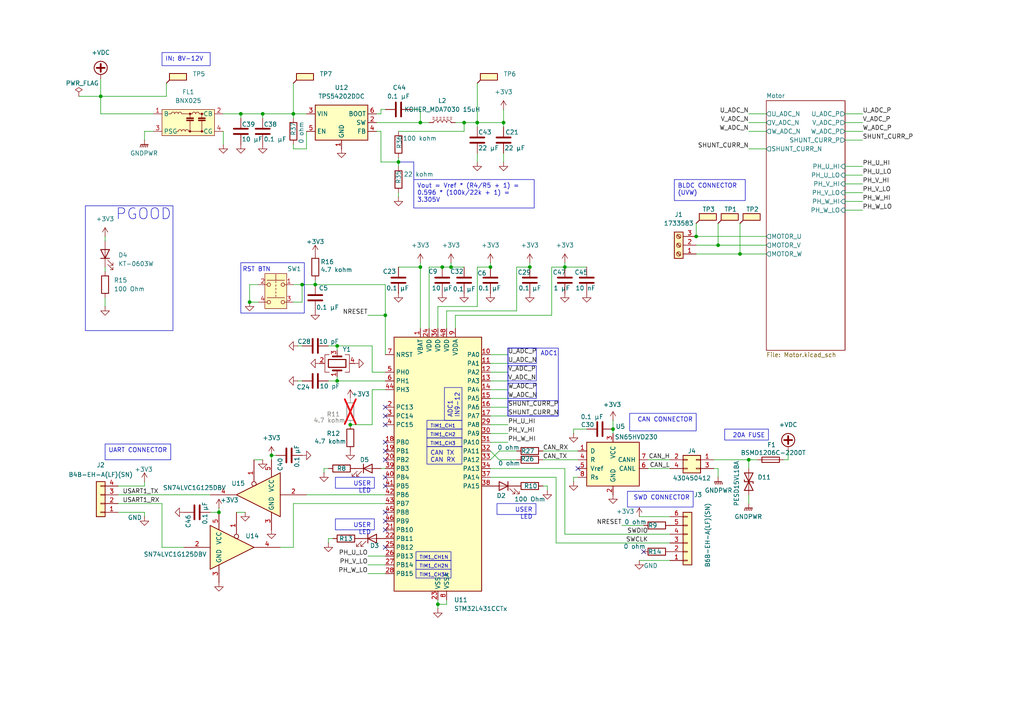
<source format=kicad_sch>
(kicad_sch (version 20250114) (generator "eeschema") (generator_version "9.0")
  (paper "A4")
  (polyline (pts (xy 277.82 171.5714) (xy 278.0187 171.576) (xy 278.1677 171.5842) (xy 278.3024 171.5975) (xy 278.4577 171.6159) (xy 278.6261 171.6384) (xy 278.8002 171.6637) (xy 278.9726 171.6907) (xy 279.1358 171.7183) (xy 279.2824 171.7455) (xy 279.4051 171.771) (xy 279.6077 171.8159) (xy 279.7491 171.8461) (xy 279.7944 171.8564) (xy 279.8471 171.8702) (xy 279.9033 171.8863) (xy 279.9594 171.9035) (xy 280.0113 171.9206) (xy 280.0554 171.9363) (xy 280.0876 171.9495) (xy 280.0982 171.9547) (xy 280.1044 171.9588) (xy 280.1053 171.9606) (xy 280.1058 171.9637) (xy 280.1055 171.9736) (xy 280.1039 171.9878) (xy 280.1009 172.0056) (xy 280.0919 172.0492) (xy 280.0799 172.0989) (xy 280.0664 172.149) (xy 280.0528 172.1939) (xy 280.0464 172.2126) (xy 280.0405 172.228) (xy 280.0354 172.2392) (xy 280.0311 172.2457) (xy 280.0282 172.247) (xy 280.0229 172.2477) (xy 280.0056 172.2473) (xy 279.9795 172.2446) (xy 279.9453 172.2397) (xy 279.8546 172.2236) (xy 279.7379 172.2) (xy 279.5994 172.1698) (xy 279.4435 172.1339) (xy 279.2746 172.0932) (xy 279.097 172.0487) (xy 278.942 172.0122) (xy 278.8639 171.9964) (xy 278.7847 171.9821) (xy 278.7035 171.9692) (xy 278.6197 171.9578) (xy 278.5327 171.9477) (xy 278.4417 171.9389) (xy 278.2452 171.9248) (xy 278.0249 171.9152) (xy 277.7753 171.9095) (xy 277.4911 171.9073) (xy 277.1685 171.9085) (xy 276.8871 171.9141) (xy 276.6385 171.9247) (xy 276.4142 171.9413) (xy 276.2058 171.9646) (xy 276.0049 171.9954) (xy 275.803 172.0343) (xy 275.5918 172.0823) (xy 275.3321 172.1443) (xy 275.13 172.1912) (xy 274.9806 172.224) (xy 274.8794 172.2439) (xy 274.8707 172.2453) (xy 274.8628 172.2464) (xy 274.8556 172.2472) (xy 274.849 172.2477) (xy 274.843 172.2479) (xy 274.8376 172.2478) (xy 274.8326 172.2473) (xy 274.8282 172.2464) (xy 274.8241 172.2452) (xy 274.8205 172.2435) (xy 274.8172 172.2415) (xy 274.8142 172.2391) (xy 274.8114 172.2363) (xy 274.8088 172.233) (xy 274.8064 172.2293) (xy 274.8041 172.2252) (xy 274.8003 172.2171) (xy 274.7954 172.2051) (xy 274.7894 172.1898) (xy 274.7827 172.1718) (xy 274.7754 172.1516) (xy 274.7678 172.1299) (xy 274.76 172.1072) (xy 274.7524 172.0842) (xy 274.7457 172.0635) (xy 274.7402 172.0449) (xy 274.7356 172.0283) (xy 274.7322 172.0135) (xy 274.7299 172.0004) (xy 274.7287 171.989) (xy 274.7285 171.9839) (xy 274.7286 171.9792) (xy 274.729 171.9748) (xy 274.7297 171.9708) (xy 274.7307 171.9671) (xy 274.732 171.9637) (xy 274.7336 171.9606) (xy 274.7355 171.9579) (xy 274.7377 171.9554) (xy 274.7402 171.9532) (xy 274.7431 171.9513) (xy 274.7462 171.9496) (xy 274.7497 171.9482) (xy 274.7535 171.947) (xy 274.7621 171.9451) (xy 274.772 171.9441) (xy 274.7832 171.9437) (xy 274.7864 171.9434) (xy 274.7913 171.9426) (xy 274.8057 171.9398) (xy 274.8256 171.9354) (xy 274.8501 171.9296) (xy 274.8785 171.9226) (xy 274.91 171.9146) (xy 274.9437 171.9057) (xy 274.9788 171.8962) (xy 275.1696 171.8455) (xy 275.3467 171.8016) (xy 275.5174 171.7633) (xy 275.689 171.7291) (xy 275.8688 171.6978) (xy 276.0639 171.668) (xy 276.2816 171.6384) (xy 276.5292 171.6075) (xy 276.6716 171.5951) (xy 276.8656 171.585) (xy 277.0943 171.5773) (xy 277.3409 171.5723) (xy 277.5884 171.5703) (xy 277.82 171.5714)) (stroke (width -0.0001) (type solid)) (fill (type color)))
  (polyline (pts (xy 280.2893 174.2106) (xy 280.2951 174.211) (xy 280.3009 174.2119) (xy 280.3067 174.2131) (xy 280.3126 174.2147) (xy 280.3185 174.2167) (xy 280.3244 174.2191) (xy 280.3304 174.2219) (xy 280.3364 174.2251) (xy 280.3424 174.2287) (xy 280.3486 174.2327) (xy 280.3547 174.2371) (xy 280.361 174.2419) (xy 280.3673 174.247) (xy 280.3736 174.2526) (xy 280.3866 174.2649) (xy 280.3952 174.2741) (xy 280.4032 174.2834) (xy 280.4103 174.2929) (xy 280.4168 174.3025) (xy 280.4225 174.3122) (xy 280.4275 174.3219) (xy 280.4318 174.3318) (xy 280.4354 174.3416) (xy 280.4383 174.3514) (xy 280.4404 174.3612) (xy 280.4419 174.371) (xy 280.4428 174.3806) (xy 280.4429 174.3902) (xy 280.4424 174.3996) (xy 280.4412 174.4088) (xy 280.4394 174.4178) (xy 280.4369 174.4266) (xy 280.4337 174.4352) (xy 280.43 174.4434) (xy 280.4256 174.4514) (xy 280.4206 174.459) (xy 280.415 174.4663) (xy 280.4087 174.4732) (xy 280.4019 174.4797) (xy 280.3945 174.4857) (xy 280.3864 174.4913) (xy 280.3778 174.4963) (xy 280.3687 174.5009) (xy 280.3589 174.5049) (xy 280.3486 174.5083) (xy 280.3378 174.5111) (xy 280.3263 174.5133) (xy 280.3174 174.5146) (xy 280.309 174.5156) (xy 280.3013 174.5161) (xy 280.294 174.5162) (xy 280.2871 174.5159) (xy 280.2837 174.5155) (xy 280.2804 174.515) (xy 280.2772 174.5143) (xy 280.2739 174.5135) (xy 280.2707 174.5126) (xy 280.2676 174.5115) (xy 280.2644 174.5103) (xy 280.2612 174.5089) (xy 280.2547 174.5056) (xy 280.248 174.5017) (xy 280.241 174.497) (xy 280.2336 174.4915) (xy 280.2257 174.4853) (xy 280.2173 174.4783) (xy 280.2082 174.4704) (xy 280.2011 174.4639) (xy 280.1944 174.4575) (xy 280.1882 174.451) (xy 280.1824 174.4444) (xy 280.177 174.4379) (xy 280.1721 174.4313) (xy 280.1676 174.4247) (xy 280.1635 174.4181) (xy 280.1599 174.4114) (xy 280.1567 174.4047) (xy 280.1539 174.398) (xy 280.1516 174.3913) (xy 280.1497 174.3846) (xy 280.1482 174.3779) (xy 280.1472 174.3712) (xy 280.1466 174.3644) (xy 280.1464 174.3577) (xy 280.1467 174.3509) (xy 280.1474 174.3442) (xy 280.1486 174.3374) (xy 280.1501 174.3307) (xy 280.1522 174.3239) (xy 280.1546 174.3172) (xy 280.1575 174.3105) (xy 280.1608 174.3037) (xy 280.1646 174.297) (xy 280.1687 174.2903) (xy 280.1734 174.2837) (xy 280.1784 174.277) (xy 280.1839 174.2704) (xy 280.1898 174.2637) (xy 280.1962 174.2571) (xy 280.2022 174.2513) (xy 280.2082 174.2458) (xy 280.2141 174.2408) (xy 280.22 174.2361) (xy 280.2259 174.2318) (xy 280.2317 174.2279) (xy 280.2375 174.2244) (xy 280.2433 174.2213) (xy 280.2491 174.2186) (xy 280.2549 174.2163) (xy 280.2606 174.2143) (xy 280.2663 174.2128) (xy 280.2721 174.2117) (xy 280.2778 174.2109) (xy 280.2836 174.2106) (xy 280.2893 174.2106)) (stroke (width -0.0001) (type solid)) (fill (type color)))
  (polyline (pts (xy 277.4433 166.7258) (xy 277.4673 166.727) (xy 277.491 166.7292) (xy 277.5142 166.7325) (xy 277.5366 166.7369) (xy 277.558 166.7424) (xy 277.5783 166.749) (xy 277.5972 166.7567) (xy 277.6134 166.7646) (xy 277.6292 166.7732) (xy 277.6444 166.7826) (xy 277.6591 166.7927) (xy 277.6732 166.8035) (xy 277.6869 166.815) (xy 277.6999 166.8271) (xy 277.7124 166.8398) (xy 277.7244 166.853) (xy 277.7357 166.8668) (xy 277.7464 166.8811) (xy 277.7565 166.8959) (xy 277.7659 166.9111) (xy 277.7747 166.9267) (xy 277.7829 166.9427) (xy 277.7903 166.959) (xy 277.7971 166.9757) (xy 277.8032 166.9927) (xy 277.8085 167.0099) (xy 277.8132 167.0273) (xy 277.8171 167.045) (xy 277.8202 167.0628) (xy 277.8226 167.0808) (xy 277.8241 167.0988) (xy 277.8249 167.117) (xy 277.8249 167.1352) (xy 277.8241 167.1534) (xy 277.8224 167.1715) (xy 277.8199 167.1897) (xy 277.8165 167.2077) (xy 277.8123 167.2257) (xy 277.8071 167.2435) (xy 277.801 167.2608) (xy 277.7933 167.2787) (xy 277.7843 167.2971) (xy 277.7739 167.3157) (xy 277.7625 167.3345) (xy 277.75 167.3531) (xy 277.7367 167.3716) (xy 277.7226 167.3897) (xy 277.7079 167.4072) (xy 277.6928 167.4241) (xy 277.6773 167.44) (xy 277.6617 167.4549) (xy 277.6459 167.4686) (xy 277.6303 167.481) (xy 277.6148 167.4917) (xy 277.5997 167.5008) (xy 277.5979 167.5019) (xy 277.5961 167.5032) (xy 277.5943 167.5046) (xy 277.5925 167.5061) (xy 277.5907 167.5079) (xy 277.589 167.5098) (xy 277.5873 167.5119) (xy 277.5856 167.5141) (xy 277.5839 167.5165) (xy 277.5822 167.519) (xy 277.5789 167.5246) (xy 277.5757 167.5307) (xy 277.5725 167.5375) (xy 277.5694 167.5449) (xy 277.5665 167.5528) (xy 277.5636 167.5613) (xy 277.5608 167.5704) (xy 277.5581 167.58) (xy 277.5555 167.5902) (xy 277.553 167.6009) (xy 277.5507 167.6121) (xy 277.5466 167.631) (xy 277.5424 167.6481) (xy 277.5381 167.6631) (xy 277.5339 167.6758) (xy 277.5319 167.6811) (xy 277.5299 167.6857) (xy 277.528 167.6895) (xy 277.5262 167.6926) (xy 277.5245 167.6947) (xy 277.523 167.696) (xy 277.5222 167.6963) (xy 277.5215 167.6963) (xy 277.5209 167.6961) (xy 277.5203 167.6956) (xy 277.5196 167.695) (xy 277.5187 167.6944) (xy 277.5164 167.693) (xy 277.5135 167.6916) (xy 277.5098 167.6901) (xy 277.5056 167.6885) (xy 277.5008 167.6868) (xy 277.4956 167.6851) (xy 277.4898 167.6834) (xy 277.4836 167.6816) (xy 277.4771 167.6799) (xy 277.463 167.6764) (xy 277.4481 167.6731) (xy 277.4403 167.6715) (xy 277.4325 167.67) (xy 277.4159 167.6667) (xy 277.4009 167.6634) (xy 277.3873 167.6599) (xy 277.3752 167.6563) (xy 277.3643 167.6524) (xy 277.3545 167.6481) (xy 277.3459 167.6434) (xy 277.342 167.6409) (xy 277.3383 167.6383) (xy 277.3349 167.6355) (xy 277.3317 167.6326) (xy 277.3286 167.6296) (xy 277.3258 167.6264) (xy 277.3232 167.623) (xy 277.3207 167.6194) (xy 277.3162 167.6117) (xy 277.3124 167.6032) (xy 277.309 167.5939) (xy 277.3059 167.5835) (xy 277.3032 167.5722) (xy 277.3017 167.5662) (xy 277.2997 167.5602) (xy 277.2974 167.5543) (xy 277.2946 167.5485) (xy 277.2914 167.5427) (xy 277.2878 167.537) (xy 277.2837 167.5313) (xy 277.2793 167.5258) (xy 277.2744 167.5202) (xy 277.2691 167.5148) (xy 277.2635 167.5094) (xy 277.2573 167.5041) (xy 277.2508 167.4988) (xy 277.2439 167.4936) (xy 277.2365 167.4885) (xy 277.2287 167.4834) (xy 277.2167 167.4755) (xy 277.2051 167.4672) (xy 277.1937 167.4584) (xy 277.1827 167.4493) (xy 277.1721 167.4397) (xy 277.1618 167.4298) (xy 277.1518 167.4195) (xy 277.1423 167.4088) (xy 277.1331 167.3978) (xy 277.1242 167.3865) (xy 277.1158 167.3748) (xy 277.1077 167.3628) (xy 277.1001 167.3506) (xy 277.0928 167.3381) (xy 277.086 167.3253) (xy 277.0795 167.3122) (xy 277.0735 167.2989) (xy 277.0679 167.2854) (xy 277.058 167.2577) (xy 277.0538 167.2436) (xy 277.0499 167.2293) (xy 277.0466 167.2149) (xy 277.0436 167.2003) (xy 277.0412 167.1855) (xy 277.0392 167.1707) (xy 277.0378 167.1557) (xy 277.0368 167.1406) (xy 277.0363 167.1255) (xy 277.0363 167.1103) (xy 277.0368 167.095) (xy 277.0373 167.0862) (xy 277.3002 167.0862) (xy 277.3003 167.0911) (xy 277.3007 167.0958) (xy 277.3013 167.1005) (xy 277.3022 167.1052) (xy 277.3033 167.1097) (xy 277.3046 167.1142) (xy 277.3062 167.1185) (xy 277.308 167.1228) (xy 277.3101 167.1269) (xy 277.3124 167.131) (xy 277.315 167.1348) (xy 277.3177 167.1386) (xy 277.3207 167.1422) (xy 277.324 167.1457) (xy 277.3274 167.149) (xy 277.3311 167.1521) (xy 277.335 167.155) (xy 277.3392 167.1578) (xy 277.3435 167.1604) (xy 277.3481 167.1627) (xy 277.3566 167.1668) (xy 277.3643 167.1703) (xy 277.3712 167.1734) (xy 277.3774 167.1758) (xy 277.3831 167.1778) (xy 277.3858 167.1785) (xy 277.3885 167.1792) (xy 277.391 167.1797) (xy 277.3935 167.1801) (xy 277.396 167.1803) (xy 277.3984 167.1804) (xy 277.4009 167.1804) (xy 277.4033 167.1803) (xy 277.4058 167.18) (xy 277.4083 167.1796) (xy 277.4109 167.179) (xy 277.4136 167.1784) (xy 277.4192 167.1766) (xy 277.4253 167.1744) (xy 277.432 167.1717) (xy 277.4395 167.1684) (xy 277.4478 167.1647) (xy 277.4556 167.1608) (xy 277.463 167.1565) (xy 277.47 167.1518) (xy 277.4766 167.1468) (xy 277.4827 167.1414) (xy 277.4884 167.1358) (xy 277.4937 167.1298) (xy 277.4985 167.1236) (xy 277.5028 167.1172) (xy 277.5068 167.1107) (xy 277.5102 167.1039) (xy 277.5132 167.097) (xy 277.5158 167.09) (xy 277.5179 167.083) (xy 277.5195 167.0759) (xy 277.5207 167.0687) (xy 277.5214 167.0616) (xy 277.5216 167.0545) (xy 277.5213 167.0475) (xy 277.5205 167.0406) (xy 277.5193 167.0338) (xy 277.5175 167.0271) (xy 277.5153 167.0206) (xy 277.5125 167.0144) (xy 277.5093 167.0083) (xy 277.5056 167.0025) (xy 277.5013 166.997) (xy 277.4965 166.9919) (xy 277.4912 166.987) (xy 277.4854 166.9826) (xy 277.4791 166.9785) (xy 277.4722 166.9749) (xy 277.4671 166.9726) (xy 277.4619 166.9705) (xy 277.4567 166.9688) (xy 277.4515 166.9673) (xy 277.4463 166.9661) (xy 277.441 166.9651) (xy 277.4358 166.9644) (xy 277.4305 166.9639) (xy 277.4253 166.9638) (xy 277.4201 166.9638) (xy 277.4149 166.9642) (xy 277.4097 166.9648) (xy 277.4045 166.9656) (xy 277.3994 166.9667) (xy 277.3943 166.968) (xy 277.3893 166.9696) (xy 277.3843 166.9715) (xy 277.3793 166.9735) (xy 277.3744 166.9758) (xy 277.3696 166.9784) (xy 277.3649 166.9812) (xy 277.3602 166.9842) (xy 277.3556 166.9875) (xy 277.3511 166.991) (xy 277.3467 166.9947) (xy 277.3424 166.9986) (xy 277.3382 167.0028) (xy 277.3341 167.0072) (xy 277.3302 167.0119) (xy 277.3263 167.0167) (xy 277.3226 167.0218) (xy 277.319 167.027) (xy 277.316 167.0319) (xy 277.3132 167.0368) (xy 277.3107 167.0417) (xy 277.3085 167.0467) (xy 277.3065 167.0516) (xy 277.3049 167.0566) (xy 277.3034 167.0616) (xy 277.3023 167.0666) (xy 277.3014 167.0715) (xy 277.3007 167.0765) (xy 277.3003 167.0814) (xy 277.3002 167.0862) (xy 277.0373 167.0862) (xy 277.0378 167.0797) (xy 277.0406 167.0574) (xy 277.0453 167.0347) (xy 277.0517 167.0116) (xy 277.0599 166.9884) (xy 277.0695 166.9653) (xy 277.0807 166.9424) (xy 277.0931 166.9198) (xy 277.1067 166.8979) (xy 277.1214 166.8767) (xy 277.1371 166.8564) (xy 277.1536 166.8372) (xy 277.1709 166.8193) (xy 277.1888 166.8028) (xy 277.2072 166.788) (xy 277.226 166.7749) (xy 277.245 166.7638) (xy 277.263 166.7554) (xy 277.2825 166.748) (xy 277.3032 166.7416) (xy 277.3251 166.7363) (xy 277.3478 166.7321) (xy 277.3711 166.7289) (xy 277.395 166.7268) (xy 277.4191 166.7258) (xy 277.4433 166.7258)) (stroke (width -0.0001) (type solid)) (fill (type color)))
  (polyline (pts (xy 278.2553 172.1949) (xy 278.4651 172.2025) (xy 278.6362 172.2168) (xy 278.7858 172.2388) (xy 278.931 172.2695) (xy 279.0889 172.3099) (xy 279.2421 172.3503) (xy 279.3707 172.3823) (xy 279.4803 172.4067) (xy 279.5767 172.4245) (xy 279.6653 172.4367) (xy 279.7518 172.444) (xy 279.8418 172.4475) (xy 279.941 172.4481) (xy 280.033 172.4483) (xy 280.1099 172.4506) (xy 280.1436 172.4526) (xy 280.1747 172.4553) (xy 280.2034 172.4589) (xy 280.2301 172.4632) (xy 280.2551 172.4684) (xy 280.2788 172.4746) (xy 280.3016 172.4817) (xy 280.3238 172.49) (xy 280.3457 172.4994) (xy 280.3677 172.5101) (xy 280.3901 172.5219) (xy 280.4134 172.5352) (xy 280.4409 172.5526) (xy 280.468 172.5722) (xy 280.4944 172.5938) (xy 280.5202 172.6172) (xy 280.5451 172.6423) (xy 280.5691 172.669) (xy 280.592 172.6971) (xy 280.6138 172.7264) (xy 280.6344 172.7568) (xy 280.6536 172.7882) (xy 280.6713 172.8204) (xy 280.6875 172.8532) (xy 280.702 172.8866) (xy 280.7147 172.9202) (xy 280.7256 172.9541) (xy 280.7344 172.988) (xy 280.7361 172.9969) (xy 280.7378 173.0086) (xy 280.7409 173.0394) (xy 280.7438 173.079) (xy 280.7463 173.1259) (xy 280.7484 173.1785) (xy 280.75 173.2354) (xy 280.751 173.295) (xy 280.7514 173.3559) (xy 280.7513 173.4433) (xy 280.7507 173.5127) (xy 280.7492 173.5665) (xy 280.7468 173.6071) (xy 280.7451 173.6233) (xy 280.7432 173.6371) (xy 280.7408 173.6488) (xy 280.7381 173.6588) (xy 280.735 173.6674) (xy 280.7314 173.6748) (xy 280.7274 173.6813) (xy 280.7229 173.6874) (xy 280.6939 173.7231) (xy 280.6076 173.6903) (xy 280.55 173.6686) (xy 280.527 173.6593) (xy 280.5169 173.6548) (xy 280.5076 173.6502) (xy 280.499 173.6454) (xy 280.4913 173.6405) (xy 280.4843 173.6353) (xy 280.4779 173.6297) (xy 280.4723 173.6236) (xy 280.4672 173.617) (xy 280.4628 173.6098) (xy 280.4589 173.6019) (xy 280.4555 173.5932) (xy 280.4526 173.5837) (xy 280.4501 173.5732) (xy 280.4481 173.5617) (xy 280.4464 173.5491) (xy 280.445 173.5352) (xy 280.4432 173.5037) (xy 280.4423 173.4664) (xy 280.442 173.4227) (xy 280.4421 173.3136) (xy 280.4409 173.197) (xy 280.4376 173.0956) (xy 280.4353 173.0539) (xy 280.4328 173.0201) (xy 280.4299 172.9955) (xy 280.4284 172.9871) (xy 280.4269 172.9815) (xy 280.4217 172.9695) (xy 280.4151 172.9569) (xy 280.4071 172.9438) (xy 280.398 172.9303) (xy 280.3878 172.9166) (xy 280.3766 172.9027) (xy 280.3644 172.8887) (xy 280.3515 172.8748) (xy 280.3379 172.8611) (xy 280.3237 172.8476) (xy 280.3091 172.8345) (xy 280.294 172.8219) (xy 280.2787 172.8099) (xy 280.2632 172.7986) (xy 280.2476 172.7881) (xy 280.2321 172.7786) (xy 280.2196 172.7713) (xy 280.2078 172.7649) (xy 280.1965 172.7593) (xy 280.1853 172.7543) (xy 280.1738 172.75) (xy 280.1679 172.7481) (xy 280.1618 172.7463) (xy 280.1555 172.7446) (xy 280.1489 172.7431) (xy 280.1347 172.7403) (xy 280.1189 172.738) (xy 280.1011 172.736) (xy 280.0811 172.7344) (xy 280.0584 172.7329) (xy 280.0327 172.7317) (xy 280.0038 172.7306) (xy 279.9345 172.7285) (xy 279.712 172.7224) (xy 279.7188 172.7934) (xy 279.7226 172.8408) (xy 279.7278 172.9173) (xy 279.7339 173.0124) (xy 279.74 173.1154) (xy 279.7455 173.2063) (xy 279.7482 173.2433) (xy 279.7511 173.2752) (xy 279.7543 173.3023) (xy 279.758 173.3249) (xy 279.7623 173.3436) (xy 279.7674 173.3586) (xy 279.7703 173.3648) (xy 279.7735 173.3702) (xy 279.7769 173.375) (xy 279.7806 173.379) (xy 279.7847 173.3824) (xy 279.789 173.3852) (xy 279.7937 173.3874) (xy 279.7988 173.3891) (xy 279.8102 173.3913) (xy 279.8232 173.392) (xy 279.8382 173.3916) (xy 279.8551 173.3905) (xy 279.8652 173.3897) (xy 279.874 173.3889) (xy 279.8816 173.3879) (xy 279.8851 173.3872) (xy 279.8882 173.3865) (xy 279.8912 173.3856) (xy 279.894 173.3846) (xy 279.8965 173.3834) (xy 279.8988 173.3821) (xy 279.901 173.3805) (xy 279.903 173.3787) (xy 279.9048 173.3767) (xy 279.9065 173.3745) (xy 279.9081 173.3719) (xy 279.9095 173.3691) (xy 279.9108 173.3659) (xy 279.9121 173.3625) (xy 279.9132 173.3587) (xy 279.9143 173.3545) (xy 279.9153 173.3499) (xy 279.9163 173.3449) (xy 279.9182 173.3337) (xy 279.9201 173.3206) (xy 279.9241 173.2884) (xy 279.9263 173.2669) (xy 279.928 173.2432) (xy 279.9292 173.2181) (xy 279.9298 173.1923) (xy 279.9299 173.1667) (xy 279.9294 173.142) (xy 279.9284 173.119) (xy 279.9268 173.0985) (xy 279.9175 173.0065) (xy 279.9842 172.9952) (xy 279.9982 172.9932) (xy 280.0131 172.9919) (xy 280.0288 172.9911) (xy 280.0451 172.9908) (xy 280.0617 172.9911) (xy 280.0785 172.9919) (xy 280.0952 172.9931) (xy 280.1116 172.9948) (xy 280.1275 172.997) (xy 280.1428 172.9995) (xy 280.1571 173.0024) (xy 280.1703 173.0056) (xy 280.1822 173.0092) (xy 280.1925 173.0131) (xy 280.2011 173.0172) (xy 280.2078 173.0216) (xy 280.2089 173.0228) (xy 280.21 173.0244) (xy 280.2111 173.0265) (xy 280.2121 173.029) (xy 280.214 173.0354) (xy 280.2158 173.0437) (xy 280.2174 173.0538) (xy 280.2189 173.0657) (xy 280.2202 173.0795) (xy 280.2214 173.0951) (xy 280.2224 173.1126) (xy 280.2233 173.1319) (xy 280.224 173.1531) (xy 280.2246 173.1761) (xy 280.2252 173.2276) (xy 280.2253 173.2866) (xy 280.2244 173.5368) (xy 280.1005 173.5634) (xy 280.0766 173.5693) (xy 280.0503 173.5772) (xy 280.0221 173.5868) (xy 279.9924 173.5979) (xy 279.9618 173.6102) (xy 279.9307 173.6235) (xy 279.8692 173.6522) (xy 279.812 173.6819) (xy 279.7862 173.6965) (xy 279.763 173.7106) (xy 279.7428 173.724) (xy 279.7262 173.7364) (xy 279.7136 173.7477) (xy 279.7055 173.7574) (xy 279.7042 173.76) (xy 279.7026 173.7635) (xy 279.7008 173.7678) (xy 279.6989 173.773) (xy 279.6947 173.7854) (xy 279.6901 173.8004) (xy 279.6853 173.8173) (xy 279.6803 173.8358) (xy 279.6754 173.8553) (xy 279.6706 173.8754) (xy 279.6673 173.8948) (xy 279.6644 173.9237) (xy 279.6619 173.9638) (xy 279.6598 174.0172) (xy 279.6567 174.1711) (xy 279.6551 174.4006) (xy 279.6549 174.7208) (xy 279.6561 175.147) (xy 279.6626 176.3779) (xy 279.67 178.0875) (xy 279.6676 178.8208) (xy 279.666 178.8259) (xy 279.6638 178.8315) (xy 279.6574 178.844) (xy 279.6489 178.8579) (xy 279.6384 178.873) (xy 279.6262 178.8888) (xy 279.6128 178.9052) (xy 279.5983 178.9217) (xy 279.5831 178.9381) (xy 279.5675 178.9541) (xy 279.5518 178.9692) (xy 279.5363 178.9832) (xy 279.5213 178.9959) (xy 279.5071 179.0067) (xy 279.494 179.0155) (xy 279.4823 179.022) (xy 279.4771 179.0242) (xy 279.4723 179.0257) (xy 279.4681 179.0266) (xy 279.4637 179.0273) (xy 279.4589 179.0279) (xy 279.4539 179.0282) (xy 279.4488 179.0284) (xy 279.4435 179.0284) (xy 279.438 179.0282) (xy 279.4326 179.0279) (xy 279.4271 179.0274) (xy 279.4216 179.0267) (xy 279.4162 179.0259) (xy 279.4109 179.0249) (xy 279.4057 179.0238) (xy 279.4008 179.0225) (xy 279.396 179.0211) (xy 279.3916 179.0195) (xy 279.3497 179.0036) (xy 279.3487 176.7085) (xy 279.3439 174.899) (xy 279.3377 174.5375) (xy 279.3335 174.4619) (xy 279.3283 174.4448) (xy 279.3259 174.4485) (xy 279.3226 174.453) (xy 279.314 174.4644) (xy 279.3028 174.4785) (xy 279.2894 174.4948) (xy 279.2744 174.5127) (xy 279.258 174.5317) (xy 279.2409 174.5513) (xy 279.2233 174.571) (xy 279.1377 174.6658) (xy 279.1376 176.9769) (xy 279.1334 178.9882) (xy 279.1239 179.2677) (xy 279.1161 179.3169) (xy 279.1057 179.3403) (xy 279.1012 179.3475) (xy 279.0964 179.3545) (xy 279.0916 179.3612) (xy 279.0866 179.3676) (xy 279.0815 179.3737) (xy 279.0762 179.3796) (xy 279.0709 179.3852) (xy 279.0654 179.3904) (xy 279.0597 179.3954) (xy 279.054 179.4002) (xy 279.0482 179.4046) (xy 279.0422 179.4087) (xy 279.0362 179.4126) (xy 279.03 179.4161) (xy 279.0238 179.4194) (xy 279.0175 179.4223) (xy 279.0111 179.425) (xy 279.0046 179.4273) (xy 278.998 179.4294) (xy 278.9913 179.4311) (xy 278.9846 179.4326) (xy 278.9778 179.4337) (xy 278.9709 179.4345) (xy 278.964 179.435) (xy 278.957 179.4352) (xy 278.95 179.4351) (xy 278.9429 179.4347) (xy 278.9357 179.434) (xy 278.9286 179.4329) (xy 278.9213 179.4315) (xy 278.9141 179.4298) (xy 278.9068 179.4278) (xy 278.8822 179.4202) (xy 278.8615 179.4135) (xy 278.8468 179.4084) (xy 278.8424 179.4067) (xy 278.8403 179.4056) (xy 278.8351 178.7656) (xy 278.8281 177.2316) (xy 278.8198 175.061) (xy 278.7179 175.1366) (xy 278.616 175.2122) (xy 278.616 177.427) (xy 278.616 179.6419) (xy 278.5605 179.6973) (xy 278.5491 179.7082) (xy 278.5379 179.7178) (xy 278.5268 179.7263) (xy 278.5213 179.7301) (xy 278.5157 179.7335) (xy 278.5102 179.7367) (xy 278.5047 179.7396) (xy 278.4992 179.7421) (xy 278.4937 179.7444) (xy 278.4882 179.7464) (xy 278.4826 179.748) (xy 278.477 179.7494) (xy 278.4714 179.7505) (xy 278.4658 179.7513) (xy 278.46 179.7518) (xy 278.4543 179.752) (xy 278.4485 179.7519) (xy 278.4426 179.7516) (xy 278.4367 179.7509) (xy 278.4307 179.75) (xy 278.4246 179.7487) (xy 278.4184 179.7472) (xy 278.4121 179.7454) (xy 278.4057 179.7433) (xy 278.3993 179.7409) (xy 278.386 179.7354) (xy 278.3722 179.7287) (xy 278.3257 179.7046) (xy 278.3147 177.6052) (xy 278.3033 175.3899) (xy 278.3028 175.2741) (xy 278.1153 175.264) (xy 278.0083 175.261) (xy 277.8472 175.2598) (xy 277.4334 175.262) (xy 277.0139 175.2691) (xy 276.8458 175.274) (xy 276.7289 175.2795) (xy 276.6952 175.282) (xy 276.6669 175.2848) (xy 276.6436 175.288) (xy 276.6338 175.2897) (xy 276.6252 175.2915) (xy 276.6177 175.2934) (xy 276.6113 175.2954) (xy 276.606 175.2975) (xy 276.6017 175.2998) (xy 276.5984 175.3022) (xy 276.5962 175.3048) (xy 276.5948 175.3075) (xy 276.5944 175.3104) (xy 276.5945 175.3116) (xy 276.5948 175.313) (xy 276.596 175.3165) (xy 276.5979 175.3207) (xy 276.6006 175.3257) (xy 276.604 175.3312) (xy 276.6079 175.3374) (xy 276.6125 175.344) (xy 276.6177 175.3511) (xy 276.6233 175.3587) (xy 276.6294 175.3666) (xy 276.6359 175.3748) (xy 276.6429 175.3833) (xy 276.6502 175.3919) (xy 276.6577 175.4007) (xy 276.6656 175.4096) (xy 276.6737 175.4185) (xy 276.753 175.5048) (xy 277.4412 175.5053) (xy 278.1295 175.5058) (xy 278.1173 175.571) (xy 278.1148 175.6286) (xy 278.1123 175.7685) (xy 278.1076 176.258) (xy 278.1012 177.8182) (xy 278.0973 180.0002) (xy 278.0615 180.0382) (xy 278.0549 180.0451) (xy 278.0481 180.0516) (xy 278.0412 180.0578) (xy 278.0342 180.0636) (xy 278.0271 180.069) (xy 278.02 180.0741) (xy 278.0127 180.0788) (xy 278.0054 180.0832) (xy 277.9981 180.0871) (xy 277.9907 180.0907) (xy 277.9832 180.094) (xy 277.9757 180.0969) (xy 277.9682 180.0994) (xy 277.9607 180.1015) (xy 277.9531 180.1033) (xy 277.9455 180.1047) (xy 277.938 180.1057) (xy 277.9304 180.1063) (xy 277.9228 180.1066) (xy 277.9153 180.1065) (xy 277.9078 180.106) (xy 277.9003 180.1051) (xy 277.8928 180.1038) (xy 277.8854 180.1022) (xy 277.8781 180.1002) (xy 277.8708 180.0978) (xy 277.8635 180.095) (xy 277.8564 180.0918) (xy 277.8493 180.0882) (xy 277.8423 180.0843) (xy 277.8354 180.0799) (xy 277.8286 180.0752) (xy 277.8261 180.073) (xy 277.8237 180.07) (xy 277.8215 180.0658) (xy 277.8194 180.0602) (xy 277.8174 180.0527) (xy 277.8156 180.0431) (xy 277.8139 180.031) (xy 277.8123 180.016) (xy 277.8109 179.9979) (xy 277.8095 179.9763) (xy 277.8083 179.9508) (xy 277.8072 179.9211) (xy 277.8053 179.8479) (xy 277.8037 179.7539) (xy 277.8025 179.6363) (xy 277.8016 179.4926) (xy 277.8009 179.32) (xy 277.8005 179.1157) (xy 277.8002 178.6016) (xy 277.8004 177.9287) (xy 277.7972 176.139) (xy 277.7895 175.867) (xy 277.7833 175.8222) (xy 277.7796 175.8146) (xy 277.7754 175.8137) (xy 277.7723 175.8147) (xy 277.7684 175.8157) (xy 277.7638 175.8166) (xy 277.7586 175.8176) (xy 277.7463 175.8193) (xy 277.7322 175.8207) (xy 277.7165 175.822) (xy 277.6997 175.8229) (xy 277.6824 175.8235) (xy 277.665 175.8237) (xy 277.5807 175.8237) (xy 277.5807 178.0913) (xy 277.5807 180.3588) (xy 277.535 180.3982) (xy 277.5294 180.4028) (xy 277.5236 180.4071) (xy 277.5176 180.4111) (xy 277.5115 180.4148) (xy 277.5052 180.4183) (xy 277.4987 180.4215) (xy 277.4921 180.4244) (xy 277.4854 180.427) (xy 277.4717 180.4313) (xy 277.4577 180.4346) (xy 277.4435 180.4366) (xy 277.4291 180.4376) (xy 277.4147 180.4374) (xy 277.4004 180.4361) (xy 277.3863 180.4336) (xy 277.3724 180.4299) (xy 277.3657 180.4277) (xy 277.359 180.4251) (xy 277.3525 180.4223) (xy 277.3461 180.4192) (xy 277.3398 180.4157) (xy 277.3337 180.412) (xy 277.3278 180.408) (xy 277.3221 180.4038) (xy 277.3221 180.4036) (xy 277.2792 180.3699) (xy 277.2792 178.0981) (xy 277.2792 175.8264) (xy 277.1732 175.8209) (xy 277.0671 175.8154) (xy 277.0672 177.9215) (xy 277.063 179.6882) (xy 277.0553 179.9764) (xy 277.0493 180.0325) (xy 277.0416 180.0531) (xy 277.036 180.0584) (xy 277.0302 180.0634) (xy 277.0242 180.068) (xy 277.018 180.0721) (xy 277.0117 180.076) (xy 277.0052 180.0794) (xy 276.9985 180.0824) (xy 276.9917 180.0851) (xy 276.9848 180.0874) (xy 276.9778 180.0893) (xy 276.9706 180.0908) (xy 276.9633 180.092) (xy 276.9559 180.0927) (xy 276.9485 180.0931) (xy 276.9409 180.0932) (xy 276.9333 180.0928) (xy 276.9256 180.0921) (xy 276.9179 180.091) (xy 276.9101 180.0895) (xy 276.9022 180.0877) (xy 276.8943 180.0855) (xy 276.8864 180.0829) (xy 276.8785 180.08) (xy 276.8706 180.0766) (xy 276.8627 180.0729) (xy 276.8548 180.0689) (xy 276.8469 180.0644) (xy 276.839 180.0596) (xy 276.8311 180.0545) (xy 276.8233 180.049) (xy 276.8156 180.0431) (xy 276.8079 180.0368) (xy 276.758 179.9948) (xy 276.7537 177.8139) (xy 276.7459 176.0056) (xy 276.7379 175.6925) (xy 276.7322 175.6281) (xy 276.7251 175.6038) (xy 276.7178 175.5957) (xy 276.7088 175.5871) (xy 276.6986 175.5782) (xy 276.6873 175.5692) (xy 276.6751 175.5601) (xy 276.6625 175.5512) (xy 276.6495 175.5426) (xy 276.6366 175.5345) (xy 276.6239 175.527) (xy 276.6117 175.5203) (xy 276.6003 175.5146) (xy 276.59 175.5099) (xy 276.581 175.5066) (xy 276.5735 175.5047) (xy 276.5704 175.5043) (xy 276.5679 175.5044) (xy 276.5658 175.5049) (xy 276.5644 175.5058) (xy 276.5621 175.5504) (xy 276.5599 175.6739) (xy 276.5555 176.1236) (xy 276.5492 177.5937) (xy 276.5448 179.6709) (xy 276.5031 179.6982) (xy 276.4953 179.703) (xy 276.4872 179.7073) (xy 276.4791 179.7112) (xy 276.4707 179.7145) (xy 276.4623 179.7174) (xy 276.4537 179.7198) (xy 276.445 179.7217) (xy 276.4363 179.7232) (xy 276.4275 179.7242) (xy 276.4187 179.7248) (xy 276.4099 179.7249) (xy 276.4011 179.7246) (xy 276.3923 179.7238) (xy 276.3836 179.7226) (xy 276.3749 179.721) (xy 276.3664 179.7189) (xy 276.3579 179.7165) (xy 276.3496 179.7136) (xy 276.3414 179.7103) (xy 276.3334 179.7066) (xy 276.3255 179.7026) (xy 276.3179 179.6981) (xy 276.3105 179.6933) (xy 276.3034 179.688) (xy 276.2965 179.6824) (xy 276.2899 179.6765) (xy 276.2836 179.6701) (xy 276.2776 179.6634) (xy 276.272 179.6564) (xy 276.2668 179.649) (xy 276.2619 179.6412) (xy 276.2574 179.6331) (xy 276.2537 179.6245) (xy 276.2504 179.6134) (xy 276.2474 179.599) (xy 276.2449 179.5808) (xy 276.2427 179.5581) (xy 276.2408 179.5301) (xy 276.2392 179.4963) (xy 276.2379 179.456) (xy 276.2369 179.4084) (xy 276.2361 179.3529) (xy 276.2353 179.2157) (xy 276.2352 179.039) (xy 276.2359 178.8174) (xy 276.2373 176.6102) (xy 276.2358 175.7913) (xy 276.2318 175.3627) (xy 276.2279 175.2553) (xy 276.2223 175.1982) (xy 276.2146 175.1755) (xy 276.2044 175.1714) (xy 276.2027 175.1714) (xy 276.2008 175.1711) (xy 276.1966 175.1703) (xy 276.1917 175.1689) (xy 276.1863 175.1669) (xy 276.1804 175.1645) (xy 276.1741 175.1617) (xy 276.1674 175.1584) (xy 276.1603 175.1547) (xy 276.153 175.1507) (xy 276.1454 175.1463) (xy 276.1377 175.1416) (xy 276.1299 175.1366) (xy 276.122 175.1314) (xy 276.114 175.1259) (xy 276.1062 175.1203) (xy 276.0984 175.1145) (xy 276.0238 175.0575) (xy 276.0238 177.2167) (xy 276.0238 179.3759) (xy 275.9876 179.4012) (xy 275.9807 179.4057) (xy 275.9736 179.4097) (xy 275.9662 179.4132) (xy 275.9586 179.4163) (xy 275.9508 179.4189) (xy 275.9428 179.4211) (xy 275.9347 179.4228) (xy 275.9264 179.4241) (xy 275.918 179.4249) (xy 275.9094 179.4254) (xy 275.9009 179.4254) (xy 275.8922 179.425) (xy 275.8835 179.4242) (xy 275.8748 179.4229) (xy 275.8662 179.4213) (xy 275.8575 179.4193) (xy 275.8489 179.4169) (xy 275.8404 179.4141) (xy 275.8319 179.4109) (xy 275.8236 179.4074) (xy 275.8154 179.4035) (xy 275.8074 179.3993) (xy 275.7996 179.3946) (xy 275.7919 179.3897) (xy 275.7845 179.3844) (xy 275.7774 179.3787) (xy 275.7705 179.3727) (xy 275.7638 179.3664) (xy 275.7575 179.3598) (xy 275.7516 179.3528) (xy 275.7459 179.3456) (xy 275.7407 179.338) (xy 275.7384 179.334) (xy 275.7363 179.3287) (xy 275.7343 179.322) (xy 275.7324 179.3134) (xy 275.7306 179.3026) (xy 275.7289 179.2893) (xy 275.726 179.254) (xy 275.7234 179.2048) (xy 275.7212 179.1392) (xy 275.7194 179.0544) (xy 275.7179 178.948) (xy 275.7167 178.8172) (xy 275.7158 178.6596) (xy 275.7146 178.2531) (xy 275.7142 177.7079) (xy 275.7143 177.0029) (xy 275.7149 174.9554) (xy 276.2703 174.9554) (xy 276.2703 174.9566) (xy 276.2705 174.9577) (xy 276.2707 174.9588) (xy 276.2711 174.9599) (xy 276.2717 174.9609) (xy 276.2724 174.9619) (xy 276.2733 174.9628) (xy 276.2744 174.9637) (xy 276.2758 174.9646) (xy 276.2773 174.9654) (xy 276.2791 174.9662) (xy 276.2811 174.967) (xy 276.2834 174.9677) (xy 276.2859 174.9685) (xy 276.2888 174.9691) (xy 276.2919 174.9698) (xy 276.2954 174.9704) (xy 276.2992 174.9709) (xy 276.3034 174.9715) (xy 276.3079 174.972) (xy 276.3128 174.9725) (xy 276.3237 174.9734) (xy 276.3363 174.9741) (xy 276.3507 174.9748) (xy 276.3669 174.9753) (xy 276.3852 174.9757) (xy 276.4055 174.9761) (xy 276.428 174.9763) (xy 276.4529 174.9764) (xy 276.4802 174.9764) (xy 276.51 174.9764) (xy 276.5424 174.9762) (xy 276.5777 174.976) (xy 276.6568 174.9752) (xy 276.7483 174.9742) (xy 276.853 174.9729) (xy 276.9718 174.9713) (xy 277.261 174.9686) (xy 277.526 174.9682) (xy 277.7375 174.9702) (xy 277.8661 174.9743) (xy 277.9589 174.9794) (xy 278.0602 174.9833) (xy 278.1645 174.9859) (xy 278.2664 174.9871) (xy 278.3605 174.987) (xy 278.4413 174.9854) (xy 278.5034 174.9824) (xy 278.5413 174.978) (xy 278.5413 174.9779) (xy 278.5462 174.9768) (xy 278.551 174.9755) (xy 278.5557 174.9741) (xy 278.5603 174.9725) (xy 278.5647 174.9709) (xy 278.5689 174.9691) (xy 278.5729 174.9673) (xy 278.5767 174.9654) (xy 278.5802 174.9634) (xy 278.5834 174.9615) (xy 278.5863 174.9595) (xy 278.5888 174.9574) (xy 278.591 174.9554) (xy 278.5927 174.9535) (xy 278.594 174.9515) (xy 278.5945 174.9506) (xy 278.5949 174.9496) (xy 278.5954 174.9462) (xy 278.5949 174.9424) (xy 278.5934 174.9383) (xy 278.5909 174.9339) (xy 278.5876 174.9291) (xy 278.5833 174.9241) (xy 278.5782 174.9189) (xy 278.5723 174.9134) (xy 278.5584 174.902) (xy 278.5418 174.8899) (xy 278.5229 174.8776) (xy 278.5021 174.865) (xy 278.4797 174.8525) (xy 278.456 174.8402) (xy 278.4313 174.8283) (xy 278.4061 174.8171) (xy 278.3807 174.8067) (xy 278.3553 174.7973) (xy 278.3304 174.7891) (xy 278.3063 174.7824) (xy 278.2454 174.77) (xy 278.1673 174.7588) (xy 277.9692 174.7404) (xy 277.7316 174.7275) (xy 277.474 174.7203) (xy 277.216 174.7193) (xy 276.9773 174.7246) (xy 276.7773 174.7366) (xy 276.6979 174.7452) (xy 276.6356 174.7557) (xy 276.6104 174.7619) (xy 276.5833 174.7701) (xy 276.5549 174.78) (xy 276.5255 174.7914) (xy 276.4957 174.804) (xy 276.466 174.8175) (xy 276.4367 174.8318) (xy 276.4083 174.8465) (xy 276.3813 174.8615) (xy 276.3563 174.8765) (xy 276.3335 174.8911) (xy 276.3135 174.9053) (xy 276.2968 174.9187) (xy 276.2838 174.931) (xy 276.2749 174.9421) (xy 276.2722 174.9471) (xy 276.2707 174.9517) (xy 276.2704 174.9542) (xy 276.2703 174.9554) (xy 275.7149 174.9554) (xy 275.715 174.7091) (xy 275.6591 174.6509) (xy 275.6471 174.638) (xy 275.6347 174.6239) (xy 275.6222 174.6089) (xy 275.6099 174.5935) (xy 275.5981 174.5782) (xy 275.5874 174.5634) (xy 275.5779 174.5496) (xy 275.5738 174.5432) (xy 275.5701 174.5373) (xy 275.5371 174.482) (xy 275.5277 174.5373) (xy 275.5237 174.7318) (xy 275.5197 175.2205) (xy 275.5137 176.7855) (xy 275.5068 178.3401) (xy 275.5018 178.8177) (xy 275.4966 178.9987) (xy 275.4958 178.9997) (xy 275.4949 179.0007) (xy 275.4938 179.0017) (xy 275.4926 179.0027) (xy 275.4912 179.0037) (xy 275.4896 179.0047) (xy 275.4861 179.0066) (xy 275.482 179.0083) (xy 275.4775 179.01) (xy 275.4724 179.0116) (xy 275.467 179.013) (xy 275.4612 179.0144) (xy 275.4551 179.0155) (xy 275.4486 179.0166) (xy 275.442 179.0174) (xy 275.4351 179.0181) (xy 275.4281 179.0186) (xy 275.4209 179.0189) (xy 275.4137 179.019) (xy 275.3981 179.0186) (xy 275.3831 179.0171) (xy 275.3686 179.0146) (xy 275.3547 179.0112) (xy 275.348 179.0091) (xy 275.3414 179.0067) (xy 275.3349 179.0041) (xy 275.3286 179.0012) (xy 275.3223 178.998) (xy 275.3162 178.9946) (xy 275.3102 178.9909) (xy 275.3043 178.9869) (xy 275.2929 178.9781) (xy 275.2819 178.9683) (xy 275.2712 178.9572) (xy 275.2609 178.9451) (xy 275.251 178.9318) (xy 275.2414 178.9173) (xy 275.232 178.9016) (xy 275.223 178.8846) (xy 275.2199 178.8786) (xy 275.217 178.8725) (xy 275.2144 178.866) (xy 275.2119 178.8587) (xy 275.2095 178.8502) (xy 275.2074 178.8403) (xy 275.2054 178.8284) (xy 275.2036 178.8143) (xy 275.2019 178.7976) (xy 275.2003 178.7778) (xy 275.1989 178.7546) (xy 275.1977 178.7277) (xy 275.1965 178.6967) (xy 275.1955 178.6611) (xy 275.1946 178.6207) (xy 275.1938 178.5751) (xy 275.1931 178.5238) (xy 275.1925 178.4666) (xy 275.1916 178.3326) (xy 275.191 178.1702) (xy 275.1908 177.9764) (xy 275.1907 177.7483) (xy 275.1909 177.4828) (xy 275.1916 176.8279) (xy 275.1943 175.6493) (xy 275.2021 174.9551) (xy 275.2094 174.7249) (xy 275.2199 174.5382) (xy 275.2523 174.1913) (xy 275.2533 174.1811) (xy 275.2539 174.1712) (xy 275.2543 174.1618) (xy 275.2544 174.1526) (xy 275.2541 174.1438) (xy 275.2535 174.1351) (xy 275.2526 174.1266) (xy 275.2513 174.1183) (xy 275.2496 174.1101) (xy 275.2476 174.1018) (xy 275.2452 174.0936) (xy 275.2424 174.0854) (xy 275.2392 174.077) (xy 275.2357 174.0686) (xy 275.2317 174.0599) (xy 275.2273 174.051) (xy 275.2239 174.0439) (xy 275.2204 174.0362) (xy 275.217 174.0278) (xy 275.2136 174.0188) (xy 275.207 173.9997) (xy 275.2007 173.9793) (xy 275.1951 173.9583) (xy 275.1903 173.9373) (xy 275.1863 173.917) (xy 275.1848 173.9074) (xy 275.1835 173.8981) (xy 275.1761 173.8416) (xy 275.1724 173.8173) (xy 275.1686 173.7955) (xy 275.1646 173.776) (xy 275.1605 173.7587) (xy 275.1561 173.7435) (xy 275.1515 173.7303) (xy 275.1465 173.7188) (xy 275.1412 173.709) (xy 275.1354 173.7008) (xy 275.1291 173.694) (xy 275.1222 173.6885) (xy 275.1148 173.6842) (xy 275.1068 173.6809) (xy 275.098 173.6785) (xy 275.0872 173.6758) (xy 275.0731 173.6715) (xy 275.0566 173.666) (xy 275.0381 173.6595) (xy 275.0182 173.6522) (xy 274.9974 173.6443) (xy 274.9765 173.6359) (xy 274.956 173.6274) (xy 274.9442 173.6226) (xy 274.9321 173.618) (xy 274.9196 173.6135) (xy 274.9067 173.6093) (xy 274.8936 173.6053) (xy 274.8802 173.6015) (xy 274.8528 173.5947) (xy 274.8248 173.5888) (xy 274.7964 173.5839) (xy 274.7681 173.5802) (xy 274.754 173.5788) (xy 274.74 173.5776) (xy 274.6218 173.5694) (xy 274.6218 173.2885) (xy 274.6218 173.0076) (xy 274.7073 172.9973) (xy 274.726 172.9953) (xy 274.746 172.9933) (xy 274.767 172.9916) (xy 274.7882 172.99) (xy 274.8089 172.9888) (xy 274.8286 172.9878) (xy 274.8466 172.9872) (xy 274.8622 172.9869) (xy 274.9315 172.9868) (xy 274.9331 173.1539) (xy 274.9343 173.232) (xy 274.9353 173.2641) (xy 274.9367 173.2918) (xy 274.9386 173.3156) (xy 274.9412 173.3358) (xy 274.9447 173.3527) (xy 274.949 173.3666) (xy 274.9516 173.3725) (xy 274.9544 173.3777) (xy 274.9575 173.3824) (xy 274.961 173.3865) (xy 274.9647 173.3902) (xy 274.9688 173.3933) (xy 274.9733 173.396) (xy 274.9781 173.3983) (xy 274.9889 173.4019) (xy 275.0013 173.4045) (xy 275.0156 173.4062) (xy 275.0317 173.4074) (xy 275.1062 173.4123) (xy 275.1167 173.3359) (xy 275.1188 173.3185) (xy 275.1207 173.2983) (xy 275.1215 173.2884) (xy 275.4287 173.2884) (xy 275.4344 173.59) (xy 275.4371 173.71) (xy 275.4391 173.7595) (xy 275.4419 173.8033) (xy 275.446 173.8421) (xy 275.4517 173.877) (xy 275.4594 173.9088) (xy 275.4693 173.9384) (xy 275.4752 173.9527) (xy 275.4819 173.9668) (xy 275.4974 173.9948) (xy 275.5164 174.0234) (xy 275.539 174.0535) (xy 275.5656 174.0859) (xy 275.5967 174.1215) (xy 275.6734 174.2062) (xy 275.7163 174.254) (xy 275.7531 174.2968) (xy 275.7696 174.317) (xy 275.785 174.3365) (xy 275.7994 174.3557) (xy 275.8131 174.3746) (xy 275.8262 174.3936) (xy 275.8387 174.4128) (xy 275.8509 174.4325) (xy 275.8629 174.4528) (xy 275.8748 174.474) (xy 275.8868 174.4962) (xy 275.9116 174.5445) (xy 275.9289 174.5788) (xy 275.9454 174.6107) (xy 275.9609 174.6396) (xy 275.9749 174.6649) (xy 275.987 174.6857) (xy 275.9968 174.7015) (xy 276.0039 174.7115) (xy 276.0063 174.7141) (xy 276.0079 174.7149) (xy 276.0098 174.7145) (xy 276.0132 174.7133) (xy 276.0239 174.7085) (xy 276.0395 174.7009) (xy 276.0592 174.6909) (xy 276.0824 174.6788) (xy 276.1084 174.6649) (xy 276.1366 174.6495) (xy 276.1664 174.6331) (xy 276.2006 174.6144) (xy 276.2343 174.5968) (xy 276.2676 174.5803) (xy 276.3006 174.5647) (xy 276.3332 174.5501) (xy 276.3656 174.5365) (xy 276.3978 174.5238) (xy 276.43 174.512) (xy 276.462 174.5011) (xy 276.4941 174.4911) (xy 276.5262 174.4819) (xy 276.5584 174.4736) (xy 276.5908 174.4661) (xy 276.6235 174.4594) (xy 276.6565 174.4534) (xy 276.6898 174.4482) (xy 276.8286 174.4282) (xy 276.8244 174.2451) (xy 276.8202 174.0619) (xy 276.8708 174.0147) (xy 276.8762 174.0098) (xy 276.882 174.0049) (xy 276.888 174.0001) (xy 276.8944 173.9954) (xy 276.901 173.9908) (xy 276.9077 173.9864) (xy 276.9145 173.9821) (xy 276.9214 173.978) (xy 276.9282 173.9742) (xy 276.9351 173.9706) (xy 276.9418 173.9673) (xy 276.9483 173.9643) (xy 276.9547 173.9617) (xy 276.9608 173.9595) (xy 276.9666 173.9576) (xy 276.972 173.9563) (xy 277.0226 173.9452) (xy 277.0123 173.8467) (xy 277.0102 173.8243) (xy 277.0083 173.7982) (xy 277.0065 173.7695) (xy 277.005 173.739) (xy 277.0028 173.6765) (xy 277.0022 173.6464) (xy 277.002 173.6182) (xy 277.002 173.4882) (xy 276.9653 173.5148) (xy 276.9277 173.5416) (xy 276.8934 173.5648) (xy 276.8772 173.5751) (xy 276.8614 173.5849) (xy 276.8458 173.594) (xy 276.8303 173.6026) (xy 276.8148 173.6108) (xy 276.799 173.6187) (xy 276.7829 173.6263) (xy 276.7663 173.6337) (xy 276.7309 173.6483) (xy 276.6917 173.6631) (xy 276.6599 173.6741) (xy 276.6283 173.6836) (xy 276.5967 173.6917) (xy 276.5651 173.6983) (xy 276.5336 173.7034) (xy 276.502 173.7072) (xy 276.4705 173.7094) (xy 276.4388 173.7102) (xy 276.407 173.7096) (xy 276.3751 173.7076) (xy 276.343 173.7041) (xy 276.3106 173.6991) (xy 276.2781 173.6927) (xy 276.2453 173.6849) (xy 276.2121 173.6756) (xy 276.1787 173.6648) (xy 276.1476 173.6539) (xy 276.1184 173.6429) (xy 276.0907 173.6317) (xy 276.0644 173.6201) (xy 276.0393 173.608) (xy 276.0152 173.5952) (xy 275.9918 173.5817) (xy 275.969 173.5672) (xy 275.9464 173.5517) (xy 275.924 173.535) (xy 275.9016 173.5169) (xy 275.8788 173.4974) (xy 275.8555 173.4762) (xy 275.8315 173.4533) (xy 275.8065 173.4284) (xy 275.7805 173.4016) (xy 275.6631 173.2789) (xy 275.5459 173.2836) (xy 275.4287 173.2884) (xy 275.1215 173.2884) (xy 275.1225 173.2761) (xy 275.1241 173.2526) (xy 275.1253 173.2285) (xy 275.1263 173.2045) (xy 275.1269 173.1814) (xy 275.1271 173.1659) (xy 276.0436 173.1659) (xy 276.0445 173.169) (xy 276.0466 173.1726) (xy 276.0496 173.1767) (xy 276.0585 173.1864) (xy 276.0709 173.1976) (xy 276.0862 173.2101) (xy 276.104 173.2236) (xy 276.1239 173.2377) (xy 276.1455 173.2523) (xy 276.1683 173.2671) (xy 276.1919 173.2816) (xy 276.2158 173.2958) (xy 276.2397 173.3091) (xy 276.263 173.3215) (xy 276.2853 173.3325) (xy 276.3063 173.3419) (xy 276.3254 173.3494) (xy 276.3437 173.3555) (xy 276.3618 173.3606) (xy 276.3799 173.3647) (xy 276.398 173.3678) (xy 276.4159 173.3699) (xy 276.4339 173.371) (xy 276.4518 173.3711) (xy 276.4698 173.3702) (xy 276.4877 173.3684) (xy 276.5057 173.3655) (xy 276.5237 173.3616) (xy 276.5418 173.3567) (xy 276.5599 173.3508) (xy 276.5781 173.3439) (xy 276.5964 173.336) (xy 276.6148 173.3271) (xy 276.6366 173.3155) (xy 276.661 173.3016) (xy 276.7157 173.2682) (xy 276.7748 173.2298) (xy 276.834 173.1895) (xy 276.8889 173.1503) (xy 276.9353 173.1152) (xy 276.954 173.1) (xy 276.9689 173.087) (xy 276.9795 173.0766) (xy 276.9853 173.069) (xy 276.9866 173.0665) (xy 276.9876 173.0642) (xy 276.9884 173.062) (xy 276.9887 173.061) (xy 276.9889 173.06) (xy 276.9891 173.059) (xy 276.9891 173.058) (xy 276.9891 173.0571) (xy 276.989 173.0562) (xy 276.9887 173.0553) (xy 276.9884 173.0545) (xy 276.988 173.0536) (xy 276.9875 173.0528) (xy 276.9868 173.052) (xy 276.9861 173.0513) (xy 276.9852 173.0506) (xy 276.9842 173.0498) (xy 276.983 173.0491) (xy 276.9818 173.0485) (xy 276.9804 173.0478) (xy 276.9788 173.0472) (xy 276.9771 173.0466) (xy 276.9753 173.0459) (xy 276.9711 173.0448) (xy 276.9663 173.0437) (xy 276.9608 173.0426) (xy 276.9546 173.0416) (xy 276.9477 173.0407) (xy 276.9399 173.0397) (xy 276.9314 173.0388) (xy 276.922 173.0379) (xy 276.9117 173.0371) (xy 276.9005 173.0362) (xy 276.8883 173.0354) (xy 276.861 173.0336) (xy 276.8295 173.0319) (xy 276.7935 173.03) (xy 276.7528 173.028) (xy 276.627 173.022) (xy 276.5302 173.0184) (xy 276.4907 173.0177) (xy 276.4561 173.0178) (xy 276.4255 173.0189) (xy 276.3983 173.0209) (xy 276.3734 173.024) (xy 276.3503 173.0282) (xy 276.328 173.0336) (xy 276.3058 173.0403) (xy 276.2828 173.0484) (xy 276.2584 173.058) (xy 276.2016 173.0818) (xy 276.1709 173.0952) (xy 276.142 173.1083) (xy 276.1157 173.1209) (xy 276.0924 173.1325) (xy 276.073 173.1429) (xy 276.0579 173.1518) (xy 276.0523 173.1555) (xy 276.048 173.1587) (xy 276.0451 173.1613) (xy 276.0437 173.1633) (xy 276.0436 173.1659) (xy 275.1271 173.1659) (xy 275.1271 173.1598) (xy 275.1275 173.1362) (xy 275.1285 173.1072) (xy 275.1302 173.074) (xy 275.1325 173.0378) (xy 275.1383 172.9604) (xy 275.1387 172.9562) (xy 275.4213 172.9562) (xy 275.4213 172.9691) (xy 275.4218 172.983) (xy 275.4226 172.9975) (xy 275.4236 173.0122) (xy 275.425 173.0266) (xy 275.4266 173.0403) (xy 275.4283 173.0529) (xy 275.4303 173.0638) (xy 275.44 173.1123) (xy 275.5485 173.0621) (xy 275.6015 173.037) (xy 275.6658 173.0056) (xy 275.7332 172.9719) (xy 275.7956 172.9399) (xy 276.0483 172.8095) (xy 276.1624 172.7511) (xy 276.5521 172.7453) (xy 276.7098 172.744) (xy 276.8442 172.7453) (xy 276.9571 172.7493) (xy 277.0503 172.7562) (xy 277.09 172.7607) (xy 277.1254 172.7661) (xy 277.1568 172.7723) (xy 277.1843 172.7793) (xy 277.2082 172.7871) (xy 277.2286 172.7959) (xy 277.2458 172.8055) (xy 277.26 172.816) (xy 277.3036 172.8535) (xy 277.3082 173.4802) (xy 277.3097 173.7996) (xy 277.3077 173.9933) (xy 277.3051 174.0526) (xy 277.3014 174.0919) (xy 277.2963 174.115) (xy 277.2933 174.1218) (xy 277.2899 174.1259) (xy 277.2871 174.1279) (xy 277.2836 174.1301) (xy 277.2793 174.1324) (xy 277.2744 174.1349) (xy 277.2688 174.1374) (xy 277.2627 174.1399) (xy 277.2561 174.1425) (xy 277.2491 174.1452) (xy 277.2417 174.1478) (xy 277.2339 174.1505) (xy 277.2176 174.1556) (xy 277.2092 174.1581) (xy 277.2006 174.1604) (xy 277.192 174.1627) (xy 277.1834 174.1648) (xy 277.0998 174.1847) (xy 277.0998 174.2786) (xy 277.0998 174.3726) (xy 277.4422 174.3726) (xy 277.7846 174.3726) (xy 277.7846 174.2766) (xy 277.7846 174.1806) (xy 277.7086 174.1692) (xy 277.6926 174.1667) (xy 277.6762 174.1637) (xy 277.66 174.1605) (xy 277.6442 174.1571) (xy 277.6295 174.1537) (xy 277.6163 174.1503) (xy 277.605 174.147) (xy 277.5961 174.144) (xy 277.5596 174.1301) (xy 277.5596 173.6639) (xy 277.8515 173.6639) (xy 277.8524 173.7427) (xy 277.8545 173.8152) (xy 277.858 173.8728) (xy 277.8602 173.8933) (xy 277.8627 173.9069) (xy 277.8647 173.9134) (xy 277.867 173.9196) (xy 277.8695 173.9254) (xy 277.8708 173.9281) (xy 277.8723 173.9307) (xy 277.8738 173.9333) (xy 277.8754 173.9358) (xy 277.8771 173.9382) (xy 277.8789 173.9405) (xy 277.8807 173.9428) (xy 277.8827 173.945) (xy 277.8848 173.9471) (xy 277.887 173.9491) (xy 277.8893 173.9511) (xy 277.8918 173.9531) (xy 277.8943 173.955) (xy 277.897 173.9568) (xy 277.9028 173.9604) (xy 277.9091 173.9639) (xy 277.9159 173.9672) (xy 277.9234 173.9704) (xy 277.9315 173.9736) (xy 277.9403 173.9767) (xy 277.9628 173.9845) (xy 277.9826 173.9917) (xy 277.9997 173.9988) (xy 278.0074 174.0024) (xy 278.0144 174.006) (xy 278.021 174.0099) (xy 278.0269 174.0139) (xy 278.0324 174.0181) (xy 278.0374 174.0227) (xy 278.042 174.0276) (xy 278.046 174.0328) (xy 278.0497 174.0385) (xy 278.053 174.0447) (xy 278.0559 174.0514) (xy 278.0584 174.0587) (xy 278.0606 174.0666) (xy 278.0625 174.0751) (xy 278.0642 174.0844) (xy 278.0655 174.0944) (xy 278.0667 174.1053) (xy 278.0676 174.117) (xy 278.0689 174.1431) (xy 278.0695 174.1733) (xy 278.0699 174.247) (xy 278.0699 174.4459) (xy 278.2025 174.458) (xy 278.2427 174.4624) (xy 278.2832 174.4684) (xy 278.3238 174.4759) (xy 278.3644 174.4849) (xy 278.405 174.4954) (xy 278.4455 174.5073) (xy 278.4857 174.5205) (xy 278.5256 174.5351) (xy 278.565 174.551) (xy 278.6039 174.5681) (xy 278.6421 174.5865) (xy 278.6795 174.606) (xy 278.7161 174.6267) (xy 278.7518 174.6485) (xy 278.7864 174.6713) (xy 278.8198 174.6952) (xy 278.8265 174.7001) (xy 278.8331 174.7047) (xy 278.8396 174.7091) (xy 278.8459 174.7132) (xy 278.8521 174.717) (xy 278.8579 174.7205) (xy 278.8635 174.7236) (xy 278.8688 174.7264) (xy 278.8737 174.7288) (xy 278.8783 174.7308) (xy 278.8823 174.7324) (xy 278.886 174.7335) (xy 278.8891 174.7342) (xy 278.8916 174.7344) (xy 278.8927 174.7344) (xy 278.8936 174.7342) (xy 278.8944 174.7338) (xy 278.895 174.7334) (xy 278.8961 174.7318) (xy 278.8974 174.7293) (xy 278.8988 174.7259) (xy 278.9003 174.7217) (xy 278.902 174.7166) (xy 278.9037 174.7109) (xy 278.9075 174.6974) (xy 278.9115 174.6816) (xy 278.9156 174.6641) (xy 278.9197 174.6451) (xy 278.9237 174.6253) (xy 278.9293 174.5986) (xy 278.9356 174.5728) (xy 278.9429 174.5478) (xy 278.9511 174.5233) (xy 278.9604 174.4992) (xy 278.9709 174.4754) (xy 278.9826 174.4515) (xy 278.9958 174.4276) (xy 279.0104 174.4033) (xy 279.0267 174.3785) (xy 279.0446 174.353) (xy 279.0643 174.3267) (xy 279.0859 174.2994) (xy 279.1095 174.2709) (xy 279.1352 174.241) (xy 279.1632 174.2095) (xy 279.2512 174.1106) (xy 279.287 174.0686) (xy 279.3177 174.0306) (xy 279.3437 173.9954) (xy 279.3551 173.9787) (xy 279.3654 173.9623) (xy 279.3748 173.9463) (xy 279.3831 173.9304) (xy 279.3906 173.9146) (xy 279.3972 173.8987) (xy 279.403 173.8827) (xy 279.408 173.8663) (xy 279.4122 173.8496) (xy 279.4158 173.8324) (xy 279.4187 173.8146) (xy 279.421 173.7961) (xy 279.424 173.7563) (xy 279.4251 173.7123) (xy 279.4246 173.6632) (xy 279.4205 173.5458) (xy 279.4099 173.2978) (xy 279.3405 173.2874) (xy 279.32 173.2846) (xy 279.3009 173.2828) (xy 279.283 173.2821) (xy 279.2744 173.2822) (xy 279.2661 173.2826) (xy 279.2579 173.2833) (xy 279.2499 173.2844) (xy 279.242 173.2858) (xy 279.2341 173.2876) (xy 279.2264 173.2898) (xy 279.2186 173.2923) (xy 279.2109 173.2953) (xy 279.2031 173.2988) (xy 279.1952 173.3027) (xy 279.1873 173.307) (xy 279.1792 173.3118) (xy 279.1709 173.3171) (xy 279.1538 173.3293) (xy 279.1356 173.3435) (xy 279.1161 173.3601) (xy 279.0951 173.3789) (xy 279.0723 173.4003) (xy 279.0475 173.4243) (xy 279.0197 173.4508) (xy 278.9924 173.4756) (xy 278.9654 173.4987) (xy 278.9386 173.5202) (xy 278.9119 173.5403) (xy 278.8852 173.5588) (xy 278.8583 173.5761) (xy 278.8311 173.592) (xy 278.8034 173.6067) (xy 278.7752 173.6202) (xy 278.7463 173.6327) (xy 278.7166 173.6441) (xy 278.6859 173.6547) (xy 278.6541 173.6643) (xy 278.6212 173.6732) (xy 278.5868 173.6814) (xy 278.5496 173.6893) (xy 278.5329 173.6925) (xy 278.5173 173.6952) (xy 278.5024 173.6973) (xy 278.4881 173.699) (xy 278.4742 173.7002) (xy 278.4605 173.701) (xy 278.4468 173.7012) (xy 278.4328 173.7011) (xy 278.4183 173.7004) (xy 278.4032 173.6993) (xy 278.3872 173.6978) (xy 278.3701 173.6958) (xy 278.3319 173.6907) (xy 278.3036 173.686) (xy 278.2754 173.6804) (xy 278.2473 173.6738) (xy 278.2194 173.6663) (xy 278.1918 173.658) (xy 278.1647 173.6487) (xy 278.1381 173.6387) (xy 278.112 173.6279) (xy 278.0866 173.6164) (xy 278.062 173.6041) (xy 278.0383 173.5913) (xy 278.0154 173.5778) (xy 277.9937 173.5637) (xy 277.973 173.5491) (xy 277.9536 173.534) (xy 277.9355 173.5185) (xy 277.9222 173.5066) (xy 277.9095 173.4956) (xy 277.8976 173.4856) (xy 277.8869 173.4769) (xy 277.8777 173.4697) (xy 277.8702 173.4642) (xy 277.8672 173.4622) (xy 277.8648 173.4608) (xy 277.8629 173.4599) (xy 277.8617 173.4596) (xy 277.8604 173.4607) (xy 277.8592 173.464) (xy 277.8571 173.4767) (xy 277.8539 173.5222) (xy 277.852 173.5875) (xy 277.8515 173.6639) (xy 277.5596 173.6639) (xy 277.5596 173.4998) (xy 277.5596 173.0506) (xy 277.8987 173.0506) (xy 277.8998 173.0536) (xy 277.903 173.0578) (xy 277.9153 173.0696) (xy 277.9346 173.0856) (xy 277.9598 173.1051) (xy 278.0244 173.1517) (xy 278.1011 173.2043) (xy 278.1821 173.2574) (xy 278.2594 173.3058) (xy 278.2942 173.3266) (xy 278.3252 173.3443) (xy 278.3512 173.3581) (xy 278.3715 173.3674) (xy 278.3769 173.3694) (xy 278.3826 173.371) (xy 278.3954 173.3735) (xy 278.4096 173.3748) (xy 278.425 173.3751) (xy 278.4416 173.3744) (xy 278.459 173.3727) (xy 278.4772 173.37) (xy 278.4959 173.3664) (xy 278.5151 173.3619) (xy 278.5344 173.3566) (xy 278.5538 173.3505) (xy 278.573 173.3436) (xy 278.5919 173.336) (xy 278.6104 173.3278) (xy 278.6281 173.3188) (xy 278.6451 173.3092) (xy 278.664 173.2976) (xy 278.6837 173.2848) (xy 278.7035 173.2714) (xy 278.723 173.2577) (xy 278.7414 173.2443) (xy 278.7582 173.2314) (xy 278.773 173.2195) (xy 278.785 173.209) (xy 278.8356 173.1622) (xy 278.7105 173.0992) (xy 278.6807 173.0845) (xy 278.6528 173.0713) (xy 278.6264 173.0596) (xy 278.6015 173.0492) (xy 278.5778 173.0403) (xy 278.5551 173.0326) (xy 278.5333 173.0263) (xy 278.5122 173.0211) (xy 278.4916 173.0172) (xy 278.4712 173.0145) (xy 278.451 173.0129) (xy 278.4308 173.0124) (xy 278.4102 173.0129) (xy 278.3893 173.0144) (xy 278.3677 173.0169) (xy 278.3453 173.0204) (xy 278.3225 173.0236) (xy 278.2942 173.0267) (xy 278.2617 173.0294) (xy 278.226 173.0318) (xy 278.1882 173.0337) (xy 278.1496 173.0351) (xy 278.1111 173.036) (xy 278.074 173.0363) (xy 278.0387 173.0365) (xy 278.0059 173.0373) (xy 277.9761 173.0386) (xy 277.9502 173.0403) (xy 277.9287 173.0425) (xy 277.9125 173.0449) (xy 277.9066 173.0463) (xy 277.9023 173.0477) (xy 277.8996 173.0491) (xy 277.8989 173.0499) (xy 277.8987 173.0506) (xy 277.5596 173.0506) (xy 277.5596 172.8695) (xy 277.6028 172.8216) (xy 277.6099 172.8139) (xy 277.6167 172.807) (xy 277.6201 172.8039) (xy 277.6235 172.8009) (xy 277.627 172.7981) (xy 277.6304 172.7954) (xy 277.634 172.7929) (xy 277.6377 172.7905) (xy 277.6415 172.7883) (xy 277.6455 172.7861) (xy 277.6497 172.7841) (xy 277.6541 172.7822) (xy 277.6587 172.7804) (xy 277.6636 172.7787) (xy 277.6687 172.7771) (xy 277.6742 172.7756) (xy 277.68 172.7741) (xy 277.6862 172.7726) (xy 277.6928 172.7713) (xy 277.6998 172.7699) (xy 277.7151 172.7673) (xy 277.7324 172.7648) (xy 277.7518 172.7623) (xy 277.7736 172.7597) (xy 277.798 172.7569) (xy 277.8366 172.7537) (xy 277.8882 172.7508) (xy 277.9504 172.7484) (xy 278.0212 172.7466) (xy 278.0982 172.7453) (xy 278.1792 172.7446) (xy 278.2619 172.7446) (xy 278.3442 172.7453) (xy 278.7383 172.7504) (xy 278.8718 172.8193) (xy 278.9009 172.8347) (xy 278.9324 172.8518) (xy 278.9987 172.8891) (xy 279.0627 172.9267) (xy 279.0913 172.9441) (xy 279.1163 172.9599) (xy 279.1404 172.9751) (xy 279.1662 172.9911) (xy 279.1929 173.0072) (xy 279.2197 173.023) (xy 279.2459 173.0381) (xy 279.2706 173.052) (xy 279.2931 173.0642) (xy 279.3124 173.0743) (xy 279.3974 173.1171) (xy 279.4224 173.0327) (xy 279.4289 173.0105) (xy 279.4344 172.9907) (xy 279.4388 172.9732) (xy 279.4421 172.9576) (xy 279.4441 172.9438) (xy 279.4447 172.9375) (xy 279.4449 172.9316) (xy 279.4448 172.926) (xy 279.4444 172.9207) (xy 279.4436 172.9157) (xy 279.4425 172.9109) (xy 279.441 172.9064) (xy 279.4392 172.902) (xy 279.4369 172.8979) (xy 279.4343 172.8938) (xy 279.4313 172.8899) (xy 279.4279 172.8861) (xy 279.4241 172.8823) (xy 279.4198 172.8786) (xy 279.4101 172.8711) (xy 279.3986 172.8634) (xy 279.3853 172.8552) (xy 279.3701 172.8465) (xy 279.3518 172.8359) (xy 279.3295 172.8225) (xy 279.2761 172.7896) (xy 279.217 172.7521) (xy 279.159 172.7144) (xy 279.1292 172.6955) (xy 279.0958 172.6755) (xy 279.0598 172.6549) (xy 279.0225 172.6345) (xy 278.9848 172.6148) (xy 278.9481 172.5964) (xy 278.9134 172.5799) (xy 278.8818 172.5661) (xy 278.7383 172.5058) (xy 278.2329 172.5058) (xy 277.7275 172.5058) (xy 277.5999 172.5588) (xy 277.5482 172.5798) (xy 277.526 172.588) (xy 277.5058 172.5949) (xy 277.4872 172.6004) (xy 277.4699 172.6044) (xy 277.4535 172.6071) (xy 277.4377 172.6085) (xy 277.422 172.6084) (xy 277.4062 172.607) (xy 277.3898 172.6044) (xy 277.3725 172.6004) (xy 277.3539 172.5951) (xy 277.3338 172.5885) (xy 277.3117 172.5807) (xy 277.2872 172.5716) (xy 277.2552 172.5602) (xy 277.2228 172.5498) (xy 277.1896 172.5406) (xy 277.1552 172.5324) (xy 277.1194 172.5251) (xy 277.0818 172.5189) (xy 277.0421 172.5136) (xy 276.9999 172.5092) (xy 276.955 172.5057) (xy 276.907 172.5031) (xy 276.8556 172.5013) (xy 276.8004 172.5003) (xy 276.7411 172.5001) (xy 276.6775 172.5006) (xy 276.5356 172.5038) (xy 276.3663 172.5101) (xy 276.2977 172.5138) (xy 276.2388 172.518) (xy 276.1891 172.5227) (xy 276.1477 172.528) (xy 276.114 172.5339) (xy 276.0874 172.5404) (xy 276.0648 172.5476) (xy 276.0405 172.5562) (xy 276.0146 172.5663) (xy 275.9871 172.5777) (xy 275.928 172.6042) (xy 275.8641 172.6354) (xy 275.7965 172.6708) (xy 275.726 172.71) (xy 275.6536 172.7523) (xy 275.5802 172.7974) (xy 275.5298 172.8294) (xy 275.4913 172.8547) (xy 275.4761 172.8653) (xy 275.4633 172.8748) (xy 275.4527 172.8835) (xy 275.444 172.8915) (xy 275.4371 172.899) (xy 275.4318 172.9063) (xy 275.4278 172.9135) (xy 275.425 172.9209) (xy 275.4232 172.9287) (xy 275.4221 172.937) (xy 275.4215 172.9461) (xy 275.4213 172.9562) (xy 275.1387 172.9562) (xy 275.1417 172.9216) (xy 275.1454 172.8842) (xy 275.149 172.8487) (xy 275.1519 172.8153) (xy 275.1543 172.7846) (xy 275.156 172.7575) (xy 275.157 172.7347) (xy 275.1573 172.7171) (xy 275.1568 172.7052) (xy 275.1562 172.7017) (xy 275.1555 172.6999) (xy 275.1547 172.6995) (xy 275.1534 172.6992) (xy 275.1492 172.6988) (xy 275.1428 172.6986) (xy 275.1344 172.6987) (xy 275.1121 172.6997) (xy 275.0832 172.7016) (xy 275.0487 172.7043) (xy 275.0095 172.7079) (xy 274.9667 172.7122) (xy 274.9211 172.7172) (xy 274.8708 172.7232) (xy 274.8245 172.7296) (xy 274.782 172.7365) (xy 274.743 172.7438) (xy 274.7074 172.7518) (xy 274.6748 172.7606) (xy 274.645 172.7701) (xy 274.6177 172.7807) (xy 274.5928 172.7923) (xy 274.57 172.805) (xy 274.5489 172.819) (xy 274.5295 172.8344) (xy 274.5114 172.8512) (xy 274.4944 172.8696) (xy 274.4783 172.8897) (xy 274.4628 172.9116) (xy 274.4098 172.9905) (xy 274.4084 173.2291) (xy 274.4065 173.3703) (xy 274.4044 173.4287) (xy 274.4014 173.4796) (xy 274.3971 173.5235) (xy 274.3913 173.561) (xy 274.3839 173.5926) (xy 274.3745 173.6187) (xy 274.3691 173.6299) (xy 274.363 173.6399) (xy 274.3564 173.6488) (xy 274.3491 173.6567) (xy 274.3412 173.6636) (xy 274.3327 173.6696) (xy 274.3234 173.6748) (xy 274.3134 173.6792) (xy 274.291 173.6859) (xy 274.2654 173.6903) (xy 274.2363 173.6928) (xy 274.2034 173.694) (xy 274.1082 173.696) (xy 274.1037 173.396) (xy 274.1028 173.2803) (xy 274.104 173.1835) (xy 274.1077 173.1022) (xy 274.1107 173.0664) (xy 274.1145 173.0332) (xy 274.1191 173.0023) (xy 274.1247 172.9731) (xy 274.1312 172.9454) (xy 274.1387 172.9187) (xy 274.1474 172.8925) (xy 274.1571 172.8665) (xy 274.1803 172.8133) (xy 274.1926 172.7881) (xy 274.2057 172.7638) (xy 274.2196 172.7403) (xy 274.2342 172.7177) (xy 274.2496 172.696) (xy 274.2659 172.675) (xy 274.283 172.6548) (xy 274.301 172.6354) (xy 274.3199 172.6166) (xy 274.3397 172.5986) (xy 274.3605 172.5813) (xy 274.3822 172.5645) (xy 274.405 172.5484) (xy 274.4288 172.5329) (xy 274.4536 172.518) (xy 274.4795 172.5036) (xy 274.5973 172.4407) (xy 274.8777 172.4459) (xy 274.9858 172.4466) (xy 275.0363 172.4457) (xy 275.0852 172.4439) (xy 275.1331 172.4411) (xy 275.1808 172.4371) (xy 275.2289 172.432) (xy 275.2781 172.4255) (xy 275.3289 172.4176) (xy 275.382 172.4082) (xy 275.4382 172.3973) (xy 275.4979 172.3846) (xy 275.6309 172.3539) (xy 275.7862 172.3154) (xy 275.9084 172.2852) (xy 275.9634 172.2728) (xy 276.0168 172.262) (xy 276.0705 172.2526) (xy 276.1264 172.2445) (xy 276.1864 172.2376) (xy 276.2524 172.2317) (xy 276.3262 172.2267) (xy 276.4098 172.2223) (xy 276.5051 172.2185) (xy 276.6139 172.2152) (xy 276.8796 172.2091) (xy 277.2221 172.2028) (xy 277.9896 172.1931) (xy 278.2553 172.1949)) (stroke (width -0.0001) (type solid)) (fill (type color)))
  (polyline (pts (xy 274.6511 173.7241) (xy 274.6883 173.7279) (xy 274.7239 173.7337) (xy 274.7581 173.7416) (xy 274.7909 173.7516) (xy 274.8225 173.7637) (xy 274.853 173.7779) (xy 274.8825 173.7945) (xy 274.911 173.8133) (xy 274.9388 173.8344) (xy 274.966 173.858) (xy 274.9925 173.8839) (xy 275.0187 173.9124) (xy 275.0445 173.9434) (xy 275.061 173.9645) (xy 275.076 173.9847) (xy 275.0894 174.0039) (xy 275.1015 174.0225) (xy 275.1122 174.0407) (xy 275.1216 174.0585) (xy 275.1297 174.0762) (xy 275.1367 174.094) (xy 275.1427 174.1121) (xy 275.1476 174.1306) (xy 275.1515 174.1498) (xy 275.1546 174.1698) (xy 275.1569 174.1908) (xy 275.1584 174.2131) (xy 275.1592 174.2367) (xy 275.1594 174.262) (xy 275.1588 174.2928) (xy 275.1571 174.3238) (xy 275.1543 174.3548) (xy 275.1504 174.3858) (xy 275.1456 174.4166) (xy 275.1398 174.4472) (xy 275.133 174.4773) (xy 275.1254 174.5069) (xy 275.1168 174.5359) (xy 275.1075 174.5641) (xy 275.0973 174.5914) (xy 275.0863 174.6177) (xy 275.0746 174.6429) (xy 275.0622 174.6669) (xy 275.0492 174.6895) (xy 275.0354 174.7107) (xy 275.0231 174.7282) (xy 275.011 174.7446) (xy 274.9989 174.76) (xy 274.9868 174.7745) (xy 274.9746 174.7883) (xy 274.9621 174.8013) (xy 274.9492 174.8137) (xy 274.9359 174.8255) (xy 274.9221 174.8369) (xy 274.9076 174.848) (xy 274.8923 174.8588) (xy 274.8762 174.8693) (xy 274.8591 174.8798) (xy 274.841 174.8903) (xy 274.8216 174.9009) (xy 274.801 174.9116) (xy 274.782 174.9202) (xy 274.7603 174.9279) (xy 274.7365 174.9347) (xy 274.7107 174.9406) (xy 274.6833 174.9456) (xy 274.6547 174.9496) (xy 274.6252 174.9527) (xy 274.5952 174.9548) (xy 274.5648 174.956) (xy 274.5346 174.9561) (xy 274.5048 174.9551) (xy 274.4757 174.9532) (xy 274.4477 174.9501) (xy 274.4211 174.946) (xy 274.3963 174.9408) (xy 274.3735 174.9344) (xy 274.3652 174.9315) (xy 274.356 174.9279) (xy 274.3461 174.9236) (xy 274.3356 174.9187) (xy 274.3245 174.9132) (xy 274.313 174.9073) (xy 274.2891 174.894) (xy 274.2645 174.8794) (xy 274.24 174.8639) (xy 274.2163 174.8478) (xy 274.205 174.8396) (xy 274.1942 174.8315) (xy 274.1797 174.8202) (xy 274.1661 174.8093) (xy 274.1535 174.7987) (xy 274.1417 174.7883) (xy 274.1306 174.7779) (xy 274.1203 174.7676) (xy 274.1105 174.7571) (xy 274.1012 174.7464) (xy 274.0923 174.7355) (xy 274.0837 174.7241) (xy 274.0754 174.7123) (xy 274.0673 174.6998) (xy 274.0592 174.6866) (xy 274.0512 174.6727) (xy 274.0431 174.6578) (xy 274.0348 174.642) (xy 274.0164 174.6055) (xy 274.0089 174.5898) (xy 274.0024 174.5752) (xy 273.9969 174.5614) (xy 273.9923 174.5479) (xy 273.9885 174.5343) (xy 273.9854 174.5202) (xy 273.983 174.5052) (xy 273.9811 174.489) (xy 273.9798 174.471) (xy 273.9788 174.4509) (xy 273.9782 174.4284) (xy 273.9779 174.4029) (xy 273.9777 174.3416) (xy 273.9778 174.3321) (xy 274.2467 174.3321) (xy 274.2478 174.3538) (xy 274.2509 174.3762) (xy 274.256 174.3992) (xy 274.2628 174.4225) (xy 274.2712 174.446) (xy 274.2811 174.4693) (xy 274.2924 174.4922) (xy 274.305 174.5145) (xy 274.3185 174.536) (xy 274.3331 174.5564) (xy 274.3484 174.5755) (xy 274.3644 174.5931) (xy 274.3809 174.6089) (xy 274.3978 174.6227) (xy 274.415 174.6343) (xy 274.4236 174.6392) (xy 274.4322 174.6434) (xy 274.4385 174.646) (xy 274.4454 174.6485) (xy 274.4529 174.6507) (xy 274.461 174.6528) (xy 274.4696 174.6547) (xy 274.4787 174.6563) (xy 274.4882 174.6578) (xy 274.4982 174.6591) (xy 274.5086 174.6602) (xy 274.5194 174.661) (xy 274.5306 174.6617) (xy 274.5421 174.6622) (xy 274.5539 174.6624) (xy 274.566 174.6624) (xy 274.5783 174.6622) (xy 274.5909 174.6617) (xy 274.6215 174.66) (xy 274.635 174.6589) (xy 274.6475 174.6575) (xy 274.659 174.6559) (xy 274.6698 174.654) (xy 274.6799 174.6518) (xy 274.6894 174.6492) (xy 274.6984 174.6463) (xy 274.7071 174.6429) (xy 274.7155 174.639) (xy 274.7238 174.6347) (xy 274.7321 174.6298) (xy 274.7405 174.6244) (xy 274.7491 174.6184) (xy 274.758 174.6118) (xy 274.7732 174.5997) (xy 274.7871 174.5875) (xy 274.7998 174.5751) (xy 274.8057 174.5688) (xy 274.8113 174.5624) (xy 274.8166 174.5559) (xy 274.8217 174.5493) (xy 274.8265 174.5426) (xy 274.8311 174.5358) (xy 274.8353 174.5288) (xy 274.8393 174.5217) (xy 274.8431 174.5144) (xy 274.8466 174.5069) (xy 274.8499 174.4993) (xy 274.8529 174.4915) (xy 274.8558 174.4835) (xy 274.8583 174.4752) (xy 274.8607 174.4668) (xy 274.8628 174.4581) (xy 274.8664 174.44) (xy 274.8693 174.4208) (xy 274.8713 174.4005) (xy 274.8726 174.379) (xy 274.8732 174.3562) (xy 274.8728 174.3334) (xy 274.8713 174.3107) (xy 274.8687 174.2882) (xy 274.8651 174.2661) (xy 274.8605 174.2443) (xy 274.8549 174.2231) (xy 274.8484 174.2026) (xy 274.8411 174.1829) (xy 274.8329 174.1641) (xy 274.824 174.1462) (xy 274.8143 174.1296) (xy 274.804 174.1141) (xy 274.7931 174.1001) (xy 274.7816 174.0875) (xy 274.7695 174.0765) (xy 274.757 174.0673) (xy 274.748 174.0618) (xy 274.7383 174.0566) (xy 274.7174 174.0476) (xy 274.6945 174.0403) (xy 274.6701 174.0345) (xy 274.6444 174.0303) (xy 274.6177 174.0277) (xy 274.5905 174.0266) (xy 274.5629 174.0271) (xy 274.5354 174.0292) (xy 274.5082 174.0327) (xy 274.4817 174.0378) (xy 274.4562 174.0443) (xy 274.4319 174.0523) (xy 274.4094 174.0618) (xy 274.3887 174.0727) (xy 274.3792 174.0787) (xy 274.3704 174.0851) (xy 274.3583 174.0951) (xy 274.3465 174.1066) (xy 274.3349 174.1194) (xy 274.3238 174.1333) (xy 274.313 174.1481) (xy 274.3028 174.1639) (xy 274.2932 174.1802) (xy 274.2843 174.1971) (xy 274.2761 174.2144) (xy 274.2688 174.2319) (xy 274.2624 174.2494) (xy 274.257 174.2668) (xy 274.2526 174.2839) (xy 274.2494 174.3006) (xy 274.2474 174.3167) (xy 274.2467 174.3321) (xy 273.9778 174.3321) (xy 273.978 174.283) (xy 273.9789 174.2362) (xy 273.9798 174.2163) (xy 273.9811 174.1985) (xy 273.9827 174.1823) (xy 273.9848 174.1675) (xy 273.9873 174.1537) (xy 273.9904 174.1406) (xy 273.9941 174.128) (xy 273.9984 174.1154) (xy 274.0034 174.1027) (xy 274.0092 174.0894) (xy 274.0231 174.0601) (xy 274.0322 174.0422) (xy 274.0419 174.0248) (xy 274.0522 174.0077) (xy 274.0631 173.991) (xy 274.0744 173.9747) (xy 274.0863 173.9588) (xy 274.0987 173.9434) (xy 274.1116 173.9284) (xy 274.1249 173.9138) (xy 274.1387 173.8997) (xy 274.1677 173.8729) (xy 274.1982 173.848) (xy 274.2304 173.8252) (xy 274.2639 173.8044) (xy 274.2988 173.7858) (xy 274.3348 173.7695) (xy 274.372 173.7554) (xy 274.3909 173.7493) (xy 274.4101 173.7438) (xy 274.4294 173.7389) (xy 274.449 173.7347) (xy 274.4687 173.7311) (xy 274.4886 173.7281) (xy 274.5087 173.7258) (xy 274.5289 173.7242) (xy 274.5715 173.7223) (xy 274.6122 173.7222) (xy 274.6511 173.7241)) (stroke (width -0.0001) (type solid)) (fill (type color)))
  (rectangle (start 147.32 100.965) (end 161.925 120.65))
  (polyline (pts (xy 281.2044 171.2444) (xy 281.209 171.2449) (xy 281.2136 171.2457) (xy 281.2181 171.2468) (xy 281.2226 171.2482) (xy 281.2271 171.2499) (xy 281.2315 171.2518) (xy 281.236 171.2541) (xy 281.2405 171.2567) (xy 281.2449 171.2595) (xy 281.2494 171.2627) (xy 281.254 171.2662) (xy 281.2586 171.27) (xy 281.2679 171.2785) (xy 281.2776 171.2883) (xy 281.2876 171.2993) (xy 281.3349 171.3571) (xy 281.3796 171.4195) (xy 281.4216 171.486) (xy 281.4606 171.5561) (xy 281.4966 171.6294) (xy 281.5294 171.7053) (xy 281.5589 171.7835) (xy 281.5849 171.8634) (xy 281.6073 171.9446) (xy 281.6259 172.0266) (xy 281.6406 172.1088) (xy 281.6513 172.191) (xy 281.6577 172.2725) (xy 281.6599 172.3528) (xy 281.6576 172.4316) (xy 281.6506 172.5084) (xy 281.6465 172.5391) (xy 281.6416 172.5701) (xy 281.6295 172.633) (xy 281.6147 172.6962) (xy 281.5973 172.7592) (xy 281.5775 172.8213) (xy 281.5555 172.8817) (xy 281.5316 172.9398) (xy 281.519 172.9678) (xy 281.5059 172.9949) (xy 281.4925 173.0213) (xy 281.4797 173.0447) (xy 281.4675 173.0652) (xy 281.4558 173.0828) (xy 281.45 173.0905) (xy 281.4443 173.0976) (xy 281.4386 173.104) (xy 281.4329 173.1097) (xy 281.4271 173.1148) (xy 281.4214 173.1192) (xy 281.4155 173.123) (xy 281.4096 173.1261) (xy 281.4036 173.1286) (xy 281.3975 173.1305) (xy 281.3913 173.1319) (xy 281.3848 173.1326) (xy 281.3783 173.1327) (xy 281.3715 173.1323) (xy 281.3644 173.1313) (xy 281.3572 173.1298) (xy 281.3497 173.1277) (xy 281.3419 173.1251) (xy 281.3338 173.1219) (xy 281.3254 173.1183) (xy 281.3075 173.1094) (xy 281.2882 173.0987) (xy 281.282 173.095) (xy 281.2758 173.0909) (xy 281.2695 173.0865) (xy 281.2632 173.0817) (xy 281.2569 173.0768) (xy 281.2506 173.0716) (xy 281.2445 173.0663) (xy 281.2385 173.0608) (xy 281.2328 173.0552) (xy 281.2272 173.0497) (xy 281.222 173.0441) (xy 281.2171 173.0385) (xy 281.2125 173.033) (xy 281.2084 173.0277) (xy 281.2048 173.0225) (xy 281.2016 173.0175) (xy 281.1968 173.0093) (xy 281.1928 173.0017) (xy 281.191 172.9981) (xy 281.1895 172.9946) (xy 281.1881 172.9911) (xy 281.187 172.9876) (xy 281.1861 172.984) (xy 281.1855 172.9804) (xy 281.1851 172.9766) (xy 281.1849 172.9727) (xy 281.185 172.9686) (xy 281.1854 172.9643) (xy 281.1861 172.9597) (xy 281.187 172.9547) (xy 281.1883 172.9495) (xy 281.1898 172.9438) (xy 281.1916 172.9377) (xy 281.1938 172.9312) (xy 281.1963 172.9241) (xy 281.1991 172.9166) (xy 281.2023 172.9084) (xy 281.2058 172.8997) (xy 281.2138 172.8802) (xy 281.2234 172.8579) (xy 281.2473 172.8033) (xy 281.2803 172.7266) (xy 281.2941 172.6929) (xy 281.3063 172.6616) (xy 281.3168 172.6324) (xy 281.3259 172.6046) (xy 281.3337 172.578) (xy 281.3401 172.5519) (xy 281.3455 172.5261) (xy 281.3498 172.4998) (xy 281.3532 172.4729) (xy 281.3557 172.4446) (xy 281.3576 172.4147) (xy 281.3588 172.3826) (xy 281.3597 172.3101) (xy 281.359 172.2542) (xy 281.3565 172.2001) (xy 281.3521 172.1479) (xy 281.3458 172.0972) (xy 281.3374 172.0479) (xy 281.3271 171.9998) (xy 281.3145 171.9527) (xy 281.2998 171.9066) (xy 281.2829 171.861) (xy 281.2636 171.816) (xy 281.242 171.7713) (xy 281.2179 171.7267) (xy 281.1913 171.682) (xy 281.1621 171.6371) (xy 281.1303 171.5918) (xy 281.0958 171.5458) (xy 281.0758 171.5197) (xy 281.0572 171.4949) (xy 281.0403 171.4719) (xy 281.0256 171.4513) (xy 281.0134 171.4336) (xy 281.0042 171.4196) (xy 280.9984 171.4096) (xy 280.9968 171.4064) (xy 280.9963 171.4044) (xy 280.9966 171.4019) (xy 280.9973 171.3991) (xy 280.9985 171.3959) (xy 281.0001 171.3924) (xy 281.0045 171.3846) (xy 281.0104 171.3758) (xy 281.0176 171.3663) (xy 281.0258 171.3561) (xy 281.035 171.3457) (xy 281.0449 171.335) (xy 281.0553 171.3243) (xy 281.0661 171.3139) (xy 281.077 171.3038) (xy 281.0879 171.2943) (xy 281.0987 171.2856) (xy 281.109 171.2779) (xy 281.1188 171.2713) (xy 281.1279 171.2661) (xy 281.1407 171.2598) (xy 281.1527 171.2546) (xy 281.1641 171.2504) (xy 281.1695 171.2487) (xy 281.1748 171.2472) (xy 281.18 171.2461) (xy 281.1851 171.2452) (xy 281.19 171.2446) (xy 281.1949 171.2442) (xy 281.1997 171.2442) (xy 281.2044 171.2444)) (stroke (width -0.0001) (type solid)) (fill (type color)))
  (polyline (pts (xy 274.5777 174.2091) (xy 274.5864 174.2102) (xy 274.5951 174.2119) (xy 274.6039 174.2142) (xy 274.6126 174.2172) (xy 274.6213 174.2209) (xy 274.6299 174.2253) (xy 274.6385 174.2303) (xy 274.647 174.236) (xy 274.6554 174.2423) (xy 274.6637 174.2494) (xy 274.6719 174.2572) (xy 274.6774 174.2629) (xy 274.6826 174.2686) (xy 274.6874 174.2744) (xy 274.6919 174.2802) (xy 274.696 174.2861) (xy 274.6998 174.2919) (xy 274.7033 174.2979) (xy 274.7064 174.3038) (xy 274.7092 174.3098) (xy 274.7116 174.3158) (xy 274.7136 174.3218) (xy 274.7154 174.3278) (xy 274.7167 174.3339) (xy 274.7178 174.34) (xy 274.7185 174.3461) (xy 274.7188 174.3523) (xy 274.7188 174.3584) (xy 274.7185 174.3646) (xy 274.7178 174.3708) (xy 274.7167 174.3771) (xy 274.7154 174.3833) (xy 274.7136 174.3895) (xy 274.7116 174.3958) (xy 274.7091 174.4021) (xy 274.7064 174.4084) (xy 274.7033 174.4147) (xy 274.6998 174.421) (xy 274.696 174.4274) (xy 274.6918 174.4337) (xy 274.6873 174.4401) (xy 274.6825 174.4464) (xy 274.6773 174.4528) (xy 274.6725 174.4583) (xy 274.6674 174.4636) (xy 274.6623 174.4685) (xy 274.657 174.473) (xy 274.6516 174.4773) (xy 274.6461 174.4812) (xy 274.6405 174.4849) (xy 274.6348 174.4882) (xy 274.629 174.4911) (xy 274.6231 174.4938) (xy 274.6172 174.4961) (xy 274.6111 174.4981) (xy 274.605 174.4998) (xy 274.5989 174.5011) (xy 274.5927 174.5022) (xy 274.5864 174.5029) (xy 274.5801 174.5032) (xy 274.5737 174.5033) (xy 274.5674 174.503) (xy 274.561 174.5024) (xy 274.5546 174.5014) (xy 274.5482 174.5001) (xy 274.5418 174.4985) (xy 274.5354 174.4966) (xy 274.529 174.4943) (xy 274.5226 174.4917) (xy 274.5163 174.4888) (xy 274.51 174.4855) (xy 274.5037 174.4819) (xy 274.4975 174.478) (xy 274.4913 174.4737) (xy 274.4852 174.4691) (xy 274.4739 174.4599) (xy 274.4637 174.4509) (xy 274.4546 174.4422) (xy 274.4465 174.4337) (xy 274.4429 174.4295) (xy 274.4395 174.4253) (xy 274.4364 174.4211) (xy 274.4336 174.417) (xy 274.431 174.4128) (xy 274.4286 174.4087) (xy 274.4266 174.4046) (xy 274.4247 174.4004) (xy 274.4231 174.3963) (xy 274.4218 174.3921) (xy 274.4207 174.3879) (xy 274.4198 174.3837) (xy 274.4192 174.3795) (xy 274.4188 174.3752) (xy 274.4186 174.3708) (xy 274.4187 174.3664) (xy 274.419 174.362) (xy 274.4195 174.3575) (xy 274.4202 174.3529) (xy 274.4212 174.3482) (xy 274.4223 174.3435) (xy 274.4237 174.3387) (xy 274.4271 174.3288) (xy 274.4318 174.3173) (xy 274.4368 174.3063) (xy 274.4421 174.2959) (xy 274.4478 174.2861) (xy 274.4537 174.2768) (xy 274.46 174.2681) (xy 274.4665 174.26) (xy 274.4733 174.2524) (xy 274.4803 174.2455) (xy 274.4876 174.2391) (xy 274.4951 174.2333) (xy 274.5027 174.2281) (xy 274.5105 174.2236) (xy 274.5185 174.2196) (xy 274.5267 174.2162) (xy 274.535 174.2135) (xy 274.5433 174.2113) (xy 274.5518 174.2098) (xy 274.5604 174.209) (xy 274.569 174.2087) (xy 274.5777 174.2091)) (stroke (width -0.0001) (type solid)) (fill (type color)))
  (rectangle (start 69.85 76.2) (end 88.265 90.805))
  (polyline (pts (xy 280.3487 173.7119) (xy 280.3732 173.7134) (xy 280.3966 173.7158) (xy 280.4188 173.7192) (xy 280.4518 173.7266) (xy 280.4843 173.7362) (xy 280.5161 173.7481) (xy 280.5473 173.7623) (xy 280.5777 173.7786) (xy 280.6074 173.7971) (xy 280.6364 173.8177) (xy 280.6644 173.8404) (xy 280.6916 173.8652) (xy 280.7179 173.892) (xy 280.7432 173.9207) (xy 280.7674 173.9513) (xy 280.7906 173.9839) (xy 280.8127 174.0183) (xy 280.8336 174.0545) (xy 280.8533 174.0924) (xy 280.8697 174.1266) (xy 280.8765 174.1416) (xy 280.8824 174.1557) (xy 280.8875 174.169) (xy 280.8918 174.182) (xy 280.8954 174.1949) (xy 280.8983 174.208) (xy 280.9007 174.2217) (xy 280.9025 174.2361) (xy 280.9039 174.2516) (xy 280.9049 174.2685) (xy 280.9055 174.2871) (xy 280.9058 174.3077) (xy 280.9059 174.356) (xy 280.9044 174.406) (xy 280.9006 174.4535) (xy 280.8943 174.4987) (xy 280.8854 174.5417) (xy 280.874 174.5824) (xy 280.86 174.6211) (xy 280.8432 174.6577) (xy 280.8238 174.6925) (xy 280.8015 174.7254) (xy 280.7764 174.7566) (xy 280.7484 174.7862) (xy 280.7174 174.8142) (xy 280.6834 174.8407) (xy 280.6463 174.8659) (xy 280.6061 174.8898) (xy 280.5627 174.9126) (xy 280.5464 174.9205) (xy 280.5311 174.9276) (xy 280.5166 174.934) (xy 280.5028 174.9397) (xy 280.4895 174.9448) (xy 280.4764 174.9492) (xy 280.4635 174.9531) (xy 280.4505 174.9565) (xy 280.4372 174.9594) (xy 280.4235 174.9619) (xy 280.4092 174.964) (xy 280.3941 174.9657) (xy 280.3781 174.9672) (xy 280.3609 174.9684) (xy 280.3223 174.9701) (xy 280.2947 174.9708) (xy 280.2674 174.9709) (xy 280.2411 174.9705) (xy 280.2164 174.9695) (xy 280.194 174.9681) (xy 280.1748 174.9663) (xy 280.1594 174.9641) (xy 280.1533 174.9628) (xy 280.1485 174.9615) (xy 280.1248 174.953) (xy 280.1008 174.9431) (xy 280.0767 174.9318) (xy 280.0525 174.9193) (xy 280.0283 174.9055) (xy 280.0044 174.8907) (xy 279.9808 174.8749) (xy 279.9576 174.8583) (xy 279.9351 174.8408) (xy 279.9132 174.8226) (xy 279.8922 174.8039) (xy 279.8723 174.7847) (xy 279.8534 174.765) (xy 279.8358 174.7451) (xy 279.8195 174.725) (xy 279.8048 174.7047) (xy 279.7854 174.6734) (xy 279.7682 174.639) (xy 279.7531 174.6021) (xy 279.7402 174.5629) (xy 279.7295 174.5218) (xy 279.721 174.4793) (xy 279.7148 174.4357) (xy 279.7109 174.3915) (xy 279.7092 174.3469) (xy 279.7093 174.3455) (xy 280.0001 174.3455) (xy 280.0007 174.3671) (xy 280.0026 174.3886) (xy 280.0059 174.4101) (xy 280.0104 174.4313) (xy 280.0162 174.4523) (xy 280.0233 174.4729) (xy 280.0317 174.4932) (xy 280.0413 174.513) (xy 280.0522 174.5322) (xy 280.0643 174.5508) (xy 280.0776 174.5688) (xy 280.0922 174.5859) (xy 280.108 174.6023) (xy 280.125 174.6177) (xy 280.1432 174.6321) (xy 280.1626 174.6455) (xy 280.1832 174.6578) (xy 280.2049 174.6688) (xy 280.2197 174.6751) (xy 280.235 174.6804) (xy 280.2507 174.6846) (xy 280.2669 174.688) (xy 280.2835 174.6903) (xy 280.3002 174.6917) (xy 280.3172 174.6921) (xy 280.3342 174.6916) (xy 280.3512 174.6901) (xy 280.3681 174.6877) (xy 280.3849 174.6844) (xy 280.4014 174.6801) (xy 280.4176 174.6749) (xy 280.4334 174.6687) (xy 280.4486 174.6617) (xy 280.4633 174.6537) (xy 280.4759 174.646) (xy 280.488 174.6379) (xy 280.4995 174.6293) (xy 280.5106 174.6204) (xy 280.5211 174.6112) (xy 280.5311 174.6015) (xy 280.5406 174.5916) (xy 280.5496 174.5812) (xy 280.558 174.5706) (xy 280.5659 174.5596) (xy 280.5733 174.5483) (xy 280.5801 174.5368) (xy 280.5864 174.5249) (xy 280.5921 174.5128) (xy 280.5973 174.5004) (xy 280.6019 174.4877) (xy 280.606 174.4748) (xy 280.6095 174.4617) (xy 280.6124 174.4484) (xy 280.6148 174.4348) (xy 280.6166 174.4211) (xy 280.6178 174.4071) (xy 280.6184 174.393) (xy 280.6185 174.3787) (xy 280.6179 174.3643) (xy 280.6168 174.3497) (xy 280.615 174.3349) (xy 280.6127 174.3201) (xy 280.6098 174.3051) (xy 280.6062 174.2901) (xy 280.6021 174.2749) (xy 280.5973 174.2597) (xy 280.5899 174.239) (xy 280.5817 174.2191) (xy 280.5728 174.2001) (xy 280.5632 174.182) (xy 280.5529 174.1648) (xy 280.5419 174.1485) (xy 280.5303 174.133) (xy 280.5182 174.1186) (xy 280.5055 174.105) (xy 280.4922 174.0924) (xy 280.4785 174.0807) (xy 280.4643 174.07) (xy 280.4497 174.0603) (xy 280.4348 174.0517) (xy 280.4194 174.044) (xy 280.4037 174.0373) (xy 280.3878 174.0317) (xy 280.3715 174.0271) (xy 280.355 174.0235) (xy 280.3384 174.0211) (xy 280.3215 174.0197) (xy 280.3045 174.0194) (xy 280.2874 174.0203) (xy 280.2703 174.0222) (xy 280.2531 174.0253) (xy 280.2358 174.0295) (xy 280.2186 174.0349) (xy 280.2015 174.0415) (xy 280.1844 174.0492) (xy 280.1675 174.0581) (xy 280.1507 174.0683) (xy 280.134 174.0796) (xy 280.1154 174.0942) (xy 280.0981 174.1097) (xy 280.0823 174.1261) (xy 280.068 174.1434) (xy 280.055 174.1614) (xy 280.0434 174.1801) (xy 280.0332 174.1994) (xy 280.0244 174.2192) (xy 280.017 174.2395) (xy 280.0109 174.2602) (xy 280.0062 174.2812) (xy 280.0028 174.3025) (xy 280.0008 174.324) (xy 280.0001 174.3455) (xy 279.7093 174.3455) (xy 279.7099 174.3023) (xy 279.713 174.2583) (xy 279.7185 174.215) (xy 279.7263 174.173) (xy 279.7366 174.1326) (xy 279.7493 174.0942) (xy 279.7645 174.0581) (xy 279.775 174.0374) (xy 279.7869 174.0163) (xy 279.8002 173.9951) (xy 279.8146 173.9739) (xy 279.8301 173.9528) (xy 279.8465 173.9319) (xy 279.8636 173.9115) (xy 279.8814 173.8917) (xy 279.8997 173.8726) (xy 279.9184 173.8544) (xy 279.9373 173.8372) (xy 279.9562 173.8211) (xy 279.9752 173.8064) (xy 279.9939 173.7931) (xy 280.0123 173.7813) (xy 280.0303 173.7714) (xy 280.0495 173.7624) (xy 280.0703 173.754) (xy 280.0925 173.7463) (xy 280.116 173.7393) (xy 280.1405 173.733) (xy 280.1658 173.7275) (xy 280.1917 173.7227) (xy 280.2181 173.7187) (xy 280.2446 173.7156) (xy 280.2711 173.7133) (xy 280.2975 173.7119) (xy 280.3234 173.7115) (xy 280.3487 173.7119)) (stroke (width -0.0001) (type solid)) (fill (type color)))
  (polyline (pts (xy 273.9896 171.6663) (xy 273.9936 171.6666) (xy 273.9978 171.667) (xy 274.0022 171.6677) (xy 274.0067 171.6684) (xy 274.0114 171.6693) (xy 274.0161 171.6704) (xy 274.0209 171.6716) (xy 274.0257 171.6729) (xy 274.0304 171.6743) (xy 274.0351 171.6758) (xy 274.0397 171.6774) (xy 274.0441 171.6791) (xy 274.0484 171.6808) (xy 274.0524 171.6826) (xy 274.0562 171.6845) (xy 274.0658 171.6899) (xy 274.0763 171.6966) (xy 274.0873 171.7044) (xy 274.0988 171.7132) (xy 274.1106 171.7227) (xy 274.1224 171.7328) (xy 274.134 171.7432) (xy 274.1452 171.7538) (xy 274.1559 171.7643) (xy 274.1658 171.7746) (xy 274.1748 171.7845) (xy 274.1825 171.7938) (xy 274.1889 171.8023) (xy 274.1937 171.8097) (xy 274.1968 171.816) (xy 274.1976 171.8186) (xy 274.1978 171.8208) (xy 274.1977 171.8218) (xy 274.1974 171.823) (xy 274.1969 171.8244) (xy 274.1962 171.826) (xy 274.1942 171.8296) (xy 274.1916 171.8339) (xy 274.1882 171.8387) (xy 274.1842 171.8441) (xy 274.1797 171.85) (xy 274.1745 171.8563) (xy 274.1689 171.863) (xy 274.1628 171.8701) (xy 274.1563 171.8774) (xy 274.1494 171.885) (xy 274.1421 171.8927) (xy 274.1345 171.9006) (xy 274.1267 171.9086) (xy 274.1186 171.9167) (xy 274.0878 171.9484) (xy 274.0604 171.9798) (xy 274.048 171.9954) (xy 274.0365 172.0109) (xy 274.0258 172.0264) (xy 274.0159 172.0419) (xy 274.0068 172.0574) (xy 273.9986 172.0729) (xy 273.9913 172.0885) (xy 273.9847 172.1041) (xy 273.979 172.1198) (xy 273.9741 172.1356) (xy 273.97 172.1515) (xy 273.9667 172.1675) (xy 273.9643 172.1836) (xy 273.9626 172.1999) (xy 273.9618 172.2164) (xy 273.9618 172.2331) (xy 273.9625 172.25) (xy 273.9641 172.2672) (xy 273.9664 172.2846) (xy 273.9696 172.3022) (xy 273.9735 172.3201) (xy 273.9782 172.3384) (xy 273.9837 172.3569) (xy 273.99 172.3758) (xy 274.0049 172.4147) (xy 274.0228 172.455) (xy 274.0836 172.5836) (xy 274.0124 172.6548) (xy 273.9978 172.6687) (xy 273.9834 172.6812) (xy 273.9693 172.6922) (xy 273.9554 172.7017) (xy 273.9419 172.7097) (xy 273.9352 172.7132) (xy 273.9287 172.7162) (xy 273.9222 172.7189) (xy 273.9158 172.7212) (xy 273.9094 172.7232) (xy 273.9032 172.7247) (xy 273.8971 172.7259) (xy 273.8911 172.7267) (xy 273.8852 172.7271) (xy 273.8794 172.7271) (xy 273.8737 172.7268) (xy 273.8681 172.726) (xy 273.8626 172.7249) (xy 273.8573 172.7234) (xy 273.852 172.7215) (xy 273.8469 172.7192) (xy 273.842 172.7165) (xy 273.8371 172.7135) (xy 273.8324 172.7101) (xy 273.8278 172.7062) (xy 273.8234 172.702) (xy 273.8191 172.6974) (xy 273.8094 172.6855) (xy 273.7996 172.6718) (xy 273.7897 172.6564) (xy 273.7798 172.6396) (xy 273.7701 172.6214) (xy 273.7605 172.6021) (xy 273.7511 172.5818) (xy 273.7421 172.5608) (xy 273.7334 172.5391) (xy 273.7251 172.5169) (xy 273.7174 172.4945) (xy 273.7103 172.472) (xy 273.7038 172.4495) (xy 273.6981 172.4273) (xy 273.6932 172.4055) (xy 273.6892 172.3842) (xy 273.685 172.3562) (xy 273.6821 172.3271) (xy 273.6803 172.2971) (xy 273.6797 172.2665) (xy 273.6801 172.2354) (xy 273.6816 172.204) (xy 273.6842 172.1725) (xy 273.6878 172.141) (xy 273.6924 172.1099) (xy 273.698 172.0792) (xy 273.7046 172.0491) (xy 273.712 172.0198) (xy 273.7204 171.9916) (xy 273.7297 171.9646) (xy 273.7398 171.9389) (xy 273.7508 171.9148) (xy 273.7614 171.8947) (xy 273.7737 171.8739) (xy 273.7875 171.8528) (xy 273.8025 171.8316) (xy 273.8184 171.8105) (xy 273.8351 171.7899) (xy 273.8523 171.77) (xy 273.8696 171.751) (xy 273.8869 171.7333) (xy 273.904 171.7171) (xy 273.9204 171.7027) (xy 273.9361 171.6902) (xy 273.9508 171.6801) (xy 273.9641 171.6726) (xy 273.9702 171.6698) (xy 273.9759 171.6678) (xy 273.9811 171.6666) (xy 273.9859 171.6662) (xy 273.9896 171.6663)) (stroke (width -0.0001) (type solid)) (fill (type color)))
  (polyline (pts (xy 280.8396 171.6841) (xy 280.8491 171.685) (xy 280.8587 171.6865) (xy 280.8682 171.6886) (xy 280.8778 171.6912) (xy 280.8874 171.6943) (xy 280.8969 171.698) (xy 280.9064 171.7022) (xy 280.9158 171.707) (xy 280.9252 171.7123) (xy 280.9344 171.7182) (xy 280.9435 171.7247) (xy 280.9525 171.7317) (xy 280.9613 171.7393) (xy 280.9777 171.7549) (xy 280.9935 171.7714) (xy 281.0086 171.7889) (xy 281.0231 171.8072) (xy 281.0369 171.8263) (xy 281.0501 171.8462) (xy 281.0744 171.888) (xy 281.0959 171.9325) (xy 281.1146 171.9791) (xy 281.1303 172.0276) (xy 281.1431 172.0776) (xy 281.1527 172.1288) (xy 281.1591 172.1808) (xy 281.1623 172.2332) (xy 281.1622 172.2858) (xy 281.1587 172.3382) (xy 281.1518 172.39) (xy 281.1412 172.4409) (xy 281.1271 172.4905) (xy 281.1172 172.5195) (xy 281.1075 172.5462) (xy 281.0978 172.5706) (xy 281.088 172.5928) (xy 281.0782 172.6128) (xy 281.0682 172.6307) (xy 281.0581 172.6466) (xy 281.0478 172.6605) (xy 281.0371 172.6725) (xy 281.0262 172.6827) (xy 281.0148 172.6911) (xy 281.0031 172.6977) (xy 280.9908 172.7027) (xy 280.978 172.7061) (xy 280.9647 172.708) (xy 280.9507 172.7084) (xy 280.9381 172.7079) (xy 280.9253 172.7072) (xy 280.9128 172.7061) (xy 280.9009 172.7048) (xy 280.8899 172.7033) (xy 280.8802 172.7017) (xy 280.8721 172.6999) (xy 280.8687 172.699) (xy 280.8659 172.6981) (xy 280.8577 172.6949) (xy 280.8499 172.6914) (xy 280.8426 172.6876) (xy 280.8357 172.6836) (xy 280.8293 172.6794) (xy 280.8233 172.6749) (xy 280.8178 172.6701) (xy 280.8128 172.6651) (xy 280.8081 172.6598) (xy 280.804 172.6542) (xy 280.8002 172.6484) (xy 280.797 172.6424) (xy 280.7941 172.636) (xy 280.7917 172.6294) (xy 280.7898 172.6226) (xy 280.7883 172.6154) (xy 280.7873 172.608) (xy 280.7867 172.6004) (xy 280.7866 172.5924) (xy 280.7869 172.5842) (xy 280.7876 172.5758) (xy 280.7888 172.567) (xy 280.7905 172.558) (xy 280.7926 172.5487) (xy 280.7951 172.5392) (xy 280.7981 172.5294) (xy 280.8015 172.5193) (xy 280.8054 172.5089) (xy 280.8097 172.4982) (xy 280.8145 172.4873) (xy 280.8197 172.4761) (xy 280.8254 172.4646) (xy 280.8296 172.4559) (xy 280.8338 172.4464) (xy 280.838 172.4362) (xy 280.8421 172.4255) (xy 280.85 172.4028) (xy 280.8573 172.3789) (xy 280.8639 172.3546) (xy 280.8694 172.3306) (xy 280.8717 172.3189) (xy 280.8737 172.3076) (xy 280.8753 172.2967) (xy 280.8766 172.2864) (xy 280.8789 172.2598) (xy 280.8801 172.2345) (xy 280.8801 172.2103) (xy 280.879 172.1872) (xy 280.8766 172.1649) (xy 280.8729 172.1434) (xy 280.8679 172.1225) (xy 280.8616 172.1022) (xy 280.8539 172.0823) (xy 280.8447 172.0627) (xy 280.834 172.0433) (xy 280.8219 172.024) (xy 280.8081 172.0046) (xy 280.7928 171.985) (xy 280.7758 171.9652) (xy 280.7571 171.9449) (xy 280.7405 171.9274) (xy 280.7259 171.9117) (xy 280.7133 171.8976) (xy 280.7025 171.8849) (xy 280.6936 171.8734) (xy 280.6898 171.868) (xy 280.6864 171.8629) (xy 280.6834 171.8579) (xy 280.6809 171.8531) (xy 280.6787 171.8485) (xy 280.6769 171.844) (xy 280.6755 171.8395) (xy 280.6745 171.8352) (xy 280.6738 171.8308) (xy 280.6735 171.8265) (xy 280.6735 171.8222) (xy 280.6738 171.8179) (xy 280.6745 171.8134) (xy 280.6755 171.8089) (xy 280.6768 171.8043) (xy 280.6783 171.7995) (xy 280.6824 171.7894) (xy 280.6874 171.7785) (xy 280.6935 171.7664) (xy 280.6985 171.7574) (xy 280.7039 171.749) (xy 280.7097 171.741) (xy 280.7158 171.7335) (xy 280.7223 171.7266) (xy 280.7292 171.7202) (xy 280.7363 171.7142) (xy 280.7438 171.7088) (xy 280.7515 171.704) (xy 280.7595 171.6996) (xy 280.7677 171.6958) (xy 280.7761 171.6924) (xy 280.7847 171.6897) (xy 280.7936 171.6874) (xy 280.8025 171.6857) (xy 280.8116 171.6845) (xy 280.8209 171.6838) (xy 280.8302 171.6837) (xy 280.8396 171.6841)) (stroke (width -0.0001) (type solid)) (fill (type color)))
  (rectangle (start 147.32 106.045) (end 155.575 110.49))
  (rectangle (start 147.32 116.205) (end 161.925 120.65))
  (rectangle (start 147.32 111.125) (end 155.575 115.57))
  (polyline (pts (xy 275.6687 167.5906) (xy 275.6757 167.5913) (xy 275.6827 167.5925) (xy 275.6895 167.5941) (xy 275.6962 167.5961) (xy 275.7027 167.5986) (xy 275.7092 167.6015) (xy 275.7154 167.6048) (xy 275.7216 167.6084) (xy 275.7275 167.6124) (xy 275.7332 167.6167) (xy 275.7388 167.6213) (xy 275.7441 167.6263) (xy 275.7493 167.6316) (xy 275.7541 167.6371) (xy 275.7588 167.6429) (xy 275.7632 167.6489) (xy 275.7673 167.6552) (xy 275.7711 167.6617) (xy 275.7747 167.6684) (xy 275.7779 167.6753) (xy 275.7808 167.6824) (xy 275.7834 167.6896) (xy 275.7857 167.697) (xy 275.7876 167.7045) (xy 275.7892 167.7121) (xy 275.7904 167.7198) (xy 275.7912 167.7275) (xy 275.7916 167.7354) (xy 275.7916 167.7433) (xy 275.7912 167.7512) (xy 275.7903 167.7592) (xy 275.7889 167.7682) (xy 275.7873 167.7768) (xy 275.7853 167.7853) (xy 275.7829 167.7934) (xy 275.7802 167.8014) (xy 275.7771 167.8091) (xy 275.7735 167.8167) (xy 275.7694 167.8241) (xy 275.7649 167.8314) (xy 275.7598 167.8385) (xy 275.7542 167.8455) (xy 275.748 167.8525) (xy 275.7412 167.8594) (xy 275.7338 167.8663) (xy 275.7257 167.8731) (xy 275.717 167.88) (xy 275.7075 167.8868) (xy 275.6973 167.8937) (xy 275.6863 167.9007) (xy 275.6746 167.9078) (xy 275.662 167.915) (xy 275.6485 167.9223) (xy 275.619 167.9373) (xy 275.5857 167.9531) (xy 275.5485 167.9699) (xy 275.5071 167.9877) (xy 275.4613 168.0067) (xy 275.2934 168.0782) (xy 275.1316 168.1521) (xy 274.9759 168.2284) (xy 274.8263 168.3072) (xy 274.6827 168.3884) (xy 274.5451 168.4721) (xy 274.4133 168.5584) (xy 274.2875 168.6472) (xy 274.2558 168.6697) (xy 274.2219 168.6924) (xy 274.1869 168.7148) (xy 274.1518 168.7362) (xy 274.1177 168.7559) (xy 274.0856 168.7734) (xy 274.0565 168.788) (xy 274.0435 168.7941) (xy 274.0316 168.7991) (xy 273.99 168.8163) (xy 273.9531 168.832) (xy 273.9204 168.8467) (xy 273.8917 168.8608) (xy 273.8666 168.8744) (xy 273.8448 168.888) (xy 273.8259 168.9019) (xy 273.8175 168.9091) (xy 273.8096 168.9164) (xy 273.8024 168.924) (xy 273.7957 168.9319) (xy 273.7895 168.9401) (xy 273.7837 168.9486) (xy 273.7783 168.9575) (xy 273.7733 168.9669) (xy 273.7643 168.9871) (xy 273.7562 169.0096) (xy 273.7487 169.0347) (xy 273.7416 169.0626) (xy 273.7344 169.0938) (xy 273.7326 169.0993) (xy 273.7293 169.1063) (xy 273.7245 169.1149) (xy 273.7184 169.1248) (xy 273.7109 169.1361) (xy 273.7023 169.1485) (xy 273.6926 169.162) (xy 273.6818 169.1765) (xy 273.6575 169.2078) (xy 273.6302 169.2415) (xy 273.6005 169.2769) (xy 273.569 169.3129) (xy 273.4922 169.4012) (xy 273.4167 169.4924) (xy 273.3426 169.5861) (xy 273.2702 169.682) (xy 273.1997 169.7798) (xy 273.1311 169.8793) (xy 273.0648 169.9801) (xy 273.0007 170.0821) (xy 272.9392 170.1848) (xy 272.8804 170.2881) (xy 272.8244 170.3916) (xy 272.7715 170.4951) (xy 272.7218 170.5983) (xy 272.6755 170.7008) (xy 272.6328 170.8025) (xy 272.5938 170.903) (xy 272.5492 171.0264) (xy 272.508 171.1477) (xy 272.4701 171.267) (xy 272.4355 171.3846) (xy 272.4042 171.5007) (xy 272.3761 171.6154) (xy 272.3511 171.7292) (xy 272.3293 171.8421) (xy 272.3106 171.9544) (xy 272.295 172.0663) (xy 272.2824 172.178) (xy 272.2727 172.2899) (xy 272.266 172.4019) (xy 272.2621 172.5146) (xy 272.2612 172.6279) (xy 272.263 172.7422) (xy 272.2697 172.9131) (xy 272.2799 173.0709) (xy 272.2943 173.2188) (xy 272.3133 173.36) (xy 272.3374 173.4979) (xy 272.3671 173.6357) (xy 272.403 173.7767) (xy 272.4455 173.9241) (xy 272.4946 174.0729) (xy 272.5543 174.2326) (xy 272.6225 174.3983) (xy 272.697 174.5653) (xy 272.7755 174.7287) (xy 272.8557 174.8837) (xy 272.9355 175.0256) (xy 272.9745 175.09) (xy 273.0126 175.1494) (xy 273.0634 175.2241) (xy 273.1176 175.3) (xy 273.1747 175.3769) (xy 273.2345 175.4542) (xy 273.3607 175.6087) (xy 273.4932 175.7603) (xy 273.629 175.9059) (xy 273.6973 175.9754) (xy 273.7654 176.0422) (xy 273.8329 176.1059) (xy 273.8994 176.1662) (xy 273.9647 176.2225) (xy 274.0282 176.2745) (xy 274.0912 176.3228) (xy 274.161 176.3735) (xy 274.2371 176.4261) (xy 274.3189 176.4801) (xy 274.4057 176.5353) (xy 274.4969 176.5912) (xy 274.592 176.6474) (xy 274.6903 176.7036) (xy 274.7201 176.7211) (xy 274.747 176.7384) (xy 274.7712 176.7556) (xy 274.7822 176.7642) (xy 274.7925 176.7728) (xy 274.8021 176.7815) (xy 274.8111 176.7901) (xy 274.8194 176.7988) (xy 274.827 176.8075) (xy 274.8339 176.8162) (xy 274.8401 176.825) (xy 274.8457 176.8338) (xy 274.8506 176.8427) (xy 274.8549 176.8516) (xy 274.8585 176.8606) (xy 274.8614 176.8697) (xy 274.8637 176.8789) (xy 274.8653 176.8881) (xy 274.8663 176.8975) (xy 274.8667 176.9069) (xy 274.8664 176.9165) (xy 274.8655 176.9262) (xy 274.864 176.936) (xy 274.8618 176.9459) (xy 274.859 176.956) (xy 274.8556 176.9662) (xy 274.8515 176.9765) (xy 274.8469 176.987) (xy 274.8416 176.9977) (xy 274.8366 177.0069) (xy 274.8313 177.0156) (xy 274.8258 177.0236) (xy 274.82 177.0312) (xy 274.814 177.0381) (xy 274.8076 177.0445) (xy 274.801 177.0504) (xy 274.7941 177.0557) (xy 274.7868 177.0604) (xy 274.7793 177.0646) (xy 274.7714 177.0682) (xy 274.7632 177.0712) (xy 274.7546 177.0737) (xy 274.7457 177.0757) (xy 274.7364 177.0771) (xy 274.7268 177.0779) (xy 274.7168 177.0782) (xy 274.7064 177.0779) (xy 274.6956 177.0771) (xy 274.6844 177.0757) (xy 274.6727 177.0738) (xy 274.6607 177.0713) (xy 274.6482 177.0682) (xy 274.6353 177.0647) (xy 274.6219 177.0605) (xy 274.608 177.0558) (xy 274.5937 177.0506) (xy 274.579 177.0448) (xy 274.5637 177.0385) (xy 274.5479 177.0316) (xy 274.5149 177.0162) (xy 274.4634 176.9902) (xy 274.409 176.9605) (xy 274.3522 176.9274) (xy 274.2932 176.8912) (xy 274.2324 176.8522) (xy 274.1701 176.8106) (xy 274.0427 176.7206) (xy 273.9138 176.6234) (xy 273.7863 176.521) (xy 273.663 176.4155) (xy 273.6038 176.3623) (xy 273.5468 176.3091) (xy 273.4904 176.2543) (xy 273.4333 176.1968) (xy 273.3179 176.0744) (xy 273.2022 175.9437) (xy 273.0878 175.8068) (xy 272.9763 175.6657) (xy 272.8694 175.5223) (xy 272.7686 175.3786) (xy 272.7209 175.3073) (xy 272.6755 175.2366) (xy 272.6296 175.1616) (xy 272.5835 175.0818) (xy 272.4914 174.9097) (xy 272.4013 174.7253) (xy 272.3153 174.5334) (xy 272.2355 174.3386) (xy 272.1638 174.1459) (xy 272.1024 173.9601) (xy 272.0762 173.8712) (xy 272.0534 173.7859) (xy 272.035 173.7083) (xy 272.0178 173.6251) (xy 271.9868 173.4451) (xy 271.961 173.2528) (xy 271.941 173.0549) (xy 271.9274 172.8582) (xy 271.9207 172.6694) (xy 271.9216 172.4954) (xy 271.925 172.416) (xy 271.9305 172.3428) (xy 271.9475 172.181) (xy 271.9679 172.0227) (xy 271.9916 171.8678) (xy 272.0189 171.716) (xy 272.0496 171.5669) (xy 272.084 171.4203) (xy 272.1222 171.276) (xy 272.1641 171.1337) (xy 272.2099 170.9931) (xy 272.2596 170.8541) (xy 272.3134 170.7162) (xy 272.3713 170.5792) (xy 272.4334 170.443) (xy 272.4998 170.3072) (xy 272.5705 170.1716) (xy 272.6457 170.0358) (xy 272.7292 169.8945) (xy 272.8169 169.7557) (xy 272.9088 169.6195) (xy 273.0047 169.4862) (xy 273.1045 169.3559) (xy 273.208 169.2286) (xy 273.3152 169.1045) (xy 273.426 168.9838) (xy 273.5401 168.8665) (xy 273.6575 168.7529) (xy 273.778 168.643) (xy 273.9016 168.537) (xy 274.0281 168.435) (xy 274.1573 168.3372) (xy 274.2891 168.2436) (xy 274.4235 168.1544) (xy 274.4885 168.1144) (xy 274.5629 168.0715) (xy 274.7332 167.9801) (xy 274.9211 167.8862) (xy 275.1134 167.7958) (xy 275.2969 167.7149) (xy 275.4583 167.6497) (xy 275.5265 167.6249) (xy 275.5843 167.6062) (xy 275.6298 167.5944) (xy 275.6616 167.5903) (xy 275.6687 167.5906)) (stroke (width -0.0001) (type solid)) (fill (type color)))
  (rectangle (start 147.32 100.965) (end 155.575 105.41))
  (polyline (pts (xy 281.0447 169.5964) (xy 281.0522 169.5988) (xy 281.0607 169.6026) (xy 281.0701 169.6079) (xy 281.0803 169.6147) (xy 281.0912 169.6228) (xy 281.1154 169.6429) (xy 281.1422 169.668) (xy 281.1714 169.6977) (xy 281.2026 169.7315) (xy 281.2356 169.7692) (xy 281.2701 169.8104) (xy 281.3057 169.8548) (xy 281.342 169.9019) (xy 281.3789 169.9513) (xy 281.416 170.0028) (xy 281.453 170.056) (xy 281.4895 170.1105) (xy 281.5253 170.1659) (xy 281.5863 170.2642) (xy 281.6444 170.3622) (xy 281.6996 170.46) (xy 281.7522 170.5577) (xy 281.802 170.6555) (xy 281.8491 170.7534) (xy 281.8936 170.8517) (xy 281.9356 170.9504) (xy 281.9751 171.0496) (xy 282.0121 171.1496) (xy 282.0467 171.2503) (xy 282.079 171.352) (xy 282.1089 171.4547) (xy 282.1367 171.5587) (xy 282.1622 171.6639) (xy 282.1856 171.7706) (xy 282.2092 171.8941) (xy 282.229 172.0187) (xy 282.245 172.1442) (xy 282.257 172.2706) (xy 282.2653 172.3976) (xy 282.2698 172.5252) (xy 282.2704 172.6532) (xy 282.2672 172.7814) (xy 282.2602 172.9098) (xy 282.2493 173.0383) (xy 282.2347 173.1666) (xy 282.2163 173.2947) (xy 282.1941 173.4224) (xy 282.1681 173.5496) (xy 282.1383 173.6761) (xy 282.1048 173.8019) (xy 282.0794 173.8887) (xy 282.0538 173.9689) (xy 282.0267 174.046) (xy 281.9967 174.1234) (xy 281.9623 174.2044) (xy 281.9221 174.2927) (xy 281.8748 174.3915) (xy 281.819 174.5044) (xy 281.7786 174.5831) (xy 281.7364 174.6614) (xy 281.6925 174.7391) (xy 281.6472 174.816) (xy 281.6004 174.892) (xy 281.5524 174.9669) (xy 281.5031 175.0404) (xy 281.4529 175.1126) (xy 281.4016 175.1831) (xy 281.3496 175.2518) (xy 281.2969 175.3186) (xy 281.2436 175.3832) (xy 281.1899 175.4456) (xy 281.1358 175.5055) (xy 281.0815 175.5628) (xy 281.0271 175.6174) (xy 280.9543 175.6875) (xy 280.8825 175.755) (xy 280.8118 175.8196) (xy 280.7429 175.8809) (xy 280.676 175.9386) (xy 280.6114 175.9923) (xy 280.5496 176.0419) (xy 280.4909 176.0869) (xy 280.4472 176.1192) (xy 280.4068 176.1483) (xy 280.3695 176.1742) (xy 280.3352 176.197) (xy 280.3036 176.2167) (xy 280.2745 176.2336) (xy 280.2477 176.2476) (xy 280.223 176.2589) (xy 280.2001 176.2676) (xy 280.179 176.2737) (xy 280.1593 176.2773) (xy 280.1408 176.2785) (xy 280.1234 176.2774) (xy 280.1068 176.2741) (xy 280.0908 176.2687) (xy 280.0752 176.2612) (xy 280.0718 176.2592) (xy 280.0682 176.2571) (xy 280.0646 176.2548) (xy 280.0609 176.2523) (xy 280.0572 176.2496) (xy 280.0535 176.2469) (xy 280.0498 176.244) (xy 280.0462 176.2411) (xy 280.0426 176.2381) (xy 280.0392 176.2351) (xy 280.0359 176.2321) (xy 280.0327 176.2291) (xy 280.0297 176.2262) (xy 280.027 176.2233) (xy 280.0245 176.2205) (xy 280.0222 176.2178) (xy 280.0202 176.215) (xy 280.0184 176.2118) (xy 280.0149 176.2038) (xy 280.0118 176.1942) (xy 280.0091 176.1832) (xy 280.0068 176.171) (xy 280.005 176.1579) (xy 280.0035 176.1441) (xy 280.0025 176.1298) (xy 280.002 176.1153) (xy 280.0019 176.1008) (xy 280.0024 176.0866) (xy 280.0033 176.0729) (xy 280.0047 176.0599) (xy 280.0066 176.0478) (xy 280.0091 176.037) (xy 280.0121 176.0276) (xy 280.0128 176.0261) (xy 280.0139 176.0244) (xy 280.0172 176.0202) (xy 280.0219 176.0152) (xy 280.0278 176.0094) (xy 280.035 176.0028) (xy 280.0433 175.9956) (xy 280.0527 175.9878) (xy 280.063 175.9794) (xy 280.0743 175.9706) (xy 280.0863 175.9614) (xy 280.0991 175.9518) (xy 280.1125 175.942) (xy 280.1265 175.9319) (xy 280.141 175.9217) (xy 280.1559 175.9114) (xy 280.1711 175.9011) (xy 280.2398 175.8539) (xy 280.3078 175.805) (xy 280.3751 175.7545) (xy 280.4415 175.7024) (xy 280.5069 175.6488) (xy 280.5714 175.5938) (xy 280.6347 175.5375) (xy 280.6969 175.48) (xy 280.7578 175.4212) (xy 280.8174 175.3614) (xy 280.8755 175.3006) (xy 280.9321 175.2388) (xy 280.9871 175.1762) (xy 281.0405 175.1128) (xy 281.092 175.0487) (xy 281.1418 174.9839) (xy 281.2136 174.8865) (xy 281.2774 174.7959) (xy 281.3349 174.7092) (xy 281.3881 174.6234) (xy 281.4385 174.5354) (xy 281.4881 174.4423) (xy 281.5387 174.3411) (xy 281.5918 174.2288) (xy 281.6253 174.1546) (xy 281.6571 174.0802) (xy 281.6872 174.0055) (xy 281.7156 173.9304) (xy 281.7422 173.855) (xy 281.7672 173.7791) (xy 281.7906 173.7028) (xy 281.8122 173.6259) (xy 281.8323 173.5485) (xy 281.8507 173.4705) (xy 281.8675 173.3918) (xy 281.8827 173.3124) (xy 281.8963 173.2322) (xy 281.9083 173.1512) (xy 281.9188 173.0694) (xy 281.9277 172.9867) (xy 281.9349 172.8831) (xy 281.9387 172.7582) (xy 281.9393 172.62) (xy 281.9371 172.4761) (xy 281.932 172.3344) (xy 281.9245 172.2027) (xy 281.9145 172.0888) (xy 281.9025 172.0004) (xy 281.8778 171.873) (xy 281.8493 171.7467) (xy 281.8172 171.6216) (xy 281.7813 171.4976) (xy 281.7418 171.3747) (xy 281.6984 171.2529) (xy 281.6514 171.1321) (xy 281.6005 171.0124) (xy 281.5459 170.8936) (xy 281.4875 170.7758) (xy 281.4254 170.6589) (xy 281.3594 170.543) (xy 281.2896 170.4279) (xy 281.2159 170.3137) (xy 281.1384 170.2004) (xy 281.0571 170.0878) (xy 280.9204 169.9037) (xy 280.957 169.7666) (xy 280.9711 169.7144) (xy 280.9827 169.6739) (xy 280.9878 169.6577) (xy 280.9924 169.6438) (xy 280.9968 169.6321) (xy 281.001 169.6225) (xy 281.0051 169.6147) (xy 281.0092 169.6085) (xy 281.0133 169.6038) (xy 281.0176 169.6004) (xy 281.0221 169.598) (xy 281.0269 169.5966) (xy 281.0322 169.5958) (xy 281.038 169.5956) (xy 281.0447 169.5964)) (stroke (width -0.0001) (type solid)) (fill (type color)))
  (polyline (pts (xy 273.6781 171.2484) (xy 273.6904 171.2513) (xy 273.7026 171.2547) (xy 273.7145 171.2589) (xy 273.7262 171.2636) (xy 273.7375 171.269) (xy 273.7486 171.2749) (xy 273.7592 171.2813) (xy 273.7695 171.2883) (xy 273.7793 171.2957) (xy 273.7886 171.3036) (xy 273.7974 171.3119) (xy 273.8057 171.3207) (xy 273.8133 171.3298) (xy 273.8203 171.3392) (xy 273.8267 171.349) (xy 273.8323 171.359) (xy 273.8373 171.3692) (xy 273.8394 171.3741) (xy 273.8412 171.3789) (xy 273.8428 171.3836) (xy 273.8441 171.3883) (xy 273.845 171.3929) (xy 273.8457 171.3975) (xy 273.8461 171.4021) (xy 273.8462 171.4066) (xy 273.846 171.4113) (xy 273.8454 171.416) (xy 273.8445 171.4208) (xy 273.8432 171.4256) (xy 273.8416 171.4306) (xy 273.8396 171.4358) (xy 273.8372 171.4411) (xy 273.8345 171.4466) (xy 273.8314 171.4522) (xy 273.8278 171.4582) (xy 273.8239 171.4643) (xy 273.8195 171.4707) (xy 273.8147 171.4774) (xy 273.8095 171.4844) (xy 273.7977 171.4995) (xy 273.7841 171.516) (xy 273.7686 171.5341) (xy 273.751 171.554) (xy 273.7158 171.5958) (xy 273.6831 171.639) (xy 273.6527 171.6836) (xy 273.6249 171.7295) (xy 273.5995 171.7768) (xy 273.5766 171.8253) (xy 273.5562 171.8751) (xy 273.5383 171.9261) (xy 273.5229 171.9783) (xy 273.51 172.0317) (xy 273.4996 172.0862) (xy 273.4918 172.1419) (xy 273.4865 172.1986) (xy 273.4837 172.2564) (xy 273.4836 172.3153) (xy 273.486 172.3751) (xy 273.4911 172.4446) (xy 273.4943 172.4761) (xy 273.498 172.5059) (xy 273.5022 172.5343) (xy 273.5071 172.5617) (xy 273.5128 172.5883) (xy 273.5193 172.6144) (xy 273.5268 172.6405) (xy 273.5352 172.6667) (xy 273.5448 172.6935) (xy 273.5555 172.7211) (xy 273.5675 172.7499) (xy 273.5809 172.7801) (xy 273.612 172.8463) (xy 273.6822 172.991) (xy 273.6146 173.0541) (xy 273.5993 173.0677) (xy 273.5842 173.0796) (xy 273.5693 173.09) (xy 273.5547 173.0987) (xy 273.5474 173.1025) (xy 273.5402 173.1059) (xy 273.5331 173.1089) (xy 273.526 173.1115) (xy 273.519 173.1137) (xy 273.5121 173.1154) (xy 273.5053 173.1168) (xy 273.4985 173.1178) (xy 273.4918 173.1184) (xy 273.4851 173.1186) (xy 273.4786 173.1184) (xy 273.4721 173.1178) (xy 273.4657 173.1168) (xy 273.4594 173.1153) (xy 273.4532 173.1135) (xy 273.447 173.1113) (xy 273.441 173.1087) (xy 273.435 173.1056) (xy 273.4292 173.1022) (xy 273.4234 173.0984) (xy 273.4178 173.0942) (xy 273.4122 173.0895) (xy 273.4067 173.0845) (xy 273.4014 173.079) (xy 273.3921 173.0677) (xy 273.3818 173.0525) (xy 273.3706 173.0338) (xy 273.3587 173.012) (xy 273.3464 172.9875) (xy 273.3336 172.9608) (xy 273.3207 172.9323) (xy 273.3078 172.9023) (xy 273.2826 172.8398) (xy 273.2707 172.808) (xy 273.2595 172.7765) (xy 273.2492 172.7456) (xy 273.2399 172.7157) (xy 273.2318 172.6873) (xy 273.2252 172.6607) (xy 273.2224 172.648) (xy 273.2198 172.634) (xy 273.2149 172.6026) (xy 273.2107 172.5671) (xy 273.2071 172.5281) (xy 273.2042 172.4863) (xy 273.202 172.4425) (xy 273.2007 172.3971) (xy 273.2002 172.351) (xy 273.201 172.2889) (xy 273.2036 172.2282) (xy 273.208 172.1688) (xy 273.2142 172.1106) (xy 273.2224 172.0535) (xy 273.2324 171.9975) (xy 273.2443 171.9423) (xy 273.2582 171.8881) (xy 273.274 171.8346) (xy 273.2918 171.7818) (xy 273.3116 171.7297) (xy 273.3334 171.678) (xy 273.3573 171.6269) (xy 273.3832 171.5761) (xy 273.4113 171.5255) (xy 273.4414 171.4752) (xy 273.462 171.4425) (xy 273.4815 171.4126) (xy 273.4998 171.3856) (xy 273.5172 171.3611) (xy 273.5336 171.3393) (xy 273.5493 171.3201) (xy 273.5641 171.3032) (xy 273.5783 171.2887) (xy 273.592 171.2766) (xy 273.6051 171.2666) (xy 273.6178 171.2587) (xy 273.6302 171.2529) (xy 273.6423 171.249) (xy 273.6543 171.247) (xy 273.6662 171.2469) (xy 273.6781 171.2484)) (stroke (width -0.0001) (type solid)) (fill (type color)))
  (polyline (pts (xy 279.2033 167.5816) (xy 279.2129 167.5823) (xy 279.2229 167.5835) (xy 279.2334 167.5852) (xy 279.2445 167.5872) (xy 279.2561 167.5897) (xy 279.2682 167.5927) (xy 279.281 167.596) (xy 279.2944 167.5998) (xy 279.3084 167.6041) (xy 279.3385 167.6138) (xy 279.3715 167.6253) (xy 279.4075 167.6386) (xy 279.4966 167.6734) (xy 279.5892 167.7124) (xy 279.7825 167.8012) (xy 279.9822 167.902) (xy 280.1832 168.0119) (xy 280.3804 168.128) (xy 280.5685 168.2474) (xy 280.7424 168.3671) (xy 280.8224 168.4262) (xy 280.8969 168.4842) (xy 280.994 168.5654) (xy 281.0988 168.6589) (xy 281.208 168.7614) (xy 281.3184 168.8696) (xy 281.4267 168.9803) (xy 281.5295 169.0902) (xy 281.6235 169.1958) (xy 281.7055 169.294) (xy 281.8116 169.4298) (xy 281.9124 169.5663) (xy 282.0082 169.7036) (xy 282.0989 169.8421) (xy 282.1847 169.9818) (xy 282.2657 170.123) (xy 282.3419 170.2659) (xy 282.4135 170.4106) (xy 282.4805 170.5574) (xy 282.543 170.7064) (xy 282.6011 170.8578) (xy 282.655 171.0119) (xy 282.7046 171.1687) (xy 282.7502 171.3286) (xy 282.7917 171.4916) (xy 282.8293 171.658) (xy 282.8578 171.7974) (xy 282.8805 171.9205) (xy 282.8978 172.0339) (xy 282.9105 172.1444) (xy 282.9191 172.2589) (xy 282.9243 172.384) (xy 282.9268 172.5266) (xy 282.9271 172.6933) (xy 282.9251 172.9221) (xy 282.9229 173.0101) (xy 282.9195 173.0859) (xy 282.9148 173.1532) (xy 282.9085 173.2162) (xy 282.9004 173.2786) (xy 282.8903 173.3445) (xy 282.8539 173.5437) (xy 282.8099 173.741) (xy 282.7584 173.9362) (xy 282.6996 174.129) (xy 282.6336 174.3191) (xy 282.5606 174.5061) (xy 282.4807 174.6899) (xy 282.3942 174.8699) (xy 282.301 175.046) (xy 282.2015 175.2178) (xy 282.0957 175.3851) (xy 281.9838 175.5475) (xy 281.8661 175.7046) (xy 281.7425 175.8563) (xy 281.6133 176.0022) (xy 281.4787 176.1419) (xy 281.4133 176.2058) (xy 281.3461 176.269) (xy 281.2773 176.3315) (xy 281.2073 176.3931) (xy 281.0643 176.5125) (xy 280.9191 176.6259) (xy 280.8463 176.6798) (xy 280.7737 176.7317) (xy 280.7016 176.7813) (xy 280.6301 176.8284) (xy 280.5597 176.8728) (xy 280.4904 176.9144) (xy 280.4226 176.953) (xy 280.3565 176.9884) (xy 280.2969 177.0185) (xy 280.2712 177.031) (xy 280.248 177.0418) (xy 280.2268 177.0509) (xy 280.2077 177.0586) (xy 280.1902 177.0647) (xy 280.1743 177.0694) (xy 280.1596 177.0727) (xy 280.1459 177.0748) (xy 280.133 177.0755) (xy 280.1208 177.0751) (xy 280.1088 177.0736) (xy 280.097 177.071) (xy 280.0851 177.0673) (xy 280.0729 177.0627) (xy 280.0654 177.0595) (xy 280.0582 177.0558) (xy 280.0514 177.0518) (xy 280.0449 177.0475) (xy 280.0387 177.0428) (xy 280.0329 177.0377) (xy 280.0274 177.0324) (xy 280.0223 177.0268) (xy 280.0175 177.0208) (xy 280.013 177.0146) (xy 280.0089 177.0081) (xy 280.0052 177.0013) (xy 280.0018 176.9943) (xy 279.9987 176.987) (xy 279.9961 176.9795) (xy 279.9938 176.9718) (xy 279.9918 176.9638) (xy 279.9903 176.9557) (xy 279.9891 176.9474) (xy 279.9882 176.9388) (xy 279.9878 176.9302) (xy 279.9877 176.9213) (xy 279.9881 176.9123) (xy 279.9888 176.9032) (xy 279.9899 176.8939) (xy 279.9914 176.8846) (xy 279.9933 176.8751) (xy 279.9956 176.8655) (xy 279.9983 176.8559) (xy 280.0014 176.8461) (xy 280.0049 176.8363) (xy 280.0088 176.8265) (xy 280.0124 176.8184) (xy 280.0163 176.8108) (xy 280.0206 176.8035) (xy 280.0229 176.8) (xy 280.0254 176.7965) (xy 280.028 176.7931) (xy 280.0307 176.7898) (xy 280.0336 176.7865) (xy 280.0367 176.7832) (xy 280.0399 176.7799) (xy 280.0433 176.7767) (xy 280.0507 176.7703) (xy 280.059 176.7638) (xy 280.0682 176.7573) (xy 280.0783 176.7506) (xy 280.0896 176.7437) (xy 280.102 176.7366) (xy 280.1157 176.7291) (xy 280.1307 176.7212) (xy 280.147 176.7128) (xy 280.2055 176.6817) (xy 280.273 176.643) (xy 280.347 176.5981) (xy 280.425 176.5489) (xy 280.5046 176.4968) (xy 280.5832 176.4434) (xy 280.6583 176.3905) (xy 280.7273 176.3396) (xy 280.8571 176.2384) (xy 280.9197 176.1873) (xy 280.9807 176.1358) (xy 281.0403 176.0837) (xy 281.0986 176.0311) (xy 281.1557 175.9778) (xy 281.2117 175.9237) (xy 281.2666 175.8688) (xy 281.3205 175.8129) (xy 281.3735 175.7561) (xy 281.4258 175.6981) (xy 281.4774 175.6389) (xy 281.5283 175.5785) (xy 281.6286 175.4535) (xy 281.6997 175.3608) (xy 281.7615 175.2774) (xy 281.8164 175.1993) (xy 281.8669 175.1229) (xy 281.9153 175.0443) (xy 281.9641 174.9598) (xy 282.0156 174.8655) (xy 282.0723 174.7577) (xy 282.1313 174.6406) (xy 282.1857 174.525) (xy 282.2367 174.4079) (xy 282.2855 174.2864) (xy 282.333 174.1574) (xy 282.3806 174.018) (xy 282.4294 173.8652) (xy 282.4805 173.6959) (xy 282.4936 173.6461) (xy 282.5074 173.5839) (xy 282.5215 173.5123) (xy 282.5354 173.4341) (xy 282.5485 173.3521) (xy 282.5604 173.2692) (xy 282.5707 173.1883) (xy 282.5787 173.1122) (xy 282.5876 172.9825) (xy 282.5923 172.8322) (xy 282.5931 172.669) (xy 282.5902 172.5009) (xy 282.5838 172.3358) (xy 282.5741 172.1814) (xy 282.5615 172.0457) (xy 282.546 171.9365) (xy 282.5172 171.788) (xy 282.4848 171.641) (xy 282.4487 171.4956) (xy 282.409 171.3519) (xy 282.3658 171.2101) (xy 282.319 171.0702) (xy 282.2688 170.9323) (xy 282.2152 170.7965) (xy 282.1581 170.663) (xy 282.0978 170.5318) (xy 282.0341 170.4031) (xy 281.9671 170.2769) (xy 281.897 170.1533) (xy 281.8236 170.0325) (xy 281.7472 169.9145) (xy 281.6676 169.7994) (xy 281.6077 169.717) (xy 281.5469 169.6366) (xy 281.486 169.5588) (xy 281.4256 169.4846) (xy 281.3663 169.4145) (xy 281.3088 169.3495) (xy 281.2537 169.2902) (xy 281.2017 169.2375) (xy 281.1105 169.1484) (xy 281.1105 169.0215) (xy 281.1101 168.9901) (xy 281.1089 168.9621) (xy 281.1065 168.9371) (xy 281.1048 168.9257) (xy 281.1027 168.9149) (xy 281.1002 168.9048) (xy 281.0973 168.8954) (xy 281.0939 168.8864) (xy 281.09 168.8781) (xy 281.0856 168.8703) (xy 281.0806 168.863) (xy 281.075 168.8561) (xy 281.0687 168.8497) (xy 281.0618 168.8436) (xy 281.0543 168.838) (xy 281.0459 168.8327) (xy 281.0369 168.8277) (xy 281.027 168.823) (xy 281.0163 168.8186) (xy 281.0048 168.8144) (xy 280.9923 168.8104) (xy 280.9647 168.8028) (xy 280.9332 168.7956) (xy 280.8975 168.7887) (xy 280.8573 168.7817) (xy 280.8342 168.7777) (xy 280.8131 168.7736) (xy 280.7933 168.7692) (xy 280.7743 168.7641) (xy 280.7556 168.758) (xy 280.7366 168.7507) (xy 280.7167 168.7418) (xy 280.6954 168.7311) (xy 280.6721 168.7182) (xy 280.6462 168.7028) (xy 280.6172 168.6847) (xy 280.5845 168.6636) (xy 280.5476 168.6391) (xy 280.5059 168.6109) (xy 280.4056 168.5425) (xy 280.3126 168.4797) (xy 280.2193 168.4184) (xy 280.1366 168.3655) (xy 280.1025 168.3445) (xy 280.0752 168.3282) (xy 280.0147 168.2949) (xy 279.9392 168.2561) (xy 279.8519 168.2132) (xy 279.756 168.1678) (xy 279.6546 168.1214) (xy 279.551 168.0753) (xy 279.4484 168.0312) (xy 279.3499 167.9905) (xy 279.2837 167.963) (xy 279.2551 167.9504) (xy 279.2291 167.9384) (xy 279.2057 167.927) (xy 279.1847 167.9158) (xy 279.1657 167.9049) (xy 279.1488 167.8941) (xy 279.1336 167.8833) (xy 279.1201 167.8724) (xy 279.1079 167.8611) (xy 279.0969 167.8495) (xy 279.087 167.8373) (xy 279.0779 167.8245) (xy 279.0695 167.8109) (xy 279.0615 167.7964) (xy 279.0567 167.7864) (xy 279.0527 167.7765) (xy 279.0496 167.7666) (xy 279.0483 167.7618) (xy 279.0473 167.7569) (xy 279.0465 167.752) (xy 279.0459 167.7471) (xy 279.0456 167.7423) (xy 279.0454 167.7374) (xy 279.0455 167.7325) (xy 279.0458 167.7276) (xy 279.0463 167.7228) (xy 279.047 167.7178) (xy 279.048 167.7129) (xy 279.0491 167.708) (xy 279.0505 167.703) (xy 279.0521 167.698) (xy 279.0561 167.6879) (xy 279.0609 167.6776) (xy 279.0666 167.6671) (xy 279.0732 167.6564) (xy 279.0807 167.6455) (xy 279.0892 167.6343) (xy 279.0945 167.6278) (xy 279.0999 167.6217) (xy 279.1053 167.616) (xy 279.1109 167.6108) (xy 279.1165 167.606) (xy 279.1224 167.6016) (xy 279.1283 167.5976) (xy 279.1345 167.5941) (xy 279.141 167.591) (xy 279.1476 167.5883) (xy 279.1546 167.586) (xy 279.1618 167.5842) (xy 279.1694 167.5828) (xy 279.1773 167.5819) (xy 279.1856 167.5813) (xy 279.1942 167.5812) (xy 279.2033 167.5816)) (stroke (width -0.0001) (type solid)) (fill (type color)))
  (polyline (pts (xy 279.2586 166.8742) (xy 279.2678 166.8747) (xy 279.2779 166.8755) (xy 279.289 166.8767) (xy 279.3265 166.8842) (xy 279.3772 166.8991) (xy 279.4396 166.9209) (xy 279.5124 166.9489) (xy 279.6831 167.0204) (xy 279.8773 167.1082) (xy 280.0833 167.2069) (xy 280.2892 167.3109) (xy 280.4834 167.4147) (xy 280.654 167.5128) (xy 280.8008 167.6031) (xy 280.934 167.6889) (xy 281.057 167.7729) (xy 281.1735 167.8576) (xy 281.2868 167.9457) (xy 281.4007 168.04) (xy 281.5185 168.143) (xy 281.6439 168.2574) (xy 281.7423 168.3504) (xy 281.8334 168.4401) (xy 281.919 168.5284) (xy 282.0009 168.6173) (xy 282.0808 168.7089) (xy 282.1606 168.805) (xy 282.242 168.9079) (xy 282.3269 169.0193) (xy 282.427 169.1551) (xy 282.5167 169.2813) (xy 282.598 169.4012) (xy 282.673 169.5184) (xy 282.7438 169.6362) (xy 282.8127 169.758) (xy 282.8817 169.8874) (xy 282.953 170.0277) (xy 283.0719 170.277) (xy 283.1257 170.3984) (xy 283.176 170.5183) (xy 283.2229 170.6371) (xy 283.2665 170.7552) (xy 283.3069 170.8733) (xy 283.3444 170.9917) (xy 283.3791 171.111) (xy 283.4111 171.2315) (xy 283.4405 171.3538) (xy 283.4675 171.4784) (xy 283.4923 171.6056) (xy 283.5149 171.7361) (xy 283.5545 172.0085) (xy 283.5792 172.2357) (xy 283.5881 172.3472) (xy 283.5945 172.4576) (xy 283.5985 172.5671) (xy 283.6002 172.6762) (xy 283.5994 172.785) (xy 283.5961 172.8937) (xy 283.5905 173.0027) (xy 283.5823 173.1121) (xy 283.5717 173.2223) (xy 283.5587 173.3336) (xy 283.5251 173.5601) (xy 283.4814 173.7938) (xy 283.4589 173.8974) (xy 283.4331 174.0034) (xy 283.3725 174.2207) (xy 283.3009 174.4424) (xy 283.2198 174.6651) (xy 283.1304 174.8853) (xy 283.034 175.0997) (xy 282.932 175.3049) (xy 282.8792 175.403) (xy 282.8255 175.4975) (xy 282.7283 175.6589) (xy 282.6291 175.8137) (xy 282.5274 175.9625) (xy 282.4229 176.1058) (xy 282.3151 176.2444) (xy 282.2035 176.3787) (xy 282.0876 176.5094) (xy 281.9671 176.637) (xy 281.874 176.7307) (xy 281.7799 176.8215) (xy 281.6847 176.9095) (xy 281.5885 176.9947) (xy 281.4913 177.077) (xy 281.3931 177.1564) (xy 281.294 177.233) (xy 281.1939 177.3067) (xy 281.0928 177.3775) (xy 280.9909 177.4454) (xy 280.888 177.5104) (xy 280.7842 177.5725) (xy 280.6796 177.6316) (xy 280.574 177.6877) (xy 280.4677 177.7409) (xy 280.3605 177.7912) (xy 280.3278 177.8056) (xy 280.2975 177.8184) (xy 280.2695 177.8294) (xy 280.2435 177.8387) (xy 280.2195 177.8463) (xy 280.1972 177.8522) (xy 280.1766 177.8565) (xy 280.1574 177.8591) (xy 280.1396 177.8601) (xy 280.1229 177.8594) (xy 280.1073 177.8571) (xy 280.0926 177.8533) (xy 280.0786 177.8478) (xy 280.0652 177.8408) (xy 280.0522 177.8322) (xy 280.0394 177.8221) (xy 280.0327 177.8162) (xy 280.0266 177.8104) (xy 280.0212 177.8049) (xy 280.0187 177.8021) (xy 280.0164 177.7994) (xy 280.0142 177.7967) (xy 280.0122 177.7939) (xy 280.0103 177.7912) (xy 280.0085 177.7884) (xy 280.0069 177.7855) (xy 280.0054 177.7827) (xy 280.004 177.7797) (xy 280.0027 177.7767) (xy 280.0015 177.7736) (xy 280.0005 177.7705) (xy 279.9995 177.7672) (xy 279.9987 177.7638) (xy 279.9979 177.7604) (xy 279.9973 177.7568) (xy 279.9967 177.753) (xy 279.9962 177.7491) (xy 279.9955 177.7409) (xy 279.9952 177.732) (xy 279.995 177.7223) (xy 279.9951 177.7118) (xy 279.9954 177.7043) (xy 279.9958 177.6968) (xy 279.9973 177.6813) (xy 279.9993 177.6659) (xy 280.0019 177.6509) (xy 280.005 177.6369) (xy 280.0067 177.6303) (xy 280.0084 177.6241) (xy 280.0103 177.6184) (xy 280.0122 177.6131) (xy 280.0141 177.6085) (xy 280.0161 177.6044) (xy 280.0175 177.6021) (xy 280.0195 177.5996) (xy 280.0249 177.594) (xy 280.0325 177.5875) (xy 280.042 177.5801) (xy 280.0535 177.572) (xy 280.0669 177.5631) (xy 280.0822 177.5535) (xy 280.0993 177.5431) (xy 280.1183 177.532) (xy 280.139 177.5202) (xy 280.1615 177.5078) (xy 280.1857 177.4947) (xy 280.2389 177.4667) (xy 280.2985 177.4365) (xy 280.4195 177.3736) (xy 280.5407 177.3061) (xy 280.6617 177.2342) (xy 280.7821 177.1582) (xy 280.9016 177.0785) (xy 281.0197 176.9954) (xy 281.136 176.9092) (xy 281.2501 176.8202) (xy 281.3616 176.7288) (xy 281.4702 176.6353) (xy 281.5753 176.5399) (xy 281.6766 176.4431) (xy 281.7738 176.3451) (xy 281.8664 176.2463) (xy 281.9539 176.1469) (xy 282.0361 176.0474) (xy 282.1126 175.9503) (xy 282.1797 175.8626) (xy 282.2402 175.7796) (xy 282.2974 175.697) (xy 282.3542 175.61) (xy 282.4138 175.5141) (xy 282.4792 175.4047) (xy 282.5535 175.2774) (xy 282.6171 175.1635) (xy 282.6785 175.0457) (xy 282.7375 174.9242) (xy 282.7942 174.7996) (xy 282.8483 174.6723) (xy 282.8996 174.5426) (xy 282.9481 174.4111) (xy 282.9935 174.2782) (xy 283.0358 174.1443) (xy 283.0749 174.0098) (xy 283.1104 173.8751) (xy 283.1424 173.7408) (xy 283.1707 173.6071) (xy 283.1951 173.4747) (xy 283.2155 173.3438) (xy 283.2318 173.215) (xy 283.2419 173.0954) (xy 283.2488 172.9543) (xy 283.2525 172.7992) (xy 283.2531 172.6375) (xy 283.2505 172.4767) (xy 283.2449 172.3242) (xy 283.2362 172.1874) (xy 283.2246 172.0738) (xy 283.2025 171.9186) (xy 283.1776 171.7689) (xy 283.1493 171.6228) (xy 283.1174 171.4786) (xy 283.0813 171.3345) (xy 283.0407 171.1886) (xy 282.9951 171.0392) (xy 282.944 170.8844) (xy 282.8685 170.6732) (xy 282.7899 170.4742) (xy 282.749 170.3785) (xy 282.7066 170.2846) (xy 282.6627 170.1924) (xy 282.6171 170.1013) (xy 282.5695 170.011) (xy 282.5197 169.9212) (xy 282.4676 169.8313) (xy 282.4129 169.7412) (xy 282.2952 169.5583) (xy 282.1649 169.3694) (xy 282.0858 169.2607) (xy 282.0044 169.1541) (xy 281.9208 169.0497) (xy 281.8351 168.9475) (xy 281.7472 168.8476) (xy 281.6572 168.7498) (xy 281.5651 168.6544) (xy 281.4709 168.5612) (xy 281.3745 168.4703) (xy 281.2762 168.3817) (xy 281.1757 168.2955) (xy 281.0733 168.2116) (xy 280.9688 168.13) (xy 280.8624 168.0509) (xy 280.754 167.9741) (xy 280.6436 167.8998) (xy 280.5315 167.8304) (xy 280.3915 167.7503) (xy 280.2332 167.6643) (xy 280.0659 167.5774) (xy 279.8992 167.4941) (xy 279.7424 167.4195) (xy 279.605 167.3582) (xy 279.4964 167.3151) (xy 279.3918 167.2768) (xy 279.3476 167.2595) (xy 279.3083 167.2432) (xy 279.2737 167.2277) (xy 279.2434 167.2127) (xy 279.2171 167.198) (xy 279.1946 167.1834) (xy 279.1754 167.1687) (xy 279.1593 167.1536) (xy 279.146 167.1379) (xy 279.1352 167.1215) (xy 279.1265 167.104) (xy 279.1196 167.0853) (xy 279.1142 167.0651) (xy 279.11 167.0433) (xy 279.1087 167.0347) (xy 279.1078 167.0267) (xy 279.1074 167.0193) (xy 279.1074 167.0124) (xy 279.1076 167.0091) (xy 279.1079 167.0058) (xy 279.1084 167.0026) (xy 279.109 166.9995) (xy 279.1098 166.9964) (xy 279.1107 166.9933) (xy 279.1118 166.9903) (xy 279.1131 166.9872) (xy 279.1145 166.9841) (xy 279.1161 166.981) (xy 279.1179 166.9779) (xy 279.1199 166.9747) (xy 279.1245 166.9682) (xy 279.1299 166.9613) (xy 279.1361 166.954) (xy 279.1433 166.9461) (xy 279.1514 166.9376) (xy 279.1606 166.9284) (xy 279.1702 166.9188) (xy 279.179 166.9104) (xy 279.1871 166.903) (xy 279.1946 166.8966) (xy 279.2017 166.8911) (xy 279.2051 166.8887) (xy 279.2085 166.8865) (xy 279.2118 166.8845) (xy 279.2151 166.8827) (xy 279.2184 166.8811) (xy 279.2216 166.8797) (xy 279.225 166.8784) (xy 279.2283 166.8774) (xy 279.2317 166.8765) (xy 279.2352 166.8757) (xy 279.2388 166.8751) (xy 279.2425 166.8747) (xy 279.2463 166.8744) (xy 279.2502 166.8742) (xy 279.2586 166.8742)) (stroke (width -0.0001) (type solid)) (fill (type color)))
  (polyline (pts (xy 277.4495 167.8187) (xy 277.4516 167.8189) (xy 277.456 167.8196) (xy 277.4608 167.8209) (xy 277.4658 167.8226) (xy 277.4711 167.8247) (xy 277.4766 167.8272) (xy 277.4823 167.8301) (xy 277.4881 167.8333) (xy 277.4939 167.8369) (xy 277.4997 167.8408) (xy 277.5056 167.8449) (xy 277.5113 167.8493) (xy 277.517 167.8539) (xy 277.5225 167.8587) (xy 277.5278 167.8636) (xy 277.5329 167.8687) (xy 277.5387 167.8745) (xy 277.5462 167.8815) (xy 277.5656 167.8986) (xy 277.5904 167.9193) (xy 277.6194 167.9429) (xy 277.6518 167.9686) (xy 277.6867 167.9957) (xy 277.7231 168.0233) (xy 277.7601 168.0509) (xy 277.9179 168.1677) (xy 278.0454 168.2631) (xy 278.3633 168.5036) (xy 278.7383 168.788) (xy 278.8954 168.9072) (xy 279.044 169.0191) (xy 279.0727 169.0408) (xy 279.0994 169.0615) (xy 279.1236 169.0806) (xy 279.1448 169.0978) (xy 279.1622 169.1124) (xy 279.1754 169.1242) (xy 279.1837 169.1324) (xy 279.1859 169.1351) (xy 279.1867 169.1368) (xy 279.1865 169.1374) (xy 279.186 169.1381) (xy 279.1851 169.1388) (xy 279.1839 169.1396) (xy 279.1806 169.1414) (xy 279.176 169.1434) (xy 279.1704 169.1456) (xy 279.1636 169.148) (xy 279.1558 169.1506) (xy 279.1471 169.1533) (xy 279.1376 169.1561) (xy 279.1272 169.1591) (xy 279.1044 169.1652) (xy 279.0792 169.1715) (xy 279.0522 169.1778) (xy 278.9814 169.1953) (xy 278.8945 169.2197) (xy 278.7956 169.2495) (xy 278.6892 169.2833) (xy 278.5796 169.3197) (xy 278.4712 169.3573) (xy 278.3682 169.3946) (xy 278.275 169.4303) (xy 278.1052 169.4975) (xy 277.9897 169.3772) (xy 277.9382 169.3245) (xy 277.9151 169.3018) (xy 277.8933 169.2811) (xy 277.8726 169.2624) (xy 277.8528 169.2455) (xy 277.8336 169.2301) (xy 277.8146 169.2161) (xy 277.7957 169.2032) (xy 277.7766 169.1914) (xy 277.7569 169.1803) (xy 277.7365 169.1698) (xy 277.7151 169.1598) (xy 277.6923 169.15) (xy 277.668 169.1402) (xy 277.6419 169.1303) (xy 277.5237 169.0865) (xy 277.5226 168.8887) (xy 277.5221 168.8483) (xy 277.521 168.8093) (xy 277.5195 168.7727) (xy 277.5176 168.7394) (xy 277.5154 168.7103) (xy 277.5129 168.6865) (xy 277.5102 168.6688) (xy 277.5088 168.6626) (xy 277.5074 168.6582) (xy 277.506 168.655) (xy 277.5046 168.652) (xy 277.5032 168.6493) (xy 277.5019 168.6469) (xy 277.5006 168.6447) (xy 277.4994 168.6428) (xy 277.4982 168.6413) (xy 277.4972 168.64) (xy 277.4962 168.639) (xy 277.4957 168.6387) (xy 277.4953 168.6384) (xy 277.4949 168.6382) (xy 277.4945 168.6381) (xy 277.4941 168.6381) (xy 277.4938 168.6382) (xy 277.4935 168.6383) (xy 277.4932 168.6386) (xy 277.4929 168.6389) (xy 277.4927 168.6393) (xy 277.4925 168.6398) (xy 277.4924 168.6404) (xy 277.4922 168.6419) (xy 277.4921 168.6428) (xy 277.4918 168.6436) (xy 277.4913 168.6444) (xy 277.4908 168.6452) (xy 277.4901 168.646) (xy 277.4892 168.6468) (xy 277.4883 168.6476) (xy 277.4872 168.6484) (xy 277.486 168.6491) (xy 277.4847 168.6498) (xy 277.4832 168.6505) (xy 277.4817 168.6512) (xy 277.48 168.6519) (xy 277.4783 168.6526) (xy 277.4745 168.6538) (xy 277.4703 168.6549) (xy 277.4658 168.656) (xy 277.461 168.6569) (xy 277.456 168.6577) (xy 277.4506 168.6584) (xy 277.4451 168.6589) (xy 277.4394 168.6593) (xy 277.4336 168.6595) (xy 277.4276 168.6597) (xy 277.4217 168.6601) (xy 277.4158 168.6606) (xy 277.4099 168.6613) (xy 277.4042 168.6621) (xy 277.3986 168.663) (xy 277.3932 168.6641) (xy 277.3881 168.6653) (xy 277.3832 168.6666) (xy 277.3786 168.6679) (xy 277.3743 168.6694) (xy 277.3704 168.6709) (xy 277.3669 168.6725) (xy 277.3639 168.6741) (xy 277.3614 168.6758) (xy 277.3594 168.6775) (xy 277.357 168.6804) (xy 277.3547 168.6842) (xy 277.35 168.6948) (xy 277.3455 168.7087) (xy 277.3411 168.7255) (xy 277.3369 168.7448) (xy 277.333 168.7661) (xy 277.3294 168.789) (xy 277.3261 168.813) (xy 277.3233 168.8378) (xy 277.321 168.8628) (xy 277.3192 168.8876) (xy 277.318 168.9118) (xy 277.3175 168.9349) (xy 277.3177 168.9566) (xy 277.3186 168.9763) (xy 277.3203 168.9936) (xy 277.3222 169.0087) (xy 277.3235 169.0223) (xy 277.324 169.0344) (xy 277.324 169.04) (xy 277.3238 169.0452) (xy 277.3233 169.0502) (xy 277.3227 169.0549) (xy 277.3217 169.0594) (xy 277.3205 169.0636) (xy 277.3191 169.0676) (xy 277.3173 169.0713) (xy 277.3152 169.0749) (xy 277.3129 169.0783) (xy 277.3102 169.0816) (xy 277.3071 169.0847) (xy 277.3037 169.0877) (xy 277.3 169.0906) (xy 277.2959 169.0933) (xy 277.2913 169.0961) (xy 277.2864 169.0987) (xy 277.2811 169.1013) (xy 277.2692 169.1065) (xy 277.2554 169.1116) (xy 277.2398 169.1169) (xy 277.2221 169.1226) (xy 277.1948 169.1319) (xy 277.1671 169.143) (xy 277.1393 169.1557) (xy 277.1114 169.1701) (xy 277.0837 169.1858) (xy 277.0561 169.203) (xy 277.0288 169.2214) (xy 277.0021 169.241) (xy 276.9759 169.2617) (xy 276.9504 169.2833) (xy 276.9258 169.3058) (xy 276.9022 169.3291) (xy 276.8797 169.3531) (xy 276.8584 169.3777) (xy 276.8385 169.4027) (xy 276.8201 169.4282) (xy 276.8151 169.4353) (xy 276.8101 169.4422) (xy 276.805 169.4488) (xy 276.8 169.4552) (xy 276.7949 169.4612) (xy 276.79 169.4669) (xy 276.7852 169.4723) (xy 276.7805 169.4772) (xy 276.776 169.4816) (xy 276.7717 169.4856) (xy 276.7677 169.489) (xy 276.764 169.4919) (xy 276.7606 169.4941) (xy 276.7575 169.4958) (xy 276.7548 169.4968) (xy 276.7537 169.497) (xy 276.7526 169.4971) (xy 276.7499 169.4967) (xy 276.746 169.4959) (xy 276.7347 169.4929) (xy 276.7193 169.4882) (xy 276.7004 169.4821) (xy 276.6787 169.4748) (xy 276.6548 169.4664) (xy 276.6292 169.4571) (xy 276.6026 169.4473) (xy 276.2734 169.3268) (xy 276.1309 169.2769) (xy 276.0055 169.2349) (xy 275.8989 169.2011) (xy 275.8129 169.1763) (xy 275.7494 169.1609) (xy 275.7265 169.1569) (xy 275.71 169.1556) (xy 275.7071 169.1555) (xy 275.7042 169.1553) (xy 275.7015 169.1549) (xy 275.6989 169.1545) (xy 275.6964 169.1539) (xy 275.694 169.1532) (xy 275.6918 169.1525) (xy 275.6898 169.1516) (xy 275.688 169.1506) (xy 275.6863 169.1496) (xy 275.6849 169.1485) (xy 275.6837 169.1473) (xy 275.6832 169.1467) (xy 275.6827 169.1461) (xy 275.6823 169.1454) (xy 275.682 169.1448) (xy 275.6818 169.1441) (xy 275.6816 169.1435) (xy 275.6815 169.1428) (xy 275.6814 169.1421) (xy 275.6817 169.1412) (xy 275.6824 169.14) (xy 275.6852 169.1366) (xy 275.6897 169.1319) (xy 275.6959 169.126) (xy 275.7036 169.1191) (xy 275.7128 169.1111) (xy 275.7353 169.0923) (xy 275.7624 169.0703) (xy 275.7935 169.0457) (xy 275.8279 169.0192) (xy 275.8647 168.9913) (xy 275.9448 168.9307) (xy 276.0277 168.8673) (xy 276.1034 168.8087) (xy 276.1622 168.7623) (xy 276.3204 168.6382) (xy 276.5116 168.4921) (xy 276.9286 168.1813) (xy 277.2838 167.9251) (xy 277.3976 167.8472) (xy 277.4316 167.826) (xy 277.4475 167.8186) (xy 277.4495 167.8187)) (stroke (width -0.0001) (type solid)) (fill (type color)))
  (rectangle (start 24.765 59.69) (end 50.165 95.885))
  (polyline (pts (xy 277.4624 169.3237) (xy 277.4869 169.3255) (xy 277.5118 169.3286) (xy 277.5372 169.3331) (xy 277.5583 169.3377) (xy 277.5788 169.343) (xy 277.5988 169.349) (xy 277.6182 169.3557) (xy 277.637 169.363) (xy 277.6552 169.3709) (xy 277.6728 169.3795) (xy 277.6899 169.3887) (xy 277.7063 169.3985) (xy 277.7221 169.409) (xy 277.7372 169.42) (xy 277.7518 169.4316) (xy 277.7657 169.4438) (xy 277.7789 169.4566) (xy 277.7915 169.4699) (xy 277.8035 169.4839) (xy 277.8147 169.4983) (xy 277.8253 169.5133) (xy 277.8352 169.5288) (xy 277.8444 169.5449) (xy 277.853 169.5614) (xy 277.8608 169.5785) (xy 277.8679 169.5961) (xy 277.8743 169.6141) (xy 277.8799 169.6326) (xy 277.8849 169.6516) (xy 277.8891 169.6711) (xy 277.8925 169.691) (xy 277.8952 169.7114) (xy 277.8971 169.7322) (xy 277.8983 169.7534) (xy 277.8987 169.775) (xy 277.8978 169.8102) (xy 277.895 169.844) (xy 277.8904 169.8762) (xy 277.8839 169.9071) (xy 277.8756 169.9365) (xy 277.8653 169.9645) (xy 277.8532 169.9911) (xy 277.8391 170.0163) (xy 277.8231 170.0403) (xy 277.8051 170.0629) (xy 277.7852 170.0842) (xy 277.7633 170.1042) (xy 277.7395 170.123) (xy 277.7136 170.1405) (xy 277.6858 170.1568) (xy 277.6559 170.172) (xy 277.6275 170.1846) (xy 277.5992 170.1957) (xy 277.571 170.2052) (xy 277.543 170.2133) (xy 277.5152 170.2198) (xy 277.4876 170.2247) (xy 277.4603 170.2281) (xy 277.4333 170.23) (xy 277.4067 170.2303) (xy 277.3805 170.229) (xy 277.3546 170.2263) (xy 277.3293 170.2219) (xy 277.3044 170.2161) (xy 277.28 170.2086) (xy 277.2562 170.1997) (xy 277.233 170.1891) (xy 277.2009 170.1722) (xy 277.1709 170.1543) (xy 277.143 170.1354) (xy 277.1299 170.1256) (xy 277.1173 170.1154) (xy 277.1052 170.1051) (xy 277.0936 170.0944) (xy 277.0826 170.0835) (xy 277.0721 170.0723) (xy 277.0621 170.0608) (xy 277.0526 170.0491) (xy 277.0436 170.0371) (xy 277.0352 170.0248) (xy 277.0273 170.0122) (xy 277.0199 169.9994) (xy 277.013 169.9863) (xy 277.0066 169.9729) (xy 277.0008 169.9592) (xy 276.9954 169.9452) (xy 276.9906 169.9309) (xy 276.9862 169.9163) (xy 276.9824 169.9015) (xy 276.9791 169.8863) (xy 276.9763 169.8709) (xy 276.974 169.8551) (xy 276.9722 169.8391) (xy 276.9709 169.8227) (xy 276.9702 169.8014) (xy 277.2525 169.8014) (xy 277.2527 169.8074) (xy 277.2531 169.8132) (xy 277.2538 169.8189) (xy 277.2548 169.8242) (xy 277.2578 169.8359) (xy 277.2617 169.847) (xy 277.2664 169.8577) (xy 277.2719 169.8679) (xy 277.2781 169.8776) (xy 277.285 169.8867) (xy 277.2925 169.8954) (xy 277.3007 169.9035) (xy 277.3093 169.9111) (xy 277.3185 169.9181) (xy 277.3281 169.9246) (xy 277.3382 169.9304) (xy 277.3486 169.9357) (xy 277.3593 169.9404) (xy 277.3703 169.9444) (xy 277.3816 169.9478) (xy 277.393 169.9506) (xy 277.4046 169.9527) (xy 277.4163 169.9541) (xy 277.4281 169.9549) (xy 277.4398 169.955) (xy 277.4516 169.9544) (xy 277.4632 169.953) (xy 277.4748 169.9509) (xy 277.4862 169.9481) (xy 277.4974 169.9446) (xy 277.5083 169.9402) (xy 277.5189 169.9351) (xy 277.5292 169.9292) (xy 277.5391 169.9225) (xy 277.5486 169.915) (xy 277.5576 169.9067) (xy 277.568 169.8958) (xy 277.5771 169.8851) (xy 277.5813 169.8797) (xy 277.5851 169.8744) (xy 277.5887 169.8691) (xy 277.5919 169.8638) (xy 277.5949 169.8584) (xy 277.5976 169.853) (xy 277.6 169.8476) (xy 277.6021 169.8421) (xy 277.6039 169.8365) (xy 277.6054 169.8309) (xy 277.6067 169.8252) (xy 277.6076 169.8193) (xy 277.6083 169.8134) (xy 277.6087 169.8074) (xy 277.6088 169.8012) (xy 277.6087 169.7949) (xy 277.6083 169.7885) (xy 277.6076 169.7819) (xy 277.6066 169.7751) (xy 277.6054 169.7682) (xy 277.6039 169.761) (xy 277.6021 169.7537) (xy 277.5977 169.7384) (xy 277.5923 169.7222) (xy 277.5859 169.705) (xy 277.5825 169.6973) (xy 277.5786 169.6899) (xy 277.574 169.6828) (xy 277.5689 169.676) (xy 277.5632 169.6695) (xy 277.5571 169.6633) (xy 277.5505 169.6573) (xy 277.5435 169.6517) (xy 277.5361 169.6465) (xy 277.5283 169.6415) (xy 277.5203 169.6369) (xy 277.5119 169.6327) (xy 277.5033 169.6288) (xy 277.4944 169.6253) (xy 277.4854 169.6221) (xy 277.4761 169.6194) (xy 277.4668 169.6171) (xy 277.4574 169.6151) (xy 277.4479 169.6136) (xy 277.4384 169.6125) (xy 277.4289 169.6119) (xy 277.4194 169.6116) (xy 277.41 169.6119) (xy 277.4007 169.6126) (xy 277.3915 169.6138) (xy 277.3825 169.6154) (xy 277.3737 169.6175) (xy 277.3651 169.6202) (xy 277.3568 169.6233) (xy 277.3488 169.627) (xy 277.3411 169.6312) (xy 277.3338 169.6359) (xy 277.3291 169.6394) (xy 277.3244 169.6433) (xy 277.3198 169.6474) (xy 277.3153 169.6519) (xy 277.3065 169.6617) (xy 277.2982 169.6724) (xy 277.2904 169.684) (xy 277.2831 169.6963) (xy 277.2765 169.7091) (xy 277.2705 169.7223) (xy 277.2653 169.7358) (xy 277.2609 169.7493) (xy 277.2574 169.7628) (xy 277.2547 169.7761) (xy 277.2531 169.789) (xy 277.2525 169.8014) (xy 276.9702 169.8014) (xy 276.9698 169.7891) (xy 276.9703 169.7613) (xy 276.9723 169.7345) (xy 276.9756 169.7087) (xy 276.9804 169.6837) (xy 276.9866 169.6596) (xy 276.9943 169.6362) (xy 277.0035 169.6135) (xy 277.0143 169.5914) (xy 277.0267 169.5699) (xy 277.0408 169.5488) (xy 277.0564 169.5283) (xy 277.0738 169.5081) (xy 277.0929 169.4882) (xy 277.1137 169.4686) (xy 277.1364 169.4492) (xy 277.1608 169.4299) (xy 277.1841 169.4129) (xy 277.2072 169.3974) (xy 277.2302 169.3835) (xy 277.2531 169.371) (xy 277.2759 169.36) (xy 277.2988 169.3505) (xy 277.3216 169.3424) (xy 277.3446 169.3357) (xy 277.3677 169.3305) (xy 277.391 169.3267) (xy 277.4145 169.3243) (xy 277.4383 169.3233) (xy 277.4624 169.3237)) (stroke (width -0.0001) (type solid)) (fill (type color)))
  (polyline (pts (xy 278.0512 166.5646) (xy 278.0535 166.5648) (xy 278.0558 166.5651) (xy 278.0581 166.5655) (xy 278.0605 166.5661) (xy 278.063 166.5669) (xy 278.0656 166.5678) (xy 278.071 166.57) (xy 278.0768 166.5729) (xy 278.0833 166.5762) (xy 278.0904 166.5802) (xy 278.104 166.5886) (xy 278.1174 166.5984) (xy 278.1306 166.6097) (xy 278.1436 166.6222) (xy 278.1563 166.6361) (xy 278.1687 166.651) (xy 278.1808 166.6671) (xy 278.1927 166.6843) (xy 278.2152 166.7215) (xy 278.2362 166.7621) (xy 278.2555 166.8056) (xy 278.2728 166.8514) (xy 278.288 166.899) (xy 278.3009 166.948) (xy 278.3113 166.9977) (xy 278.3191 167.0477) (xy 278.324 167.0974) (xy 278.3258 167.1463) (xy 278.3245 167.1938) (xy 278.3226 167.2169) (xy 278.3198 167.2395) (xy 278.3122 167.2832) (xy 278.3023 167.3265) (xy 278.2903 167.3691) (xy 278.2765 167.4106) (xy 278.2609 167.4507) (xy 278.244 167.4892) (xy 278.2257 167.5255) (xy 278.2064 167.5595) (xy 278.1862 167.5907) (xy 278.1654 167.6189) (xy 278.1441 167.6436) (xy 278.1226 167.6646) (xy 278.101 167.6816) (xy 278.0903 167.6884) (xy 278.0796 167.6941) (xy 278.069 167.6986) (xy 278.0586 167.7018) (xy 278.0482 167.7038) (xy 278.0381 167.7045) (xy 278.0324 167.7043) (xy 278.0265 167.7038) (xy 278.0203 167.703) (xy 278.0139 167.7018) (xy 278.0074 167.7004) (xy 278.0009 167.6987) (xy 277.9943 167.6967) (xy 277.9877 167.6946) (xy 277.9812 167.6922) (xy 277.9748 167.6895) (xy 277.9686 167.6868) (xy 277.9625 167.6838) (xy 277.9568 167.6807) (xy 277.9514 167.6775) (xy 277.9463 167.6741) (xy 277.9416 167.6707) (xy 277.9364 167.6663) (xy 277.9314 167.6617) (xy 277.9268 167.657) (xy 277.9226 167.6521) (xy 277.9187 167.647) (xy 277.9151 167.6418) (xy 277.9119 167.6364) (xy 277.909 167.6308) (xy 277.9065 167.6251) (xy 277.9044 167.6192) (xy 277.9026 167.6132) (xy 277.9011 167.607) (xy 277.9 167.6007) (xy 277.8992 167.5942) (xy 277.8988 167.5876) (xy 277.8987 167.5809) (xy 277.899 167.574) (xy 277.8996 167.567) (xy 277.9006 167.5599) (xy 277.9019 167.5526) (xy 277.9036 167.5452) (xy 277.9056 167.5377) (xy 277.9079 167.5301) (xy 277.9107 167.5224) (xy 277.9137 167.5145) (xy 277.9171 167.5066) (xy 277.9209 167.4985) (xy 277.925 167.4903) (xy 277.9294 167.4821) (xy 277.9342 167.4737) (xy 277.9394 167.4652) (xy 277.9449 167.4567) (xy 277.9583 167.4358) (xy 277.9705 167.4161) (xy 277.9814 167.3971) (xy 277.9911 167.3789) (xy 277.9997 167.3611) (xy 278.0072 167.3435) (xy 278.0137 167.3259) (xy 278.0193 167.3081) (xy 278.024 167.29) (xy 278.0279 167.2712) (xy 278.031 167.2516) (xy 278.0334 167.2309) (xy 278.0352 167.2091) (xy 278.0364 167.1857) (xy 278.037 167.1607) (xy 278.0372 167.1339) (xy 278.0369 167.09) (xy 278.0363 167.0711) (xy 278.0355 167.0539) (xy 278.0341 167.0379) (xy 278.0323 167.0229) (xy 278.0299 167.0084) (xy 278.0267 166.9942) (xy 278.0228 166.9799) (xy 278.0181 166.9652) (xy 278.0124 166.9498) (xy 278.0057 166.9332) (xy 277.9979 166.9152) (xy 277.989 166.8955) (xy 277.9671 166.8494) (xy 277.9442 166.8014) (xy 277.9273 166.7647) (xy 277.921 166.75) (xy 277.916 166.7373) (xy 277.9123 166.7263) (xy 277.9098 166.7169) (xy 277.9085 166.7087) (xy 277.9084 166.7014) (xy 277.9092 166.6949) (xy 277.9111 166.6887) (xy 277.9139 166.6827) (xy 277.9176 166.6766) (xy 277.9274 166.6629) (xy 277.9308 166.6586) (xy 277.9344 166.6541) (xy 277.9384 166.6494) (xy 277.9427 166.6445) (xy 277.952 166.6346) (xy 277.962 166.6245) (xy 277.9723 166.6146) (xy 277.9826 166.6052) (xy 277.9878 166.6007) (xy 277.9928 166.5966) (xy 277.9976 166.5926) (xy 278.0023 166.589) (xy 278.0096 166.5837) (xy 278.0162 166.579) (xy 278.0222 166.575) (xy 278.0277 166.5716) (xy 278.0303 166.5702) (xy 278.0329 166.5689) (xy 278.0353 166.5678) (xy 278.0377 166.5669) (xy 278.04 166.5661) (xy 278.0423 166.5655) (xy 278.0445 166.5651) (xy 278.0467 166.5648) (xy 278.049 166.5646) (xy 278.0512 166.5646)) (stroke (width -0.0001) (type solid)) (fill (type color)))
  (polyline (pts (xy 276.8188 166.5634) (xy 276.8234 166.564) (xy 276.8281 166.565) (xy 276.8331 166.5663) (xy 276.8434 166.5699) (xy 276.8543 166.5747) (xy 276.8655 166.5806) (xy 276.8768 166.5874) (xy 276.8881 166.5951) (xy 276.8993 166.6034) (xy 276.9101 166.6123) (xy 276.9204 166.6216) (xy 276.93 166.6311) (xy 276.9387 166.6409) (xy 276.9464 166.6506) (xy 276.9529 166.6602) (xy 276.9556 166.6649) (xy 276.958 166.6696) (xy 276.96 166.6741) (xy 276.9616 166.6786) (xy 276.9622 166.6807) (xy 276.9627 166.6829) (xy 276.963 166.6852) (xy 276.9632 166.6876) (xy 276.9632 166.6901) (xy 276.9632 166.6928) (xy 276.963 166.6955) (xy 276.9626 166.6983) (xy 276.9615 166.7043) (xy 276.9599 166.7107) (xy 276.9577 166.7175) (xy 276.9549 166.7248) (xy 276.9517 166.7325) (xy 276.9478 166.7407) (xy 276.9434 166.7493) (xy 276.9385 166.7584) (xy 276.933 166.768) (xy 276.9269 166.7781) (xy 276.9202 166.7886) (xy 276.913 166.7997) (xy 276.8984 166.8222) (xy 276.8851 166.8439) (xy 276.8729 166.865) (xy 276.862 166.8855) (xy 276.8522 166.9057) (xy 276.8435 166.9256) (xy 276.8358 166.9455) (xy 276.8292 166.9654) (xy 276.8234 166.9855) (xy 276.8186 167.006) (xy 276.8147 167.027) (xy 276.8116 167.0486) (xy 276.8092 167.071) (xy 276.8076 167.0944) (xy 276.8067 167.1189) (xy 276.8064 167.1446) (xy 276.8066 167.1693) (xy 276.8075 167.1925) (xy 276.8089 167.2144) (xy 276.8111 167.2351) (xy 276.8139 167.2549) (xy 276.8176 167.2739) (xy 276.8222 167.2922) (xy 276.8277 167.3102) (xy 276.8342 167.3279) (xy 276.8417 167.3455) (xy 276.8503 167.3632) (xy 276.8601 167.3813) (xy 276.8712 167.3997) (xy 276.8835 167.4189) (xy 276.8972 167.4388) (xy 276.9122 167.4598) (xy 276.9181 167.4679) (xy 276.9237 167.4761) (xy 276.9344 167.4925) (xy 276.9441 167.5086) (xy 276.9526 167.524) (xy 276.9563 167.5312) (xy 276.9596 167.5382) (xy 276.9625 167.5446) (xy 276.9649 167.5507) (xy 276.9668 167.5562) (xy 276.9682 167.5611) (xy 276.9691 167.5654) (xy 276.9694 167.569) (xy 276.9691 167.5734) (xy 276.9683 167.5781) (xy 276.9669 167.5829) (xy 276.965 167.588) (xy 276.9627 167.5932) (xy 276.9599 167.5986) (xy 276.9567 167.604) (xy 276.9531 167.6095) (xy 276.9448 167.6208) (xy 276.9353 167.6321) (xy 276.9247 167.6432) (xy 276.9134 167.654) (xy 276.9014 167.6642) (xy 276.8891 167.6737) (xy 276.8765 167.6823) (xy 276.8641 167.6898) (xy 276.8579 167.693) (xy 276.8519 167.6959) (xy 276.846 167.6984) (xy 276.8402 167.7005) (xy 276.8346 167.7022) (xy 276.8292 167.7035) (xy 276.824 167.7042) (xy 276.8191 167.7045) (xy 276.8145 167.7043) (xy 276.8095 167.7037) (xy 276.8042 167.7027) (xy 276.7987 167.7013) (xy 276.7929 167.6996) (xy 276.787 167.6976) (xy 276.781 167.6953) (xy 276.7748 167.6927) (xy 276.7687 167.6899) (xy 276.7625 167.6868) (xy 276.7565 167.6835) (xy 276.7505 167.68) (xy 276.7447 167.6763) (xy 276.7391 167.6725) (xy 276.7337 167.6685) (xy 276.7286 167.6644) (xy 276.7236 167.6598) (xy 276.7182 167.6544) (xy 276.7126 167.6482) (xy 276.7068 167.6414) (xy 276.7008 167.6339) (xy 276.6948 167.6258) (xy 276.6886 167.6172) (xy 276.6825 167.6083) (xy 276.6764 167.5989) (xy 276.6704 167.5893) (xy 276.6645 167.5795) (xy 276.6587 167.5695) (xy 276.6532 167.5595) (xy 276.648 167.5494) (xy 276.6431 167.5394) (xy 276.6385 167.5296) (xy 276.6172 167.4789) (xy 276.5986 167.4281) (xy 276.5828 167.3773) (xy 276.5697 167.3264) (xy 276.5594 167.2757) (xy 276.5518 167.2251) (xy 276.547 167.1749) (xy 276.5449 167.1249) (xy 276.5456 167.0754) (xy 276.549 167.0264) (xy 276.5552 166.978) (xy 276.5642 166.9303) (xy 276.5759 166.8833) (xy 276.5904 166.8371) (xy 276.6076 166.7919) (xy 276.6276 166.7477) (xy 276.6381 166.7272) (xy 276.6489 166.7077) (xy 276.6601 166.6892) (xy 276.6716 166.6717) (xy 276.6834 166.6554) (xy 276.6953 166.6402) (xy 276.7074 166.6263) (xy 276.7196 166.6136) (xy 276.7318 166.6022) (xy 276.7441 166.5922) (xy 276.7562 166.5835) (xy 276.7683 166.5764) (xy 276.7802 166.5707) (xy 276.7919 166.5666) (xy 276.7977 166.5651) (xy 276.8034 166.5641) (xy 276.809 166.5635) (xy 276.8145 166.5632) (xy 276.8188 166.5634)) (stroke (width -0.0001) (type solid)) (fill (type color)))
  (polyline (pts (xy 275.637 166.8839) (xy 275.6468 166.8859) (xy 275.656 166.8889) (xy 275.6701 166.8949) (xy 275.6833 166.9017) (xy 275.6953 166.9092) (xy 275.7064 166.9174) (xy 275.7163 166.9263) (xy 275.7253 166.9357) (xy 275.7332 166.9457) (xy 275.7401 166.9561) (xy 275.746 166.967) (xy 275.7509 166.9782) (xy 275.7548 166.9898) (xy 275.7577 167.0017) (xy 275.7596 167.0138) (xy 275.7605 167.026) (xy 275.7604 167.0384) (xy 275.7594 167.0509) (xy 275.7574 167.0633) (xy 275.7544 167.0758) (xy 275.7505 167.0882) (xy 275.7456 167.1004) (xy 275.7399 167.1125) (xy 275.7331 167.1243) (xy 275.7255 167.1359) (xy 275.7169 167.1471) (xy 275.7074 167.1579) (xy 275.697 167.1683) (xy 275.6857 167.1782) (xy 275.6735 167.1876) (xy 275.6604 167.1963) (xy 275.6464 167.2045) (xy 275.6316 167.2119) (xy 275.6158 167.2186) (xy 275.5116 167.2587) (xy 275.3635 167.315) (xy 275.2603 167.3569) (xy 275.1329 167.4132) (xy 274.9895 167.4798) (xy 274.8383 167.5527) (xy 274.6876 167.6279) (xy 274.5455 167.7013) (xy 274.4202 167.7689) (xy 274.3201 167.8266) (xy 274.2393 167.8768) (xy 274.1569 167.93) (xy 274.0743 167.9854) (xy 273.9928 168.0419) (xy 273.9136 168.0988) (xy 273.8381 168.155) (xy 273.7675 168.2097) (xy 273.7032 168.262) (xy 273.6042 168.3478) (xy 273.4975 168.4461) (xy 273.3867 168.5529) (xy 273.2756 168.6644) (xy 273.168 168.7768) (xy 273.0677 168.8862) (xy 272.9783 168.9888) (xy 272.9037 169.0807) (xy 272.7446 169.2865) (xy 272.6692 169.3876) (xy 272.5946 169.4949) (xy 272.5209 169.6078) (xy 272.4484 169.7257) (xy 272.3775 169.8481) (xy 272.3084 169.9744) (xy 272.2413 170.104) (xy 272.1766 170.2363) (xy 272.1146 170.3708) (xy 272.0554 170.5068) (xy 271.9994 170.6439) (xy 271.9468 170.7813) (xy 271.8979 170.9186) (xy 271.8531 171.0552) (xy 271.8125 171.1904) (xy 271.7764 171.3238) (xy 271.7298 171.5221) (xy 271.69 171.7229) (xy 271.6572 171.9245) (xy 271.6317 172.1252) (xy 271.6136 172.3232) (xy 271.6031 172.5168) (xy 271.6005 172.7041) (xy 271.6059 172.8835) (xy 271.6147 173.0189) (xy 271.6264 173.1522) (xy 271.6411 173.2837) (xy 271.6588 173.4135) (xy 271.6795 173.5418) (xy 271.7034 173.6688) (xy 271.7304 173.7946) (xy 271.7606 173.9195) (xy 271.7941 174.0437) (xy 271.8309 174.1673) (xy 271.871 174.2905) (xy 271.9145 174.4134) (xy 271.9614 174.5364) (xy 272.0119 174.6596) (xy 272.0658 174.783) (xy 272.1234 174.9071) (xy 272.195 175.0532) (xy 272.2664 175.1903) (xy 272.3388 175.3205) (xy 272.4137 175.446) (xy 272.4924 175.5691) (xy 272.5761 175.6918) (xy 272.6663 175.8163) (xy 272.7643 175.9448) (xy 272.8692 176.0764) (xy 272.9739 176.2019) (xy 273.0788 176.3217) (xy 273.1843 176.4359) (xy 273.2905 176.5448) (xy 273.3979 176.6487) (xy 273.5066 176.7478) (xy 273.617 176.8423) (xy 273.7294 176.9325) (xy 273.8441 177.0187) (xy 273.9613 177.101) (xy 274.0814 177.1798) (xy 274.2047 177.2552) (xy 274.3314 177.3276) (xy 274.4618 177.3971) (xy 274.5964 177.464) (xy 274.6338 177.4824) (xy 274.6701 177.5011) (xy 274.7042 177.5194) (xy 274.7354 177.5369) (xy 274.7628 177.5531) (xy 274.7854 177.5674) (xy 274.8024 177.5794) (xy 274.8085 177.5844) (xy 274.8129 177.5885) (xy 274.8214 177.5986) (xy 274.8291 177.6091) (xy 274.836 177.6201) (xy 274.842 177.6316) (xy 274.8471 177.6434) (xy 274.8514 177.6555) (xy 274.8547 177.668) (xy 274.8572 177.6806) (xy 274.8588 177.6935) (xy 274.8594 177.7065) (xy 274.8592 177.7196) (xy 274.8581 177.7328) (xy 274.856 177.7459) (xy 274.853 177.7591) (xy 274.849 177.7722) (xy 274.8441 177.7851) (xy 274.84 177.7943) (xy 274.8358 177.803) (xy 274.8313 177.8113) (xy 274.8265 177.819) (xy 274.8215 177.8262) (xy 274.8163 177.833) (xy 274.8108 177.8392) (xy 274.8051 177.845) (xy 274.7991 177.8503) (xy 274.7928 177.8551) (xy 274.7862 177.8594) (xy 274.7794 177.8632) (xy 274.7723 177.8666) (xy 274.7648 177.8694) (xy 274.7571 177.8718) (xy 274.7491 177.8737) (xy 274.7407 177.8751) (xy 274.732 177.8761) (xy 274.723 177.8765) (xy 274.7137 177.8765) (xy 274.704 177.8761) (xy 274.6939 177.8751) (xy 274.6835 177.8737) (xy 274.6728 177.8718) (xy 274.6616 177.8695) (xy 274.6501 177.8667) (xy 274.6382 177.8634) (xy 274.6259 177.8596) (xy 274.6133 177.8554) (xy 274.6002 177.8508) (xy 274.5867 177.8457) (xy 274.5728 177.8401) (xy 274.5091 177.8115) (xy 274.4288 177.7717) (xy 274.3364 177.7234) (xy 274.2366 177.669) (xy 274.134 177.6111) (xy 274.0332 177.5523) (xy 273.9388 177.4951) (xy 273.8554 177.4422) (xy 273.7206 177.3507) (xy 273.5874 177.2543) (xy 273.4568 177.1539) (xy 273.33 177.0503) (xy 273.208 176.9446) (xy 273.092 176.8376) (xy 272.9832 176.7304) (xy 272.8825 176.6237) (xy 272.7639 176.49) (xy 272.6505 176.3562) (xy 272.5424 176.2221) (xy 272.4392 176.0872) (xy 272.3407 175.9513) (xy 272.2467 175.814) (xy 272.1571 175.6748) (xy 272.0716 175.5335) (xy 271.9899 175.3897) (xy 271.912 175.2431) (xy 271.8375 175.0932) (xy 271.7663 174.9397) (xy 271.6982 174.7823) (xy 271.6329 174.6206) (xy 271.5702 174.4542) (xy 271.51 174.2829) (xy 271.4829 174.1959) (xy 271.4545 174.0921) (xy 271.4257 173.975) (xy 271.3972 173.8481) (xy 271.3698 173.715) (xy 271.3441 173.579) (xy 271.3211 173.4438) (xy 271.3013 173.3128) (xy 271.2885 173.1921) (xy 271.2794 173.0447) (xy 271.2739 172.8794) (xy 271.272 172.7047) (xy 271.2738 172.5295) (xy 271.2792 172.3624) (xy 271.2883 172.212) (xy 271.301 172.0869) (xy 271.3403 171.8135) (xy 271.3827 171.5636) (xy 271.4295 171.3326) (xy 271.4819 171.1159) (xy 271.5411 170.9086) (xy 271.6084 170.7061) (xy 271.6849 170.5037) (xy 271.7721 170.2967) (xy 271.8356 170.156) (xy 271.8985 170.0244) (xy 271.9624 169.8992) (xy 272.0288 169.7777) (xy 272.0991 169.6572) (xy 272.175 169.535) (xy 272.258 169.4084) (xy 272.3495 169.2747) (xy 272.4357 169.1526) (xy 272.5164 169.0417) (xy 272.5934 168.9397) (xy 272.6684 168.8446) (xy 272.7431 168.7543) (xy 272.8192 168.6667) (xy 272.8984 168.5796) (xy 272.9824 168.4909) (xy 273.1006 168.3713) (xy 273.2198 168.2568) (xy 273.3404 168.147) (xy 273.4629 168.0416) (xy 273.5878 167.9403) (xy 273.7156 167.8427) (xy 273.8468 167.7487) (xy 273.9818 167.6578) (xy 274.1212 167.5698) (xy 274.2653 167.4844) (xy 274.4147 167.4011) (xy 274.5698 167.3198) (xy 274.7312 167.2401) (xy 274.8993 167.1616) (xy 275.0746 167.0842) (xy 275.2575 167.0074) (xy 275.356 166.9675) (xy 275.4354 166.9362) (xy 275.4984 166.9129) (xy 275.5475 166.8968) (xy 275.5677 166.8912) (xy 275.5853 166.8871) (xy 275.6007 166.8844) (xy 275.6143 166.883) (xy 275.6262 166.8829) (xy 275.637 166.8839)) (stroke (width -0.0001) (type solid)) (fill (type color)))
  (polyline (pts (xy 277.9141 170.9473) (xy 278.0693 170.9581) (xy 278.2184 170.9727) (xy 278.4335 170.9989) (xy 278.6501 171.0286) (xy 278.8664 171.0616) (xy 279.0805 171.0976) (xy 279.2907 171.1363) (xy 279.4951 171.1772) (xy 279.692 171.2202) (xy 279.8796 171.2649) (xy 279.951 171.2822) (xy 280.025 171.2994) (xy 280.0929 171.3144) (xy 280.1459 171.3253) (xy 280.1668 171.3297) (xy 280.1867 171.3346) (xy 280.205 171.34) (xy 280.2213 171.3455) (xy 280.2286 171.3483) (xy 280.2352 171.3511) (xy 280.2411 171.3539) (xy 280.2461 171.3566) (xy 280.2504 171.3592) (xy 280.2537 171.3618) (xy 280.2561 171.3642) (xy 280.2575 171.3665) (xy 280.2579 171.3677) (xy 280.2582 171.3691) (xy 280.2587 171.3723) (xy 280.2588 171.3761) (xy 280.2587 171.3804) (xy 280.2584 171.3852) (xy 280.2578 171.3905) (xy 280.257 171.3962) (xy 280.2559 171.4022) (xy 280.2547 171.4086) (xy 280.2532 171.4152) (xy 280.2515 171.4221) (xy 280.2497 171.4291) (xy 280.2476 171.4362) (xy 280.2454 171.4434) (xy 280.243 171.4506) (xy 280.2405 171.4579) (xy 280.2351 171.4738) (xy 280.2292 171.4925) (xy 280.2232 171.5131) (xy 280.2172 171.5351) (xy 280.2114 171.5578) (xy 280.2059 171.5804) (xy 280.201 171.6024) (xy 280.1967 171.6229) (xy 280.1909 171.6518) (xy 280.1883 171.6637) (xy 280.1857 171.674) (xy 280.1833 171.6828) (xy 280.1808 171.6903) (xy 280.1782 171.6964) (xy 280.1756 171.7014) (xy 280.1742 171.7034) (xy 280.1727 171.7052) (xy 280.1712 171.7067) (xy 280.1696 171.7079) (xy 280.168 171.709) (xy 280.1663 171.7098) (xy 280.1644 171.7103) (xy 280.1625 171.7107) (xy 280.1584 171.7109) (xy 280.1538 171.7105) (xy 280.1487 171.7094) (xy 280.143 171.7079) (xy 280.0282 171.6761) (xy 279.885 171.6392) (xy 279.5506 171.5584) (xy 279.2142 171.483) (xy 279.0685 171.4527) (xy 278.9503 171.4302) (xy 278.7687 171.4001) (xy 278.5949 171.3753) (xy 278.4235 171.3554) (xy 278.2493 171.3401) (xy 278.067 171.3289) (xy 277.8711 171.3215) (xy 277.6565 171.3174) (xy 277.4177 171.3163) (xy 277.2009 171.3172) (xy 277.0142 171.3198) (xy 276.8498 171.3246) (xy 276.7 171.3321) (xy 276.5568 171.3427) (xy 276.4125 171.357) (xy 276.2592 171.3754) (xy 276.089 171.3984) (xy 275.9251 171.4232) (xy 275.7607 171.4517) (xy 275.5948 171.4839) (xy 275.4266 171.5201) (xy 275.2555 171.5606) (xy 275.0804 171.6054) (xy 274.9006 171.6547) (xy 274.7154 171.7088) (xy 274.7124 171.7096) (xy 274.7095 171.7101) (xy 274.7065 171.7104) (xy 274.7036 171.7105) (xy 274.7008 171.7103) (xy 274.698 171.7099) (xy 274.6953 171.7093) (xy 274.6928 171.7086) (xy 274.6903 171.7076) (xy 274.6881 171.7064) (xy 274.686 171.7051) (xy 274.684 171.7036) (xy 274.6831 171.7028) (xy 274.6823 171.7019) (xy 274.6815 171.701) (xy 274.6808 171.7) (xy 274.6802 171.6991) (xy 274.6796 171.698) (xy 274.6791 171.697) (xy 274.6786 171.6959) (xy 274.6762 171.6887) (xy 274.6723 171.6762) (xy 274.6613 171.6385) (xy 274.647 171.5883) (xy 274.6311 171.5308) (xy 274.5917 171.3873) (xy 274.6352 171.3702) (xy 274.6802 171.3545) (xy 274.7434 171.3354) (xy 274.8228 171.3133) (xy 274.9166 171.2888) (xy 275.0228 171.2624) (xy 275.1394 171.2345) (xy 275.2645 171.2057) (xy 275.3961 171.1765) (xy 275.769 171.1022) (xy 276.1443 171.0412) (xy 276.5179 170.994) (xy 276.8857 170.9606) (xy 277.2438 170.9416) (xy 277.5879 170.937) (xy 277.9141 170.9473)) (stroke (width -0.0001) (type solid)) (fill (type color)))
  (polyline (pts (xy 276.4722 166.2431) (xy 276.4794 166.2436) (xy 276.4866 166.2444) (xy 276.4937 166.2457) (xy 276.5008 166.2473) (xy 276.5078 166.2493) (xy 276.5147 166.2517) (xy 276.5216 166.2544) (xy 276.5284 166.2576) (xy 276.5351 166.2611) (xy 276.5417 166.2649) (xy 276.5482 166.2692) (xy 276.5546 166.2738) (xy 276.561 166.2787) (xy 276.5671 166.284) (xy 276.5732 166.2896) (xy 276.5791 166.2956) (xy 276.5849 166.3019) (xy 276.5906 166.3086) (xy 276.5961 166.3156) (xy 276.6014 166.3229) (xy 276.6066 166.3306) (xy 276.6116 166.3386) (xy 276.6164 166.3469) (xy 276.621 166.3555) (xy 276.6257 166.3649) (xy 276.6277 166.3694) (xy 276.6295 166.3737) (xy 276.631 166.3779) (xy 276.6323 166.3821) (xy 276.6333 166.3862) (xy 276.6341 166.3902) (xy 276.6347 166.3942) (xy 276.6349 166.3982) (xy 276.6349 166.4023) (xy 276.6345 166.4064) (xy 276.6339 166.4105) (xy 276.6329 166.4148) (xy 276.6317 166.4191) (xy 276.6301 166.4236) (xy 276.6281 166.4282) (xy 276.6259 166.4331) (xy 276.6232 166.4381) (xy 276.6202 166.4433) (xy 276.6169 166.4488) (xy 276.6131 166.4545) (xy 276.609 166.4606) (xy 276.6045 166.4669) (xy 276.5942 166.4806) (xy 276.5823 166.4958) (xy 276.5686 166.5126) (xy 276.5531 166.5313) (xy 276.5288 166.5618) (xy 276.5062 166.5929) (xy 276.4854 166.6247) (xy 276.4662 166.6574) (xy 276.4488 166.6909) (xy 276.433 166.7255) (xy 276.4188 166.7611) (xy 276.4062 166.7978) (xy 276.3952 166.8357) (xy 276.3858 166.8749) (xy 276.3779 166.9155) (xy 276.3714 166.9576) (xy 276.3665 167.0012) (xy 276.363 167.0464) (xy 276.3609 167.0933) (xy 276.3602 167.142) (xy 276.3608 167.1921) (xy 276.3626 167.2397) (xy 276.3658 167.2848) (xy 276.3704 167.3278) (xy 276.3765 167.369) (xy 276.3842 167.4084) (xy 276.3935 167.4465) (xy 276.4045 167.4833) (xy 276.4173 167.5192) (xy 276.432 167.5544) (xy 276.4487 167.5891) (xy 276.4674 167.6236) (xy 276.4882 167.6581) (xy 276.5111 167.6928) (xy 276.5364 167.728) (xy 276.564 167.7639) (xy 276.5801 167.7846) (xy 276.5942 167.8039) (xy 276.6064 167.8218) (xy 276.6168 167.8385) (xy 276.6252 167.8541) (xy 276.6288 167.8616) (xy 276.6318 167.8688) (xy 276.6345 167.8759) (xy 276.6366 167.8828) (xy 276.6383 167.8895) (xy 276.6396 167.8961) (xy 276.6404 167.9026) (xy 276.6408 167.9089) (xy 276.6407 167.9152) (xy 276.6402 167.9214) (xy 276.6393 167.9275) (xy 276.6379 167.9336) (xy 276.6361 167.9397) (xy 276.6339 167.9458) (xy 276.6313 167.9519) (xy 276.6282 167.9581) (xy 276.6247 167.9643) (xy 276.6208 167.9705) (xy 276.6118 167.9834) (xy 276.6011 167.9967) (xy 276.5948 168.0041) (xy 276.5887 168.0107) (xy 276.5828 168.0167) (xy 276.5771 168.022) (xy 276.5742 168.0244) (xy 276.5714 168.0267) (xy 276.5685 168.0288) (xy 276.5657 168.0308) (xy 276.5628 168.0326) (xy 276.5598 168.0343) (xy 276.5569 168.0359) (xy 276.5538 168.0373) (xy 276.5508 168.0386) (xy 276.5476 168.0398) (xy 276.5443 168.0409) (xy 276.541 168.0419) (xy 276.5376 168.0428) (xy 276.534 168.0436) (xy 276.5303 168.0442) (xy 276.5265 168.0448) (xy 276.5184 168.0458) (xy 276.5097 168.0464) (xy 276.5003 168.0467) (xy 276.4901 168.0469) (xy 276.4816 168.0467) (xy 276.4734 168.0464) (xy 276.4654 168.0457) (xy 276.4577 168.0448) (xy 276.4503 168.0437) (xy 276.4432 168.0423) (xy 276.4363 168.0407) (xy 276.4297 168.0388) (xy 276.4234 168.0367) (xy 276.4174 168.0343) (xy 276.4116 168.0316) (xy 276.4061 168.0287) (xy 276.4008 168.0256) (xy 276.3958 168.0222) (xy 276.3911 168.0185) (xy 276.3866 168.0146) (xy 276.3754 168.0027) (xy 276.3627 167.9866) (xy 276.3488 167.9667) (xy 276.3337 167.9434) (xy 276.3179 167.9171) (xy 276.3013 167.8883) (xy 276.2844 167.8574) (xy 276.2672 167.8248) (xy 276.2331 167.756) (xy 276.2166 167.7207) (xy 276.2008 167.6854) (xy 276.1858 167.6504) (xy 276.1718 167.6162) (xy 276.1592 167.5832) (xy 276.1481 167.5519) (xy 276.1321 167.5036) (xy 276.1256 167.4826) (xy 276.1199 167.4628) (xy 276.1151 167.4439) (xy 276.111 167.4253) (xy 276.1076 167.4065) (xy 276.1049 167.387) (xy 276.1027 167.3662) (xy 276.101 167.3436) (xy 276.0998 167.3188) (xy 276.099 167.2911) (xy 276.0981 167.2253) (xy 276.0981 167.142) (xy 276.0985 167.0724) (xy 276.0997 167.0121) (xy 276.1017 166.9598) (xy 276.1046 166.9143) (xy 276.1086 166.8743) (xy 276.1136 166.8386) (xy 276.1199 166.806) (xy 276.1276 166.7752) (xy 276.1402 166.7322) (xy 276.1545 166.6888) (xy 276.1703 166.6454) (xy 276.1873 166.6024) (xy 276.2054 166.5601) (xy 276.2244 166.519) (xy 276.2439 166.4794) (xy 276.2639 166.4417) (xy 276.2841 166.4063) (xy 276.3043 166.3735) (xy 276.3244 166.3438) (xy 276.344 166.3175) (xy 276.363 166.2949) (xy 276.3811 166.2766) (xy 276.3983 166.2627) (xy 276.4142 166.2539) (xy 276.4214 166.2511) (xy 276.4287 166.2487) (xy 276.4359 166.2467) (xy 276.4432 166.2452) (xy 276.4505 166.2441) (xy 276.4578 166.2433) (xy 276.465 166.243) (xy 276.4722 166.2431)) (stroke (width -0.0001) (type solid)) (fill (type color)))
  (polyline (pts (xy 277.9257 170.2843) (xy 277.9312 170.2846) (xy 277.9369 170.2852) (xy 277.9431 170.286) (xy 277.9496 170.2869) (xy 277.9565 170.2881) (xy 277.9639 170.2895) (xy 277.9717 170.2911) (xy 277.9888 170.295) (xy 278.008 170.2996) (xy 278.0296 170.3051) (xy 278.0536 170.3115) (xy 278.0718 170.3156) (xy 278.0988 170.3208) (xy 278.1333 170.3268) (xy 278.1739 170.3334) (xy 278.2682 170.3477) (xy 278.3715 170.3619) (xy 278.5728 170.3893) (xy 278.7607 170.4172) (xy 278.9408 170.4467) (xy 279.1192 170.479) (xy 279.3017 170.5152) (xy 279.4941 170.5563) (xy 279.7024 170.6035) (xy 279.9324 170.6579) (xy 280.055 170.6879) (xy 280.1572 170.7139) (xy 280.2401 170.7364) (xy 280.3048 170.7556) (xy 280.3524 170.772) (xy 280.3702 170.7792) (xy 280.384 170.7858) (xy 280.3942 170.7918) (xy 280.4007 170.7974) (xy 280.4038 170.8025) (xy 280.4036 170.8072) (xy 280.4013 170.8144) (xy 280.3976 170.8273) (xy 280.3871 170.8677) (xy 280.3735 170.9226) (xy 280.3584 170.986) (xy 280.3479 171.0299) (xy 280.3388 171.065) (xy 280.3308 171.0922) (xy 280.3271 171.103) (xy 280.3235 171.1121) (xy 280.3201 171.1197) (xy 280.3167 171.1257) (xy 280.3134 171.1302) (xy 280.3101 171.1335) (xy 280.3067 171.1355) (xy 280.3033 171.1364) (xy 280.2997 171.1362) (xy 280.296 171.1351) (xy 280.2798 171.1292) (xy 280.2533 171.1209) (xy 280.2158 171.11) (xy 280.1667 171.0961) (xy 280.0304 171.059) (xy 279.8388 171.008) (xy 279.5101 170.928) (xy 279.1665 170.8575) (xy 278.8148 170.7971) (xy 278.4615 170.7478) (xy 278.1134 170.7103) (xy 277.777 170.6854) (xy 277.4591 170.6741) (xy 277.1663 170.6771) (xy 276.9777 170.6867) (xy 276.779 170.7018) (xy 276.5721 170.722) (xy 276.3589 170.7472) (xy 276.1412 170.7771) (xy 275.9208 170.8114) (xy 275.6998 170.85) (xy 275.4799 170.8925) (xy 275.3612 170.9178) (xy 275.2366 170.9465) (xy 275.1102 170.9775) (xy 274.9863 171.0096) (xy 274.8691 171.0417) (xy 274.7629 171.0727) (xy 274.6719 171.1015) (xy 274.6003 171.1268) (xy 274.5803 171.1346) (xy 274.5723 171.1375) (xy 274.5654 171.1397) (xy 274.5624 171.1405) (xy 274.5596 171.1412) (xy 274.557 171.1416) (xy 274.5546 171.1417) (xy 274.5524 171.1417) (xy 274.5504 171.1414) (xy 274.5485 171.1408) (xy 274.5468 171.14) (xy 274.5452 171.1389) (xy 274.5437 171.1375) (xy 274.5423 171.1358) (xy 274.541 171.1338) (xy 274.5398 171.1316) (xy 274.5386 171.129) (xy 274.5374 171.126) (xy 274.5362 171.1228) (xy 274.5338 171.1152) (xy 274.5313 171.1062) (xy 274.5254 171.0834) (xy 274.5064 171.0103) (xy 274.4911 170.9493) (xy 274.4795 170.8995) (xy 274.4712 170.86) (xy 274.4662 170.8298) (xy 274.4642 170.8081) (xy 274.4643 170.8001) (xy 274.4651 170.7939) (xy 274.4665 170.7893) (xy 274.4687 170.7862) (xy 274.4787 170.7813) (xy 274.5009 170.7737) (xy 274.5774 170.7514) (xy 274.6896 170.7215) (xy 274.8289 170.6861) (xy 275.1545 170.6076) (xy 275.3237 170.5686) (xy 275.4858 170.5328) (xy 275.628 170.5031) (xy 275.7761 170.474) (xy 276.079 170.4194) (xy 276.3731 170.3728) (xy 276.5102 170.3536) (xy 276.6371 170.3378) (xy 276.8047 170.3178) (xy 276.9127 170.3038) (xy 276.9229 170.3024) (xy 276.9323 170.3014) (xy 276.9412 170.3009) (xy 276.9496 170.3008) (xy 276.9577 170.3012) (xy 276.9655 170.3021) (xy 276.9733 170.3036) (xy 276.981 170.3057) (xy 276.989 170.3085) (xy 276.9972 170.312) (xy 277.0058 170.3162) (xy 277.015 170.3212) (xy 277.0248 170.327) (xy 277.0354 170.3337) (xy 277.0469 170.3412) (xy 277.0594 170.3497) (xy 277.0785 170.3625) (xy 277.0967 170.3741) (xy 277.1144 170.3847) (xy 277.1317 170.3944) (xy 277.1487 170.403) (xy 277.1657 170.4109) (xy 277.1827 170.4179) (xy 277.2001 170.4242) (xy 277.2179 170.4297) (xy 277.2364 170.4347) (xy 277.2557 170.4391) (xy 277.276 170.4429) (xy 277.2974 170.4463) (xy 277.3202 170.4493) (xy 277.3445 170.452) (xy 277.3705 170.4544) (xy 277.4034 170.4562) (xy 277.4369 170.4563) (xy 277.471 170.4548) (xy 277.5053 170.4516) (xy 277.5396 170.4468) (xy 277.5738 170.4405) (xy 277.6077 170.4328) (xy 277.641 170.4238) (xy 277.6734 170.4134) (xy 277.7049 170.4018) (xy 277.7352 170.389) (xy 277.7641 170.375) (xy 277.7913 170.36) (xy 277.8167 170.344) (xy 277.84 170.3271) (xy 277.8611 170.3093) (xy 277.8679 170.3033) (xy 277.8712 170.3006) (xy 277.8745 170.2981) (xy 277.8778 170.2958) (xy 277.8811 170.2937) (xy 277.8844 170.2919) (xy 277.8878 170.2902) (xy 277.8914 170.2887) (xy 277.895 170.2874) (xy 277.8988 170.2864) (xy 277.9027 170.2855) (xy 277.9068 170.2848) (xy 277.9112 170.2844) (xy 277.9157 170.2841) (xy 277.9206 170.2841) (xy 277.9257 170.2843)) (stroke (width -0.0001) (type solid)) (fill (type color)))
  (polyline (pts (xy 273.807 169.5985) (xy 273.8091 169.5998) (xy 273.8116 169.6025) (xy 273.8177 169.6116) (xy 273.8251 169.6251) (xy 273.8333 169.6424) (xy 273.8423 169.6627) (xy 273.8518 169.6856) (xy 273.8713 169.736) (xy 273.8898 169.7885) (xy 273.9054 169.8378) (xy 273.9115 169.8596) (xy 273.9163 169.8787) (xy 273.9193 169.8945) (xy 273.9204 169.9062) (xy 273.9203 169.9075) (xy 273.9201 169.9091) (xy 273.9197 169.9107) (xy 273.9191 169.9125) (xy 273.9175 169.9166) (xy 273.9153 169.921) (xy 273.9125 169.926) (xy 273.9092 169.9313) (xy 273.9054 169.9369) (xy 273.9012 169.9429) (xy 273.8965 169.9491) (xy 273.8914 169.9555) (xy 273.8859 169.9621) (xy 273.8802 169.9688) (xy 273.8741 169.9756) (xy 273.8678 169.9824) (xy 273.8613 169.9891) (xy 273.8545 169.9958) (xy 273.8176 170.0351) (xy 273.7771 170.0842) (xy 273.7335 170.1421) (xy 273.6875 170.2078) (xy 273.6396 170.2802) (xy 273.5904 170.3585) (xy 273.5404 170.4416) (xy 273.4902 170.5285) (xy 273.4404 170.6183) (xy 273.3915 170.7099) (xy 273.3441 170.8023) (xy 273.2987 170.8946) (xy 273.2559 170.9857) (xy 273.2163 171.0747) (xy 273.1804 171.1605) (xy 273.1489 171.2423) (xy 273.117 171.3346) (xy 273.0846 171.4396) (xy 273.0527 171.5531) (xy 273.0223 171.671) (xy 272.9944 171.7891) (xy 272.9699 171.9034) (xy 272.9501 172.0096) (xy 272.9358 172.1038) (xy 272.927 172.1796) (xy 272.9201 172.2577) (xy 272.9148 172.3379) (xy 272.9114 172.4197) (xy 272.9095 172.5878) (xy 272.9145 172.7597) (xy 272.9261 172.9335) (xy 272.9443 173.107) (xy 272.969 173.2783) (xy 273.0001 173.4451) (xy 273.0204 173.5359) (xy 273.0434 173.6269) (xy 273.0689 173.7179) (xy 273.097 173.8088) (xy 273.1275 173.8993) (xy 273.1604 173.9894) (xy 273.1955 174.0787) (xy 273.2329 174.1672) (xy 273.2723 174.2545) (xy 273.3138 174.3407) (xy 273.3572 174.4254) (xy 273.4025 174.5085) (xy 273.4495 174.5897) (xy 273.4983 174.669) (xy 273.5487 174.7461) (xy 273.6007 174.8209) (xy 273.6596 174.9014) (xy 273.719 174.9795) (xy 273.7792 175.0553) (xy 273.84 175.1288) (xy 273.9016 175.2001) (xy 273.964 175.2692) (xy 274.0273 175.3362) (xy 274.0914 175.401) (xy 274.1564 175.4638) (xy 274.2224 175.5246) (xy 274.2894 175.5834) (xy 274.3574 175.6402) (xy 274.4265 175.6952) (xy 274.4968 175.7483) (xy 274.5682 175.7996) (xy 274.6409 175.8491) (xy 274.705 175.8926) (xy 274.7321 175.9119) (xy 274.7561 175.9298) (xy 274.7772 175.9464) (xy 274.7955 175.9621) (xy 274.8113 175.977) (xy 274.8247 175.9912) (xy 274.8358 176.0051) (xy 274.8449 176.0187) (xy 274.8521 176.0323) (xy 274.8576 176.0461) (xy 274.8616 176.0602) (xy 274.8641 176.075) (xy 274.8655 176.0905) (xy 274.8659 176.107) (xy 274.8655 176.1201) (xy 274.8643 176.1327) (xy 274.8624 176.145) (xy 274.8598 176.1568) (xy 274.8565 176.1681) (xy 274.8524 176.179) (xy 274.8477 176.1895) (xy 274.8422 176.1994) (xy 274.8361 176.209) (xy 274.8292 176.218) (xy 274.8217 176.2265) (xy 274.8134 176.2346) (xy 274.8045 176.2421) (xy 274.7949 176.2492) (xy 274.7846 176.2558) (xy 274.7736 176.2618) (xy 274.7645 176.2662) (xy 274.7556 176.27) (xy 274.7469 176.2731) (xy 274.7383 176.2754) (xy 274.734 176.2764) (xy 274.7297 176.2771) (xy 274.7254 176.2777) (xy 274.721 176.2781) (xy 274.7166 176.2784) (xy 274.7121 176.2784) (xy 274.7076 176.2783) (xy 274.703 176.278) (xy 274.6983 176.2775) (xy 274.6935 176.2768) (xy 274.6835 176.2749) (xy 274.673 176.2723) (xy 274.6619 176.2689) (xy 274.65 176.2648) (xy 274.6374 176.2599) (xy 274.6238 176.2542) (xy 274.6093 176.2478) (xy 274.5913 176.2385) (xy 274.5684 176.225) (xy 274.5411 176.2076) (xy 274.5099 176.1867) (xy 274.4379 176.136) (xy 274.3564 176.0757) (xy 274.2694 176.009) (xy 274.1808 175.9388) (xy 274.0948 175.8682) (xy 274.0152 175.8001) (xy 273.9515 175.7419) (xy 273.8815 175.6739) (xy 273.8077 175.5986) (xy 273.7323 175.5185) (xy 273.6578 175.4363) (xy 273.5864 175.3543) (xy 273.5204 175.2752) (xy 273.4623 175.2015) (xy 273.4045 175.1212) (xy 273.3383 175.0219) (xy 273.267 174.9092) (xy 273.1939 174.7883) (xy 273.122 174.6647) (xy 273.0546 174.5439) (xy 272.995 174.4311) (xy 272.9462 174.3318) (xy 272.9042 174.2385) (xy 272.865 174.1451) (xy 272.8285 174.0514) (xy 272.7947 173.9572) (xy 272.7636 173.8624) (xy 272.735 173.7668) (xy 272.7092 173.6705) (xy 272.6858 173.5731) (xy 272.665 173.4746) (xy 272.6468 173.3748) (xy 272.631 173.2736) (xy 272.6177 173.1709) (xy 272.6068 173.0666) (xy 272.5983 172.9604) (xy 272.5921 172.8523) (xy 272.5883 172.7422) (xy 272.5869 172.617) (xy 272.5884 172.4939) (xy 272.5931 172.3726) (xy 272.6009 172.2531) (xy 272.6119 172.1351) (xy 272.6261 172.0184) (xy 272.6435 171.9029) (xy 272.6642 171.7884) (xy 272.6882 171.6747) (xy 272.7155 171.5616) (xy 272.7462 171.449) (xy 272.7804 171.3366) (xy 272.8179 171.2243) (xy 272.859 171.112) (xy 272.9036 170.9994) (xy 272.9517 170.8863) (xy 273.0013 170.7769) (xy 273.0542 170.6664) (xy 273.1097 170.5561) (xy 273.1673 170.447) (xy 273.2263 170.3403) (xy 273.2862 170.2369) (xy 273.3463 170.1381) (xy 273.4061 170.0449) (xy 273.4314 170.0077) (xy 273.4587 169.9694) (xy 273.5179 169.8915) (xy 273.58 169.8151) (xy 273.6413 169.7444) (xy 273.6984 169.6833) (xy 273.7241 169.6576) (xy 273.7474 169.6359) (xy 273.7678 169.6186) (xy 273.7848 169.6063) (xy 273.798 169.5994) (xy 273.803 169.5982) (xy 273.807 169.5985)) (stroke (width -0.0001) (type solid)) (fill (type color)))
  (polyline (pts (xy 280.6775 169.0762) (xy 280.7003 169.0777) (xy 280.719 169.0804) (xy 280.7335 169.0845) (xy 280.7433 169.09) (xy 280.7445 169.0911) (xy 280.7458 169.0923) (xy 280.7482 169.095) (xy 280.7506 169.098) (xy 280.7529 169.1013) (xy 280.7551 169.105) (xy 280.7571 169.1088) (xy 280.759 169.1129) (xy 280.7608 169.1171) (xy 280.7624 169.1215) (xy 280.7638 169.126) (xy 280.7651 169.1305) (xy 280.7661 169.1351) (xy 280.7669 169.1398) (xy 280.7675 169.1444) (xy 280.7679 169.1489) (xy 280.768 169.1534) (xy 280.7672 169.1641) (xy 280.7649 169.1811) (xy 280.7553 169.234) (xy 280.7395 169.3121) (xy 280.7172 169.4157) (xy 280.6536 169.6991) (xy 280.5642 170.0848) (xy 280.5165 170.2917) (xy 280.4846 170.4344) (xy 280.4811 170.4501) (xy 280.4775 170.4646) (xy 280.474 170.4778) (xy 280.4703 170.4898) (xy 280.4667 170.5005) (xy 280.463 170.5099) (xy 280.4592 170.5181) (xy 280.4555 170.525) (xy 280.4516 170.5307) (xy 280.4478 170.5351) (xy 280.4459 170.5368) (xy 280.444 170.5382) (xy 280.442 170.5392) (xy 280.4401 170.54) (xy 280.4381 170.5404) (xy 280.4362 170.5405) (xy 280.4342 170.5403) (xy 280.4322 170.5398) (xy 280.4303 170.5389) (xy 280.4283 170.5378) (xy 280.4263 170.5362) (xy 280.4243 170.5344) (xy 280.4243 170.5345) (xy 280.4122 170.5293) (xy 280.3833 170.5205) (xy 280.2818 170.4935) (xy 279.95 170.4127) (xy 279.5341 170.3167) (xy 279.1395 170.2307) (xy 279.1012 170.2233) (xy 279.051 170.2144) (xy 278.9231 170.1937) (xy 278.773 170.1713) (xy 278.6178 170.1497) (xy 278.3431 170.1128) (xy 278.2003 170.0928) (xy 278.1514 170.0849) (xy 278.1514 169.9224) (xy 278.1514 169.7599) (xy 278.3959 169.6711) (xy 278.8145 169.5222) (xy 278.9876 169.4638) (xy 279.144 169.4138) (xy 279.2894 169.3703) (xy 279.4296 169.3317) (xy 279.57 169.2962) (xy 279.7165 169.2619) (xy 279.9661 169.2041) (xy 280.1998 169.1474) (xy 280.2944 169.1253) (xy 280.3863 169.107) (xy 280.473 169.0927) (xy 280.552 169.0826) (xy 280.621 169.077) (xy 280.6509 169.076) (xy 280.6775 169.0762)) (stroke (width -0.0001) (type solid)) (fill (type color)))
  (polyline (pts (xy 274.2155 169.0927) (xy 274.2758 169.0992) (xy 274.4347 169.1235) (xy 274.6345 169.1606) (xy 274.8624 169.2079) (xy 275.1058 169.2626) (xy 275.3523 169.3219) (xy 275.5891 169.3831) (xy 275.8037 169.4436) (xy 275.8859 169.4684) (xy 275.9662 169.4935) (xy 276.0478 169.52) (xy 276.1335 169.549) (xy 276.2265 169.5813) (xy 276.3299 169.6182) (xy 276.5797 169.7098) (xy 276.72 169.7617) (xy 276.7183 169.8703) (xy 276.7183 169.8932) (xy 276.7188 169.9166) (xy 276.7197 169.9399) (xy 276.7211 169.9625) (xy 276.723 169.9836) (xy 276.7251 170.0027) (xy 276.7275 170.019) (xy 276.7302 170.0318) (xy 276.7437 170.0848) (xy 276.6636 170.0848) (xy 276.6294 170.0861) (xy 276.5837 170.0897) (xy 276.4631 170.1034) (xy 276.3119 170.1243) (xy 276.1404 170.1506) (xy 275.9586 170.1809) (xy 275.7766 170.2134) (xy 275.6048 170.2465) (xy 275.4532 170.2787) (xy 274.9641 170.3882) (xy 274.9123 170.4008) (xy 274.8431 170.4193) (xy 274.6783 170.4666) (xy 274.5217 170.5146) (xy 274.4626 170.5341) (xy 274.425 170.548) (xy 274.4231 170.5487) (xy 274.4211 170.5491) (xy 274.4202 170.5492) (xy 274.4192 170.5492) (xy 274.4183 170.5491) (xy 274.4174 170.5489) (xy 274.4165 170.5487) (xy 274.4155 170.5483) (xy 274.4146 170.5479) (xy 274.4137 170.5473) (xy 274.4128 170.5467) (xy 274.4119 170.5459) (xy 274.411 170.5451) (xy 274.4101 170.5441) (xy 274.4083 170.5418) (xy 274.4064 170.5391) (xy 274.4046 170.5359) (xy 274.4027 170.5321) (xy 274.4007 170.5279) (xy 274.3988 170.5231) (xy 274.3968 170.5177) (xy 274.3947 170.5117) (xy 274.3925 170.5051) (xy 274.3903 170.4979) (xy 274.3881 170.49) (xy 274.3857 170.4814) (xy 274.3832 170.4721) (xy 274.3807 170.4621) (xy 274.3752 170.4399) (xy 274.3693 170.4145) (xy 274.3628 170.3858) (xy 274.3557 170.3536) (xy 274.348 170.3177) (xy 274.2895 170.0514) (xy 274.2227 169.7577) (xy 274.1592 169.4875) (xy 274.1109 169.2919) (xy 274.1028 169.2604) (xy 274.0961 169.2323) (xy 274.0907 169.2074) (xy 274.0868 169.1855) (xy 274.0843 169.1665) (xy 274.0834 169.1501) (xy 274.0835 169.1428) (xy 274.084 169.1362) (xy 274.0849 169.1301) (xy 274.0863 169.1245) (xy 274.088 169.1195) (xy 274.0902 169.1149) (xy 274.0929 169.1109) (xy 274.0959 169.1073) (xy 274.0995 169.1041) (xy 274.1035 169.1013) (xy 274.1079 169.0989) (xy 274.1128 169.0969) (xy 274.1182 169.0951) (xy 274.1241 169.0937) (xy 274.1374 169.0917) (xy 274.1527 169.0907) (xy 274.1701 169.0904) (xy 274.2155 169.0927)) (stroke (width -0.0001) (type solid)) (fill (type color)))
  (polyline (pts (xy 278.426 166.2559) (xy 278.4361 166.2577) (xy 278.4463 166.2606) (xy 278.4564 166.2646) (xy 278.4667 166.2698) (xy 278.4769 166.2761) (xy 278.4872 166.2835) (xy 278.4976 166.2921) (xy 278.5081 166.3019) (xy 278.5187 166.3129) (xy 278.5294 166.325) (xy 278.5402 166.3384) (xy 278.5511 166.3529) (xy 278.5621 166.3686) (xy 278.5733 166.3856) (xy 278.5847 166.4038) (xy 278.5962 166.4232) (xy 278.6079 166.4438) (xy 278.6319 166.4888) (xy 278.6568 166.5388) (xy 278.6835 166.5983) (xy 278.7074 166.6595) (xy 278.7284 166.7221) (xy 278.7464 166.786) (xy 278.7614 166.8508) (xy 278.7735 166.9165) (xy 278.7826 166.9826) (xy 278.7887 167.0491) (xy 278.7917 167.1157) (xy 278.7918 167.1822) (xy 278.7888 167.2483) (xy 278.7827 167.3138) (xy 278.7736 167.3786) (xy 278.7613 167.4424) (xy 278.746 167.5049) (xy 278.7275 167.5659) (xy 278.7139 167.6048) (xy 278.6987 167.6442) (xy 278.6822 167.6837) (xy 278.6646 167.7229) (xy 278.646 167.7614) (xy 278.6269 167.799) (xy 278.6072 167.8353) (xy 278.5872 167.8699) (xy 278.5672 167.9025) (xy 278.5473 167.9328) (xy 278.5278 167.9603) (xy 278.5089 167.9847) (xy 278.4907 168.0058) (xy 278.4734 168.023) (xy 278.4574 168.0362) (xy 278.4428 168.0448) (xy 278.4272 168.0518) (xy 278.4206 168.0545) (xy 278.4146 168.0567) (xy 278.409 168.0585) (xy 278.4038 168.0598) (xy 278.4013 168.0603) (xy 278.3989 168.0606) (xy 278.3965 168.0608) (xy 278.3941 168.0609) (xy 278.3917 168.0609) (xy 278.3892 168.0608) (xy 278.3868 168.0606) (xy 278.3842 168.0602) (xy 278.379 168.0592) (xy 278.3734 168.0576) (xy 278.3673 168.0557) (xy 278.3606 168.0532) (xy 278.3447 168.047) (xy 278.341 168.0454) (xy 278.3371 168.0434) (xy 278.3332 168.0411) (xy 278.3291 168.0386) (xy 278.3249 168.0358) (xy 278.3207 168.0327) (xy 278.3165 168.0295) (xy 278.3123 168.026) (xy 278.3082 168.0225) (xy 278.3042 168.0188) (xy 278.3003 168.015) (xy 278.2965 168.0111) (xy 278.2929 168.0072) (xy 278.2895 168.0033) (xy 278.2864 167.9994) (xy 278.2836 167.9955) (xy 278.2797 167.9897) (xy 278.2761 167.9838) (xy 278.2728 167.9779) (xy 278.2699 167.972) (xy 278.2673 167.9659) (xy 278.265 167.9599) (xy 278.263 167.9537) (xy 278.2614 167.9475) (xy 278.2601 167.9412) (xy 278.2592 167.9347) (xy 278.2585 167.9282) (xy 278.2582 167.9216) (xy 278.2583 167.9149) (xy 278.2586 167.908) (xy 278.2594 167.901) (xy 278.2604 167.8938) (xy 278.2618 167.8865) (xy 278.2635 167.8791) (xy 278.2656 167.8715) (xy 278.268 167.8637) (xy 278.2708 167.8557) (xy 278.2739 167.8476) (xy 278.2812 167.8308) (xy 278.2899 167.8131) (xy 278.3 167.7945) (xy 278.3115 167.775) (xy 278.3244 167.7545) (xy 278.3581 167.7002) (xy 278.3886 167.646) (xy 278.4159 167.5919) (xy 278.4399 167.5378) (xy 278.4607 167.4838) (xy 278.4784 167.4297) (xy 278.4928 167.3757) (xy 278.504 167.3217) (xy 278.512 167.2677) (xy 278.5168 167.2136) (xy 278.5184 167.1594) (xy 278.5168 167.1052) (xy 278.5121 167.0508) (xy 278.5041 166.9964) (xy 278.493 166.9418) (xy 278.4787 166.8871) (xy 278.4592 166.8224) (xy 278.4403 166.7651) (xy 278.4216 166.7141) (xy 278.4121 166.6906) (xy 278.4026 166.6684) (xy 278.3928 166.6473) (xy 278.3828 166.6271) (xy 278.3725 166.6078) (xy 278.3619 166.5892) (xy 278.3509 166.5712) (xy 278.3394 166.5537) (xy 278.3274 166.5366) (xy 278.3148 166.5196) (xy 278.3021 166.5024) (xy 278.291 166.4863) (xy 278.2817 166.471) (xy 278.274 166.4567) (xy 278.2708 166.4498) (xy 278.268 166.443) (xy 278.2656 166.4364) (xy 278.2637 166.43) (xy 278.2621 166.4236) (xy 278.261 166.4174) (xy 278.2603 166.4113) (xy 278.2601 166.4053) (xy 278.2602 166.3993) (xy 278.2608 166.3934) (xy 278.2618 166.3875) (xy 278.2632 166.3817) (xy 278.265 166.3759) (xy 278.2673 166.3701) (xy 278.27 166.3642) (xy 278.273 166.3584) (xy 278.2765 166.3525) (xy 278.2805 166.3465) (xy 278.2848 166.3405) (xy 278.2896 166.3344) (xy 278.3003 166.3219) (xy 278.3128 166.3089) (xy 278.3234 166.2988) (xy 278.3339 166.2896) (xy 278.3444 166.2816) (xy 278.3547 166.2746) (xy 278.365 166.2687) (xy 278.3753 166.2638) (xy 278.3855 166.26) (xy 278.3956 166.2574) (xy 278.4058 166.2558) (xy 278.4159 166.2553) (xy 278.426 166.2559)) (stroke (width -0.0001) (type solid)) (fill (type color)))
  (text "PGOOD" (at 41.656 62.23 0) (effects (font (size 3.175 3.175))))
  (text "RST BTN" (at 74.422 78.232 0) (effects (font (size 1.27 1.27))))
  (text "ADC1" (at 159.258 102.616 0) (effects (font (size 1.27 1.27))))
  (text_box "USER LED" (at 97.282 150.495 0) (size 11.303 3.175) (margins 0.9525 0.9525 0.9525 0.9525) (effects (font (size 1.27 1.27)) (justify right top)))
  (text_box "TIM1_CH1N" (at 120.65 160.02 0) (size 10.16 2.54) (margins 0.9525 0.9525 0.9525 0.9525) (effects (font (size 1.016 1.016)) (justify left top)))
  (text_box "UART CONNECTOR" (at 49.53 128.778 0) (size -19.05 4.572) (margins 0.9525 0.9525 0.9525 0.9525) (effects (font (size 1.27 1.27)) (justify left top)))
  (text_box "ADC1\nIN9-12" (at 128.905 112.395 90) (size 5.08 9.525) (margins 0.9525 0.9525 0.9525 0.9525) (effects (font (size 1.27 1.27)) (justify left top)))
  (text_box "USER LED" (at 144.145 146.05 0) (size 11.303 3.175) (margins 0.9525 0.9525 0.9525 0.9525) (effects (font (size 1.27 1.27)) (justify right top)))
  (text_box "TIM1_CH3N" (at 120.65 165.1 0) (size 10.16 2.54) (margins 0.9525 0.9525 0.9525 0.9525) (effects (font (size 1.016 1.016)) (justify left top)))
  (text_box "20A FUSE" (at 210.185 124.46 0) (size 12.7 3.175) (margins 0.9525 0.9525 0.9525 0.9525) (effects (font (size 1.27 1.27)) (justify right top)))
  (text_box "BLDC CONNECTOR\n(UVW)" (at 195.58 52.07 0) (size 20.574 6.096) (margins 0.9525 0.9525 0.9525 0.9525) (effects (font (size 1.27 1.27)) (justify left top)))
  (text_box "CAN TX\nCAN RX" (at 123.825 129.54 0) (size 10.16 5.08) (margins 0.9525 0.9525 0.9525 0.9525) (effects (font (size 1.27 1.27)) (justify left top)))
  (text_box "TIM1_CH2N" (at 120.65 162.56 0) (size 10.16 2.54) (margins 0.9525 0.9525 0.9525 0.9525) (effects (font (size 1.016 1.016)) (justify left top)))
  (text_box "SWD CONNECTOR" (at 181.991 142.494 0) (size 19.05 4.572) (margins 0.9525 0.9525 0.9525 0.9525) (effects (font (size 1.27 1.27)) (justify right top)))
  (text_box "USER LED" (at 97.282 138.43 0) (size 11.303 3.175) (margins 0.9525 0.9525 0.9525 0.9525) (effects (font (size 1.27 1.27)) (justify right top)))
  (text_box "CAN CONNECTOR" (at 182.626 119.888 0) (size 19.304 5.08) (margins 0.9525 0.9525 0.9525 0.9525) (effects (font (size 1.27 1.27)) (justify right top)))
  (text_box "Vout = Vref * (R4/R5 + 1) = 0.596 * (100k/22k + 1) = 3.305V" (at 120.015 52.07 0) (size 34.925 8.255) (margins 0.9525 0.9525 0.9525 0.9525) (effects (font (size 1.27 1.27)) (justify left top)))
  (text_box "TIM1_CH1" (at 123.825 121.92 0) (size 10.16 2.54) (margins 0.9525 0.9525 0.9525 0.9525) (effects (font (size 1.016 1.016)) (justify left top)))
  (text_box "TIM1_CH3" (at 123.825 127 0) (size 10.16 2.54) (margins 0.9525 0.9525 0.9525 0.9525) (effects (font (size 1.016 1.016)) (justify left top)))
  (text_box "TIM1_CH2" (at 123.825 124.46 0) (size 10.16 2.54) (margins 0.9525 0.9525 0.9525 0.9525) (effects (font (size 1.016 1.016)) (justify left top)))
  (text_box "IN: 8V-12V" (at 46.99 15.24 0) (size 13.97 3.81) (margins 0.9525 0.9525 0.9525 0.9525) (effects (font (size 1.27 1.27)) (justify left top)))
  (junction (at 163.83 77.47))
  (junction (at 69.85 33.02))
  (junction (at 91.44 82.55))
  (junction (at 121.92 77.47))
  (junction (at 201.93 68.58))
  (junction (at 101.6 123.19))
  (junction (at 87.63 82.55))
  (junction (at 153.67 77.47))
  (junction (at 63.5 148.59))
  (junction (at 177.8 124.46))
  (junction (at 138.43 35.56))
  (junction (at 97.79 100.33))
  (junction (at 78.74 132.08))
  (junction (at 76.2 33.02))
  (junction (at 121.92 35.56))
  (junction (at 72.39 87.63))
  (junction (at 128.27 77.47))
  (junction (at 208.28 71.12))
  (junction (at 130.81 77.47))
  (junction (at 85.09 33.02))
  (junction (at 127 175.26))
  (junction (at 29.21 27.94))
  (junction (at 214.63 73.66))
  (junction (at 115.57 46.99))
  (junction (at 111.76 91.44))
  (junction (at 134.62 35.56))
  (junction (at 146.05 35.56))
  (junction (at 142.24 77.47))
  (junction (at 97.79 110.49))
  (junction (at 217.17 133.35))
  (no_connect (at 111.76 151.13))
  (no_connect (at 111.76 118.11))
  (no_connect (at 111.76 148.59))
  (no_connect (at 111.76 158.75))
  (no_connect (at 111.76 153.67))
  (no_connect (at 167.64 135.89))
  (no_connect (at 111.76 140.97))
  (no_connect (at 111.76 123.19))
  (no_connect (at 111.76 133.35))
  (no_connect (at 111.76 128.27))
  (no_connect (at 111.76 120.65))
  (no_connect (at 111.76 138.43))
  (no_connect (at 186.69 160.02))
  (no_connect (at 111.76 130.81))
  (wire (pts (xy 30.48 77.47) (xy 30.48 78.74)))
  (wire (pts (xy 177.8 124.46) (xy 177.8 125.73)))
  (wire (pts (xy 127 176.53) (xy 127 175.26)))
  (wire (pts (xy 87.63 82.55) (xy 91.44 82.55)))
  (wire (pts (xy 41.91 38.1) (xy 44.45 38.1)))
  (wire (pts (xy 115.57 55.88) (xy 115.57 57.15)))
  (wire (pts (xy 217.17 38.1) (xy 222.25 38.1)))
  (wire (pts (xy 41.91 140.97) (xy 34.29 140.97)))
  (wire (pts (xy 245.11 58.42) (xy 250.19 58.42)))
  (wire (pts (xy 187.96 133.35) (xy 194.31 133.35)))
  (wire (pts (xy 146.05 35.56) (xy 146.05 36.83)))
  (wire (pts (xy 48.26 27.94) (xy 29.21 27.94)))
  (wire (pts (xy 95.25 110.49) (xy 97.79 110.49)))
  (wire (pts (xy 222.25 73.66) (xy 214.63 73.66)))
  (wire (pts (xy 30.48 68.58) (xy 30.48 69.85)))
  (wire (pts (xy 166.37 139.7) (xy 166.37 138.43)))
  (wire (pts (xy 147.32 105.41) (xy 142.24 105.41)))
  (wire (pts (xy 106.68 91.44) (xy 111.76 91.44)))
  (wire (pts (xy 95.25 100.33) (xy 97.79 100.33)))
  (wire (pts (xy 142.24 76.2) (xy 142.24 77.47)))
  (wire (pts (xy 160.02 91.44) (xy 132.08 91.44)))
  (wire (pts (xy 110.49 31.75) (xy 111.76 31.75)))
  (wire (pts (xy 217.17 143.51) (xy 217.17 146.05)))
  (wire (pts (xy 29.21 27.94) (xy 29.21 33.02)))
  (wire (pts (xy 134.62 77.47) (xy 130.81 77.47)))
  (wire (pts (xy 111.76 91.44) (xy 111.76 102.87)))
  (wire (pts (xy 185.42 149.86) (xy 194.31 149.86)))
  (wire (pts (xy 111.76 82.55) (xy 111.76 91.44)))
  (wire (pts (xy 110.49 33.02) (xy 109.22 33.02)))
  (wire (pts (xy 63.5 147.32) (xy 63.5 148.59)))
  (wire (pts (xy 110.49 38.1) (xy 110.49 46.99)))
  (wire (pts (xy 88.9 143.51) (xy 111.76 143.51)))
  (wire (pts (xy 127 175.26) (xy 129.54 175.26)))
  (wire (pts (xy 217.17 133.35) (xy 217.17 135.89)))
  (wire (pts (xy 46.99 146.05) (xy 46.99 158.75)))
  (wire (pts (xy 78.74 132.08) (xy 78.74 133.35)))
  (wire (pts (xy 163.83 154.94) (xy 194.31 154.94)))
  (wire (pts (xy 97.79 100.33) (xy 97.79 101.6)))
  (wire (pts (xy 134.62 35.56) (xy 138.43 35.56)))
  (wire (pts (xy 127 175.26) (xy 127 173.99)))
  (wire (pts (xy 142.24 107.95) (xy 147.32 107.95)))
  (wire (pts (xy 115.57 38.1) (xy 134.62 38.1)))
  (wire (pts (xy 85.09 33.02) (xy 88.9 33.02)))
  (wire (pts (xy 78.74 132.08) (xy 80.01 132.08)))
  (wire (pts (xy 34.29 146.05) (xy 46.99 146.05)))
  (wire (pts (xy 163.83 77.47) (xy 170.18 77.47)))
  (wire (pts (xy 177.8 121.92) (xy 177.8 124.46)))
  (wire (pts (xy 95.25 135.89) (xy 93.98 135.89)))
  (wire (pts (xy 161.29 138.43) (xy 161.29 157.48)))
  (wire (pts (xy 97.79 110.49) (xy 111.76 110.49)))
  (wire (pts (xy 161.29 157.48) (xy 194.31 157.48)))
  (wire (pts (xy 76.2 34.29) (xy 76.2 33.02)))
  (wire (pts (xy 245.11 33.02) (xy 250.19 33.02)))
  (wire (pts (xy 110.49 46.99) (xy 115.57 46.99)))
  (wire (pts (xy 97.79 109.22) (xy 97.79 110.49)))
  (wire (pts (xy 91.44 82.55) (xy 111.76 82.55)))
  (wire (pts (xy 144.78 130.81) (xy 149.86 130.81)))
  (wire (pts (xy 85.09 158.75) (xy 85.09 146.05)))
  (polyline (pts (xy 120.015 52.07) (xy 120.015 46.99)))
  (wire (pts (xy 180.34 152.4) (xy 186.69 152.4)))
  (wire (pts (xy 41.91 40.64) (xy 41.91 38.1)))
  (wire (pts (xy 217.17 33.02) (xy 222.25 33.02)))
  (wire (pts (xy 245.11 40.64) (xy 250.19 40.64)))
  (wire (pts (xy 110.49 38.1) (xy 109.22 38.1)))
  (wire (pts (xy 76.2 33.02) (xy 85.09 33.02)))
  (wire (pts (xy 60.96 148.59) (xy 63.5 148.59)))
  (wire (pts (xy 64.77 33.02) (xy 69.85 33.02)))
  (wire (pts (xy 142.24 113.03) (xy 147.32 113.03)))
  (wire (pts (xy 158.75 140.97) (xy 158.75 142.24)))
  (wire (pts (xy 111.76 163.83) (xy 106.68 163.83)))
  (wire (pts (xy 111.76 166.37) (xy 106.68 166.37)))
  (wire (pts (xy 166.37 124.46) (xy 170.18 124.46)))
  (wire (pts (xy 29.21 22.86) (xy 29.21 27.94)))
  (wire (pts (xy 115.57 48.26) (xy 115.57 46.99)))
  (wire (pts (xy 245.11 48.26) (xy 250.19 48.26)))
  (wire (pts (xy 132.08 91.44) (xy 132.08 95.25)))
  (wire (pts (xy 208.28 64.77) (xy 208.28 71.12)))
  (wire (pts (xy 222.25 71.12) (xy 208.28 71.12)))
  (wire (pts (xy 30.48 86.36) (xy 30.48 88.9)))
  (wire (pts (xy 85.09 43.18) (xy 88.9 43.18)))
  (wire (pts (xy 85.09 24.13) (xy 85.09 33.02)))
  (wire (pts (xy 245.11 55.88) (xy 250.19 55.88)))
  (wire (pts (xy 157.48 140.97) (xy 158.75 140.97)))
  (polyline (pts (xy 115.57 46.99) (xy 120.015 46.99)))
  (wire (pts (xy 127 88.9) (xy 127 95.25)))
  (wire (pts (xy 146.05 44.45) (xy 146.05 46.99)))
  (wire (pts (xy 142.24 102.87) (xy 147.32 102.87)))
  (wire (pts (xy 129.54 90.17) (xy 129.54 95.25)))
  (wire (pts (xy 93.98 135.89) (xy 93.98 137.16)))
  (wire (pts (xy 109.22 35.56) (xy 121.92 35.56)))
  (wire (pts (xy 64.77 38.1) (xy 64.77 41.91)))
  (wire (pts (xy 91.44 81.28) (xy 91.44 82.55)))
  (wire (pts (xy 107.95 100.33) (xy 107.95 107.95)))
  (wire (pts (xy 87.63 87.63) (xy 87.63 82.55)))
  (wire (pts (xy 134.62 38.1) (xy 134.62 35.56)))
  (wire (pts (xy 121.92 35.56) (xy 121.92 31.75)))
  (wire (pts (xy 121.92 35.56) (xy 124.46 35.56)))
  (wire (pts (xy 124.46 77.47) (xy 128.27 77.47)))
  (wire (pts (xy 22.86 27.94) (xy 29.21 27.94)))
  (wire (pts (xy 142.24 128.27) (xy 147.32 128.27)))
  (wire (pts (xy 107.95 113.03) (xy 111.76 113.03)))
  (wire (pts (xy 138.43 35.56) (xy 138.43 36.83)))
  (wire (pts (xy 107.95 123.19) (xy 107.95 113.03)))
  (wire (pts (xy 121.92 77.47) (xy 121.92 95.25)))
  (wire (pts (xy 149.86 90.17) (xy 149.86 77.47)))
  (wire (pts (xy 208.28 71.12) (xy 201.93 71.12)))
  (wire (pts (xy 142.24 125.73) (xy 147.32 125.73)))
  (wire (pts (xy 147.32 110.49) (xy 142.24 110.49)))
  (wire (pts (xy 163.83 135.89) (xy 163.83 154.94)))
  (wire (pts (xy 127 88.9) (xy 138.43 88.9)))
  (wire (pts (xy 124.46 77.47) (xy 124.46 95.25)))
  (wire (pts (xy 228.6 130.81) (xy 228.6 133.35)))
  (wire (pts (xy 147.32 115.57) (xy 142.24 115.57)))
  (wire (pts (xy 185.42 162.56) (xy 194.31 162.56)))
  (wire (pts (xy 138.43 77.47) (xy 142.24 77.47)))
  (wire (pts (xy 110.49 135.89) (xy 111.76 135.89)))
  (wire (pts (xy 245.11 53.34) (xy 250.19 53.34)))
  (wire (pts (xy 208.28 138.43) (xy 208.28 135.89)))
  (wire (pts (xy 138.43 44.45) (xy 138.43 46.99)))
  (wire (pts (xy 146.05 35.56) (xy 138.43 35.56)))
  (wire (pts (xy 69.85 33.02) (xy 76.2 33.02)))
  (wire (pts (xy 85.09 87.63) (xy 87.63 87.63)))
  (wire (pts (xy 208.28 135.89) (xy 207.01 135.89)))
  (wire (pts (xy 160.02 77.47) (xy 163.83 77.47)))
  (wire (pts (xy 87.63 110.49) (xy 86.36 110.49)))
  (wire (pts (xy 85.09 82.55) (xy 87.63 82.55)))
  (wire (pts (xy 149.86 77.47) (xy 153.67 77.47)))
  (wire (pts (xy 245.11 38.1) (xy 250.19 38.1)))
  (wire (pts (xy 157.48 130.81) (xy 167.64 130.81)))
  (wire (pts (xy 128.27 77.47) (xy 130.81 77.47)))
  (wire (pts (xy 142.24 118.11) (xy 147.32 118.11)))
  (wire (pts (xy 147.32 120.65) (xy 142.24 120.65)))
  (wire (pts (xy 95.25 156.21) (xy 95.25 157.48)))
  (wire (pts (xy 85.09 146.05) (xy 111.76 146.05)))
  (wire (pts (xy 85.09 33.02) (xy 85.09 34.29)))
  (wire (pts (xy 219.71 133.35) (xy 217.17 133.35)))
  (wire (pts (xy 74.93 82.55) (xy 72.39 82.55)))
  (wire (pts (xy 142.24 135.89) (xy 163.83 135.89)))
  (wire (pts (xy 121.92 76.2) (xy 121.92 77.47)))
  (wire (pts (xy 132.08 35.56) (xy 134.62 35.56)))
  (wire (pts (xy 217.17 43.18) (xy 222.25 43.18)))
  (wire (pts (xy 129.54 175.26) (xy 129.54 173.99)))
  (wire (pts (xy 222.25 68.58) (xy 201.93 68.58)))
  (wire (pts (xy 245.11 35.56) (xy 250.19 35.56)))
  (wire (pts (xy 142.24 138.43) (xy 161.29 138.43)))
  (wire (pts (xy 119.38 31.75) (xy 121.92 31.75)))
  (wire (pts (xy 86.36 100.33) (xy 87.63 100.33)))
  (wire (pts (xy 41.91 149.86) (xy 41.91 148.59)))
  (wire (pts (xy 163.83 76.2) (xy 163.83 77.47)))
  (wire (pts (xy 144.78 133.35) (xy 149.86 133.35)))
  (wire (pts (xy 228.6 133.35) (xy 227.33 133.35)))
  (wire (pts (xy 41.91 148.59) (xy 34.29 148.59)))
  (wire (pts (xy 245.11 50.8) (xy 250.19 50.8)))
  (wire (pts (xy 107.95 107.95) (xy 111.76 107.95)))
  (wire (pts (xy 60.96 143.51) (xy 34.29 143.51)))
  (wire (pts (xy 153.67 76.2) (xy 153.67 77.47)))
  (wire (pts (xy 107.95 100.33) (xy 97.79 100.33)))
  (wire (pts (xy 217.17 133.35) (xy 207.01 133.35)))
  (wire (pts (xy 129.54 90.17) (xy 149.86 90.17)))
  (wire (pts (xy 95.25 156.21) (xy 96.52 156.21)))
  (wire (pts (xy 217.17 35.56) (xy 222.25 35.56)))
  (wire (pts (xy 144.78 133.35) (xy 142.24 130.81)))
  (wire (pts (xy 72.39 82.55) (xy 72.39 87.63)))
  (wire (pts (xy 71.12 148.59) (xy 68.58 148.59)))
  (wire (pts (xy 101.6 123.19) (xy 107.95 123.19)))
  (wire (pts (xy 130.81 77.47) (xy 130.81 76.2)))
  (wire (pts (xy 138.43 24.13) (xy 138.43 35.56)))
  (wire (pts (xy 88.9 43.18) (xy 88.9 38.1)))
  (wire (pts (xy 201.93 64.77) (xy 201.93 68.58)))
  (wire (pts (xy 115.57 77.47) (xy 121.92 77.47)))
  (wire (pts (xy 166.37 125.73) (xy 166.37 124.46)))
  (wire (pts (xy 115.57 45.72) (xy 115.57 46.99)))
  (wire (pts (xy 245.11 60.96) (xy 250.19 60.96)))
  (wire (pts (xy 41.91 140.97) (xy 41.91 139.7)))
  (wire (pts (xy 106.68 161.29) (xy 111.76 161.29)))
  (wire (pts (xy 157.48 133.35) (xy 167.64 133.35)))
  (wire (pts (xy 48.26 24.13) (xy 48.26 27.94)))
  (wire (pts (xy 29.21 33.02) (xy 44.45 33.02)))
  (wire (pts (xy 72.39 87.63) (xy 74.93 87.63)))
  (wire (pts (xy 81.28 158.75) (xy 85.09 158.75)))
  (wire (pts (xy 76.2 133.35) (xy 73.66 133.35)))
  (wire (pts (xy 146.05 31.75) (xy 146.05 35.56)))
  (wire (pts (xy 187.96 135.89) (xy 194.31 135.89)))
  (wire (pts (xy 214.63 64.77) (xy 214.63 73.66)))
  (wire (pts (xy 160.02 77.47) (xy 160.02 91.44)))
  (wire (pts (xy 85.09 41.91) (xy 85.09 43.18)))
  (wire (pts (xy 142.24 123.19) (xy 147.32 123.19)))
  (wire (pts (xy 69.85 34.29) (xy 69.85 33.02)))
  (wire (pts (xy 110.49 31.75) (xy 110.49 33.02)))
  (wire (pts (xy 138.43 88.9) (xy 138.43 77.47)))
  (wire (pts (xy 53.34 158.75) (xy 46.99 158.75)))
  (wire (pts (xy 167.64 138.43) (xy 166.37 138.43)))
  (wire (pts (xy 214.63 73.66) (xy 201.93 73.66)))
  (wire (pts (xy 142.24 133.35) (xy 144.78 130.81)))
  (label "CAN_L" (at 194.31 135.89 180))
  (label "V_ADC_N" (at 217.17 35.56 180))
  (label "SHUNT_CURR_P" (at 147.32 118.11 0))
  (label "V_ADC_P" (at 147.32 107.95 0))
  (label "PH_W_LO" (at 106.68 166.37 180))
  (label "PH_W_HI" (at 250.19 58.42 0))
  (label "PH_V_HI" (at 250.19 53.34 0))
  (label "V_ADC_P" (at 250.19 35.56 0))
  (label "V_ADC_N" (at 147.32 110.49 0))
  (label "W_ADC_N" (at 147.32 115.57 0))
  (label "U_ADC_P" (at 147.32 102.87 0))
  (label "PH_V_LO" (at 250.19 55.88 0))
  (label "SWCLK" (at 187.96 157.48 180))
  (label "PH_U_LO" (at 106.68 161.29 180))
  (label "U_ADC_N" (at 147.32 105.41 0))
  (label "NRESET" (at 180.34 152.4 180))
  (label "W_ADC_P" (at 147.32 113.03 0))
  (label "CAN_RX" (at 157.48 130.81 0))
  (label "PH_U_LO" (at 250.19 50.8 0))
  (label "CAN_H" (at 194.31 133.35 180))
  (label "W_ADC_N" (at 217.17 38.1 180))
  (label "U_ADC_P" (at 250.19 33.02 0))
  (label "W_ADC_P" (at 250.19 38.1 0))
  (label "SHUNT_CURR_P" (at 250.19 40.64 0))
  (label "SHUNT_CURR_N" (at 217.17 43.18 180))
  (label "U_ADC_N" (at 217.17 33.02 180))
  (label "USART1_RX" (at 35.56 146.05 0))
  (label "PH_U_HI" (at 250.19 48.26 0))
  (label "SWDIO" (at 187.96 154.94 180))
  (label "PH_W_HI" (at 147.32 128.27 0))
  (label "SHUNT_CURR_N" (at 147.32 120.65 0))
  (label "USART1_TX" (at 35.56 143.51 0))
  (label "CAN_TX" (at 157.48 133.35 0))
  (label "PH_V_HI" (at 147.32 125.73 0))
  (label "PH_W_LO" (at 250.19 60.96 0))
  (label "NRESET" (at 106.68 91.44 180))
  (label "PH_U_HI" (at 147.32 123.19 0))
  (label "PH_V_LO" (at 106.68 163.83 180))
  (symbol (lib_name "CL21B104KBCNNNC_2") (lib_id "#inventree:CL21B104KBCNNNC") (at 115.57 31.75 90) (unit 1)
    (property "Reference" "C44" (at 115.824 25.4 90))
    (property "Value" "0.1 µF" (at 115.57 27.94 90))
    (property "Footprint" "Capacitor_SMD:C_0805_2012Metric_Pad1.18x1.45mm_HandSolder" (effects (hide yes)))
    (property "Datasheet" "http://10.0.0.41/media/attachments/part/18/CL21B104KBCNNN_Spec.pdf" (effects (hide yes)))
    (property "Description" "CAP CER 0.1UF 50V X7R 0805" (effects (hide yes)))
    (property "InvenTree" "18" (effects (hide yes)))
    (property "Mounting Type" "Surface Mount, MLCC" (effects (hide yes)))
    (property "Package Type" "0805 (2012 Metric)" (effects (hide yes)))
    (property "Part URL" "http://10.0.0.41:7333/part/18/" (effects (hide yes)))
    (property "Rated Voltage" "50V" (effects (hide yes)))
    (property "Temperature Coefficient" "X7R" (effects (hide yes)))
    (property "Tolerance" "10%" (effects (hide yes)))
  )
  (symbol (lib_id "power:GND") (at 99.06 43.18 0) (unit 1)
    (property "Reference" "#PWR014" (effects (hide yes)))
    (property "Value" "GND" (effects (hide yes)))
    (property "Description" "Power symbol creates a global label with name \"GND\" , ground" (effects (hide yes)))
  )
  (symbol (lib_id "Filter:BNX025") (at 54.61 35.56 0) (unit 1)
    (property "Reference" "FL1" (at 54.61 26.67 0))
    (property "Value" "BNX025" (at 54.61 29.21 0))
    (property "Footprint" "Filter:Filter_Murata_BNX025" (effects (hide yes)))
    (property "Datasheet" "https://www.murata.com/en-us/products/productdetail.aspx?cate=luNoiseSupprFilteBlockType&partno=BNX025H01%23" (effects (hide yes)))
    (property "Description" "EMI Filter SMD, Murata BNX025" (effects (hide yes)))
  )
  (symbol (lib_id "power:GND") (at 115.57 85.09 0) (unit 1)
    (property "Reference" "#PWR0132" (effects (hide yes)))
    (property "Value" "GND" (effects (hide yes)))
    (property "Description" "Power symbol creates a global label with name \"GND\" , ground" (effects (hide yes)))
  )
  (symbol (lib_name "CL21B104KBCNNNC_3") (lib_id "#inventree:CL21B104KBCNNNC") (at 115.57 81.28 180) (unit 1)
    (property "Reference" "C23" (at 110.998 78.74 0) (effects (justify right)))
    (property "Value" "0.1 µF" (at 112.014 83.566 0) (effects (justify right)))
    (property "Footprint" "Capacitor_SMD:C_0805_2012Metric_Pad1.18x1.45mm_HandSolder" (effects (hide yes)))
    (property "Datasheet" "http://10.0.0.41/media/attachments/part/18/CL21B104KBCNNN_Spec.pdf" (effects (hide yes)))
    (property "Description" "CAP CER 0.1UF 50V X7R 0805" (effects (hide yes)))
    (property "InvenTree" "18" (effects (hide yes)))
    (property "Mounting Type" "Surface Mount, MLCC" (effects (hide yes)))
    (property "Package Type" "0805 (2012 Metric)" (effects (hide yes)))
    (property "Part URL" "http://10.0.0.41:7333/part/18/" (effects (hide yes)))
    (property "Rated Voltage" "50V" (effects (hide yes)))
    (property "Temperature Coefficient" "X7R" (effects (hide yes)))
    (property "Tolerance" "10%" (effects (hide yes)))
  )
  (symbol (lib_id "power:GND") (at 64.77 41.91 0) (unit 1)
    (property "Reference" "#PWR020" (effects (hide yes)))
    (property "Value" "GND" (effects (hide yes)))
    (property "Description" "Power symbol creates a global label with name \"GND\" , ground" (effects (hide yes)))
  )
  (symbol (lib_id "#inventree:RC0603FR-070RL") (at 190.5 160.02 270) (unit 1)
    (property "Reference" "R14" (at 187.96 160.02 90) (effects (justify left)))
    (property "Value" "0 ohm" (at 180.848 158.496 90) (effects (justify left)))
    (property "Footprint" "Resistor_SMD:R_0603_1608Metric_Pad0.98x0.95mm_HandSolder" (effects (hide yes)))
    (property "Datasheet" "http://10.0.0.41/media/attachments/part/82/PYu-RC_Group_51_RoHS_L_12.pdf" (effects (hide yes)))
    (property "Description" "RES 0 OHM JUMPER 1/10W 0603" (effects (hide yes)))
    (property "InvenTree" "82" (effects (hide yes)))
    (property "Mounting Type" "0603" (effects (hide yes)))
    (property "Package Type" "0603 (1608 Metric)" (effects (hide yes)))
    (property "Part URL" "http://10.0.0.41:7333/part/82/" (effects (hide yes)))
    (property "Tolerance" "Jumper" (effects (hide yes)))
  )
  (symbol (lib_id "power:+3V3") (at 121.92 76.2 0) (unit 1)
    (property "Reference" "#PWR07" (effects (hide yes)))
    (property "Value" "+3V3" (at 121.92 71.12 0))
    (property "Description" "Power symbol creates a global label with name \"+3V3\"" (effects (hide yes)))
  )
  (symbol (lib_id "power:GND") (at 153.67 85.09 0) (unit 1)
    (property "Reference" "#PWR06" (effects (hide yes)))
    (property "Value" "GND" (effects (hide yes)))
    (property "Description" "Power symbol creates a global label with name \"GND\" , ground" (effects (hide yes)))
  )
  (symbol (lib_id "Connector:TestPoint_Flag") (at 138.43 24.13 0) (unit 1)
    (property "Reference" "TP6" (at 146.05 21.4629 0) (effects (justify left)))
    (property "Value" "TestPoint_Flag" (effects (hide yes)))
    (property "Footprint" "TestPoint:TestPoint_Plated_Hole_D2.0mm" (effects (hide yes)))
    (property "Description" "test point (alternative flag-style design)" (effects (hide yes)))
  )
  (symbol (lib_id "Device:Crystal_GND24") (at 97.79 105.41 90) (unit 1)
    (property "Reference" "Y1" (at 100.584 101.346 90))
    (property "Value" "Crystal_GND24" (effects (hide yes)))
    (property "Footprint" "Crystal:Crystal_SMD_3225-4Pin_3.2x2.5mm_HandSoldering" (effects (hide yes)))
    (property "Description" "Four pin crystal, GND on pins 2 and 4" (effects (hide yes)))
    (property "InvenTree" "61" (effects (hide yes)))
  )
  (symbol (lib_name "CL21B104KBCNNNC_3") (lib_id "#inventree:CL21B104KBCNNNC") (at 134.62 81.28 180) (unit 1)
    (property "Reference" "C32" (at 130.556 78.74 0) (effects (justify right)))
    (property "Value" "0.1 µF" (at 131.318 83.82 0) (effects (justify right)))
    (property "Footprint" "Capacitor_SMD:C_0805_2012Metric_Pad1.18x1.45mm_HandSolder" (effects (hide yes)))
    (property "Datasheet" "http://10.0.0.41/media/attachments/part/18/CL21B104KBCNNN_Spec.pdf" (effects (hide yes)))
    (property "Description" "CAP CER 0.1UF 50V X7R 0805" (effects (hide yes)))
    (property "InvenTree" "18" (effects (hide yes)))
    (property "Mounting Type" "Surface Mount, MLCC" (effects (hide yes)))
    (property "Package Type" "0805 (2012 Metric)" (effects (hide yes)))
    (property "Part URL" "http://10.0.0.41:7333/part/18/" (effects (hide yes)))
    (property "Rated Voltage" "50V" (effects (hide yes)))
    (property "Temperature Coefficient" "X7R" (effects (hide yes)))
    (property "Tolerance" "10%" (effects (hide yes)))
  )
  (symbol (lib_id "Connector:TestPoint_Flag") (at 214.63 64.77 0) (unit 1)
    (property "Reference" "TP2" (at 216.408 60.706 0) (effects (justify left)))
    (property "Value" "TestPoint_Flag" (effects (hide yes)))
    (property "Footprint" "TestPoint:TestPoint_Plated_Hole_D2.0mm" (effects (hide yes)))
    (property "Description" "test point (alternative flag-style design)" (effects (hide yes)))
  )
  (symbol (lib_name "CL21B104KBCNNNC_3") (lib_id "#inventree:CL21B104KBCNNNC") (at 170.18 81.28 180) (unit 1)
    (property "Reference" "C45" (at 166.624 78.994 0) (effects (justify right)))
    (property "Value" "10 nF" (at 166.878 83.566 0) (effects (justify right)))
    (property "Footprint" "Capacitor_SMD:C_0805_2012Metric_Pad1.18x1.45mm_HandSolder" (effects (hide yes)))
    (property "Datasheet" "http://10.0.0.41/media/attachments/part/17/CL21B103KBANNNC _Spec.pdf" (effects (hide yes)))
    (property "Description" "CAP CER 10 nF 50V X7R 0805" (effects (hide yes)))
    (property "InvenTree" "17" (effects (hide yes)))
    (property "Mounting Type" "Surface Mount, MLCC" (effects (hide yes)))
    (property "Package Type" "0805 (2012 Metric)" (effects (hide yes)))
    (property "Part URL" "http://10.0.0.41:7333/part/17/" (effects (hide yes)))
    (property "Rated Voltage" "50V" (effects (hide yes)))
    (property "Temperature Coefficient" "X7R" (effects (hide yes)))
    (property "Tolerance" "10%" (effects (hide yes)))
  )
  (symbol (lib_id "power:GND") (at 115.57 57.15 0) (unit 1)
    (property "Reference" "#PWR017" (effects (hide yes)))
    (property "Value" "GND" (effects (hide yes)))
    (property "Description" "Power symbol creates a global label with name \"GND\" , ground" (effects (hide yes)))
  )
  (symbol (lib_id "#inventree:CL21C100CBANNNC") (at 91.44 110.49 90) (unit 1)
    (property "Reference" "C24" (at 89.916 112.268 90) (effects (justify left)))
    (property "Value" "10 pF" (at 98.552 112.014 90) (effects (justify left)))
    (property "Footprint" "Capacitor_SMD:C_0805_2012Metric_Pad1.18x1.45mm_HandSolder" (effects (hide yes)))
    (property "Datasheet" "http://10.0.0.41/media/attachments/part/11/2411272102_Samsung-Electro-Mechanics-CL21C100CBANNNC_C2991182.pdf" (effects (hide yes)))
    (property "Description" "CAP CER 10PF 50V C0G/NP0 0805" (effects (hide yes)))
    (property "InvenTree" "11" (effects (hide yes)))
    (property "Mounting Type" "Surface Mount, MLCC" (effects (hide yes)))
    (property "Package Type" "0805 (2012 Metric)" (effects (hide yes)))
    (property "Part URL" "http://10.0.0.41:7333/part/11/" (effects (hide yes)))
    (property "Rated Voltage" "50V" (effects (hide yes)))
    (property "Temperature Coefficient" "C0G, NP0" (effects (hide yes)))
    (property "Tolerance" "0.25pF" (effects (hide yes)))
  )
  (symbol (lib_id "Device:R") (at 30.48 82.55 180) (unit 1)
    (property "Reference" "R15" (at 33.02 81.2799 0) (effects (justify right)))
    (property "Value" "100 Ohm" (at 33.02 83.8199 0) (effects (justify right)))
    (property "Footprint" "Resistor_SMD:R_0603_1608Metric_Pad0.98x0.95mm_HandSolder" (effects (hide yes)))
    (property "Description" "Resistor" (effects (hide yes)))
    (property "InvenTree" "71" (effects (hide yes)))
  )
  (symbol (lib_id "Switch:SW_Push_Dual") (at 80.01 85.09 0) (mirror y) (unit 1)
    (property "Reference" "SW1" (at 85.344 77.978 0))
    (property "Value" "BTSA-N-P-1" (effects (hide yes)))
    (property "Footprint" "Button_Switch_THT:SW_PUSH_6mm_H8mm" (effects (hide yes)))
    (property "Description" "Push button switch, generic, symbol, four pins" (effects (hide yes)))
  )
  (symbol (lib_id "power:GND") (at 134.62 85.09 0) (unit 1)
    (property "Reference" "#PWR03" (effects (hide yes)))
    (property "Value" "GND" (effects (hide yes)))
    (property "Description" "Power symbol creates a global label with name \"GND\" , ground" (effects (hide yes)))
  )
  (symbol (lib_id "Device:L_Ferrite") (at 128.27 35.56 90) (unit 1)
    (property "Reference" "L2" (at 128.27 29.21 90))
    (property "Value" "KOHER_MDA7030 15uH" (at 128.27 31.75 90))
    (property "Footprint" "Inductor_SMD:L_KOHERelec_MDA7030" (effects (hide yes)))
    (property "Description" "Inductor with ferrite core" (effects (hide yes)))
  )
  (symbol (lib_id "74xGxx:SN74LVC1G125DBV") (at 68.58 158.75 0) (unit 1)
    (property "Reference" "U14" (at 73.152 155.448 0))
    (property "Value" "SN74LVC1G125DBV" (at 50.8 160.782 0))
    (property "Footprint" "Package_TO_SOT_SMD:SOT-23-5_HandSoldering" (effects (hide yes)))
    (property "Datasheet" "http://www.ti.com/lit/ds/symlink/sn74lvc1g125.pdf" (effects (hide yes)))
    (property "Description" "Single Buffer Gate Tri-State, Low-Voltage CMOS, SOT-23-5" (effects (hide yes)))
    (property "InvenTree" "66" (effects (hide yes)))
  )
  (symbol (lib_id "#inventree:RC0603FR-0722KL") (at 115.57 52.07 0) (unit 1)
    (property "Reference" "R35" (at 115.57 53.34 90) (effects (justify left)))
    (property "Value" "22 kohm" (at 117.094 50.546 0) (effects (justify left)))
    (property "Footprint" "Resistor_SMD:R_0603_1608Metric_Pad0.98x0.95mm_HandSolder" (effects (hide yes)))
    (property "Datasheet" "http://10.0.0.41/media/attachments/part/88/PYu-RC_Group_51_RoHS_L_12.pdf" (effects (hide yes)))
    (property "Description" "RES 22K OHM 1% 1/10W 0603" (effects (hide yes)))
    (property "InvenTree" "88" (effects (hide yes)))
    (property "Mounting Type" "0603" (effects (hide yes)))
    (property "Package Type" "0603 (1608 Metric)" (effects (hide yes)))
    (property "Part URL" "http://10.0.0.41:7333/part/88/" (effects (hide yes)))
    (property "Rated Power" "0.1W, 1/10W" (effects (hide yes)))
    (property "Tolerance" "1%" (effects (hide yes)))
  )
  (symbol (lib_name "CL21B104KBCNNNC_3") (lib_id "#inventree:CL21B104KBCNNNC") (at 173.99 124.46 270) (mirror x) (unit 1)
    (property "Reference" "C30" (at 170.434 123.19 90))
    (property "Value" "0.1 µF" (at 171.704 120.904 90))
    (property "Footprint" "Capacitor_SMD:C_0805_2012Metric_Pad1.18x1.45mm_HandSolder" (effects (hide yes)))
    (property "Datasheet" "http://10.0.0.41/media/attachments/part/18/CL21B104KBCNNN_Spec.pdf" (effects (hide yes)))
    (property "Description" "CAP CER 0.1UF 50V X7R 0805" (effects (hide yes)))
    (property "InvenTree" "18" (effects (hide yes)))
    (property "Mounting Type" "Surface Mount, MLCC" (effects (hide yes)))
    (property "Package Type" "0805 (2012 Metric)" (effects (hide yes)))
    (property "Part URL" "http://10.0.0.41:7333/part/18/" (effects (hide yes)))
    (property "Rated Voltage" "50V" (effects (hide yes)))
    (property "Temperature Coefficient" "X7R" (effects (hide yes)))
    (property "Tolerance" "10%" (effects (hide yes)))
  )
  (symbol (lib_id "#inventree:RC0603FR-070RL") (at 153.67 130.81 270) (unit 1)
    (property "Reference" "R27" (at 151.13 130.81 90) (effects (justify left)))
    (property "Value" "0 ohm" (at 144.272 129.794 90) (effects (justify left)))
    (property "Footprint" "Resistor_SMD:R_0603_1608Metric_Pad0.98x0.95mm_HandSolder" (effects (hide yes)))
    (property "Datasheet" "http://10.0.0.41/media/attachments/part/82/PYu-RC_Group_51_RoHS_L_12.pdf" (effects (hide yes)))
    (property "Description" "RES 0 OHM JUMPER 1/10W 0603" (effects (hide yes)))
    (property "InvenTree" "82" (effects (hide yes)))
    (property "Mounting Type" "0603" (effects (hide yes)))
    (property "Package Type" "0603 (1608 Metric)" (effects (hide yes)))
    (property "Part URL" "http://10.0.0.41:7333/part/82/" (effects (hide yes)))
    (property "Tolerance" "Jumper" (effects (hide yes)))
  )
  (symbol (lib_id "power:+3V3") (at 153.67 76.2 0) (unit 1)
    (property "Reference" "#PWR05" (effects (hide yes)))
    (property "Value" "+3V3" (at 153.67 71.12 0))
    (property "Description" "Power symbol creates a global label with name \"+3V3\"" (effects (hide yes)))
  )
  (symbol (lib_id "power:GND") (at 185.42 162.56 0) (mirror y) (unit 1)
    (property "Reference" "#PWR0119" (effects (hide yes)))
    (property "Value" "GND" (at 188.722 164.084 0))
    (property "Description" "Power symbol creates a global label with name \"GND\" , ground" (effects (hide yes)))
  )
  (symbol (lib_id "power:+3V3") (at 142.24 76.2 0) (unit 1)
    (property "Reference" "#PWR02" (effects (hide yes)))
    (property "Value" "+3V3" (at 142.24 71.12 0))
    (property "Description" "Power symbol creates a global label with name \"+3V3\"" (effects (hide yes)))
  )
  (symbol (lib_id "power:+3V3") (at 177.8 121.92 0) (mirror y) (unit 1)
    (property "Reference" "#PWR094" (effects (hide yes)))
    (property "Value" "+3V3" (at 177.546 117.348 0))
    (property "Description" "Power symbol creates a global label with name \"+3V3\"" (effects (hide yes)))
  )
  (symbol (lib_name "CL21B104KBCNNNC_3") (lib_id "#inventree:CL21B104KBCNNNC") (at 142.24 81.28 180) (unit 1)
    (property "Reference" "C6" (at 138.43 79.248 0) (effects (justify right)))
    (property "Value" "0.1 µF" (at 138.684 83.566 0) (effects (justify right)))
    (property "Footprint" "Capacitor_SMD:C_0805_2012Metric_Pad1.18x1.45mm_HandSolder" (effects (hide yes)))
    (property "Datasheet" "http://10.0.0.41/media/attachments/part/18/CL21B104KBCNNN_Spec.pdf" (effects (hide yes)))
    (property "Description" "CAP CER 0.1UF 50V X7R 0805" (effects (hide yes)))
    (property "InvenTree" "18" (effects (hide yes)))
    (property "Mounting Type" "Surface Mount, MLCC" (effects (hide yes)))
    (property "Package Type" "0805 (2012 Metric)" (effects (hide yes)))
    (property "Part URL" "http://10.0.0.41:7333/part/18/" (effects (hide yes)))
    (property "Rated Voltage" "50V" (effects (hide yes)))
    (property "Temperature Coefficient" "X7R" (effects (hide yes)))
    (property "Tolerance" "10%" (effects (hide yes)))
  )
  (symbol (lib_name "RC0603FR-074K7L_2") (lib_id "#inventree:RC0603FR-074K7L") (at 101.6 119.38 0) (unit 1) (dnp yes)
    (property "Reference" "R11" (at 94.742 120.142 0) (effects (justify left)))
    (property "Value" "4.7 kohm" (at 90.932 121.92 0) (effects (justify left)))
    (property "Footprint" "Resistor_SMD:R_0603_1608Metric_Pad0.98x0.95mm_HandSolder" (effects (hide yes)))
    (property "Datasheet" "http://10.0.0.41/media/attachments/part/59/PYu-RC_Group_51_RoHS_L_12.pdf" (effects (hide yes)))
    (property "Description" "RES 4.7K OHM 1% 1/10W 0603" (effects (hide yes)))
    (property "InvenTree" "59" (effects (hide yes)))
    (property "Mounting Type" "0603" (effects (hide yes)))
    (property "Package Type" "0603 (1608 Metric)" (effects (hide yes)))
    (property "Part URL" "http://10.0.0.41:7333/part/59/" (effects (hide yes)))
    (property "Rated Power" "0.1W, 1/10W" (effects (hide yes)))
    (property "Tolerance" "1%" (effects (hide yes)))
  )
  (symbol (lib_id "power:GND") (at 142.24 85.09 0) (unit 1)
    (property "Reference" "#PWR04" (effects (hide yes)))
    (property "Value" "GND" (effects (hide yes)))
    (property "Description" "Power symbol creates a global label with name \"GND\" , ground" (effects (hide yes)))
  )
  (symbol (lib_id "#inventree:RC0603FR-070RL") (at 153.67 133.35 90) (unit 1)
    (property "Reference" "R26" (at 154.94 133.096 90) (effects (justify left)))
    (property "Value" "0 ohm" (at 150.876 134.366 90) (effects (justify left)))
    (property "Footprint" "Resistor_SMD:R_0603_1608Metric_Pad0.98x0.95mm_HandSolder" (effects (hide yes)))
    (property "Datasheet" "http://10.0.0.41/media/attachments/part/82/PYu-RC_Group_51_RoHS_L_12.pdf" (effects (hide yes)))
    (property "Description" "RES 0 OHM JUMPER 1/10W 0603" (effects (hide yes)))
    (property "InvenTree" "82" (effects (hide yes)))
    (property "Mounting Type" "0603" (effects (hide yes)))
    (property "Package Type" "0603 (1608 Metric)" (effects (hide yes)))
    (property "Part URL" "http://10.0.0.41:7333/part/82/" (effects (hide yes)))
    (property "Tolerance" "Jumper" (effects (hide yes)))
  )
  (symbol (lib_id "power:+VDC") (at 228.6 130.81 0) (mirror y) (unit 1)
    (property "Reference" "#PWR0117" (effects (hide yes)))
    (property "Value" "+VDC" (at 228.6 123.19 0))
    (property "Description" "Power symbol creates a global label with name \"+VDC\"" (effects (hide yes)))
  )
  (symbol (lib_id "#inventree:RC0603FR-070RL") (at 190.5 152.4 270) (unit 1)
    (property "Reference" "R9" (at 187.96 152.4 90) (effects (justify left)))
    (property "Value" "0 ohm" (at 181.102 151.384 90) (effects (justify left)))
    (property "Footprint" "Resistor_SMD:R_0603_1608Metric_Pad0.98x0.95mm_HandSolder" (effects (hide yes)))
    (property "Datasheet" "http://10.0.0.41/media/attachments/part/82/PYu-RC_Group_51_RoHS_L_12.pdf" (effects (hide yes)))
    (property "Description" "RES 0 OHM JUMPER 1/10W 0603" (effects (hide yes)))
    (property "InvenTree" "82" (effects (hide yes)))
    (property "Mounting Type" "0603" (effects (hide yes)))
    (property "Package Type" "0603 (1608 Metric)" (effects (hide yes)))
    (property "Part URL" "http://10.0.0.41:7333/part/82/" (effects (hide yes)))
    (property "Tolerance" "Jumper" (effects (hide yes)))
  )
  (symbol (lib_id "power:+3V3") (at 163.83 76.2 0) (unit 1)
    (property "Reference" "#PWR024" (effects (hide yes)))
    (property "Value" "+3V3" (at 163.83 71.12 0))
    (property "Description" "Power symbol creates a global label with name \"+3V3\"" (effects (hide yes)))
  )
  (symbol (lib_id "Connector:TestPoint_Flag") (at 48.26 24.13 0) (unit 1)
    (property "Reference" "TP5" (at 55.88 21.4629 0) (effects (justify left)))
    (property "Value" "TestPoint_Flag" (effects (hide yes)))
    (property "Footprint" "TestPoint:TestPoint_Plated_Hole_D2.0mm" (effects (hide yes)))
    (property "Description" "test point (alternative flag-style design)" (effects (hide yes)))
  )
  (symbol (lib_id "power:+3V3") (at 130.81 76.2 0) (unit 1)
    (property "Reference" "#PWR01" (effects (hide yes)))
    (property "Value" "+3V3" (at 130.81 71.12 0))
    (property "Description" "Power symbol creates a global label with name \"+3V3\"" (effects (hide yes)))
  )
  (symbol (lib_id "power:GND") (at 95.25 157.48 0) (unit 1)
    (property "Reference" "#PWR0118" (effects (hide yes)))
    (property "Value" "GND" (effects (hide yes)))
    (property "Description" "Power symbol creates a global label with name \"GND\" , ground" (effects (hide yes)))
  )
  (symbol (lib_name "CL21B104KBCNNNC_3") (lib_id "#inventree:CL21B104KBCNNNC") (at 153.67 81.28 180) (unit 1)
    (property "Reference" "C29" (at 150.114 78.994 0) (effects (justify right)))
    (property "Value" "0.1 µF" (at 150.368 83.566 0) (effects (justify right)))
    (property "Footprint" "Capacitor_SMD:C_0805_2012Metric_Pad1.18x1.45mm_HandSolder" (effects (hide yes)))
    (property "Datasheet" "http://10.0.0.41/media/attachments/part/18/CL21B104KBCNNN_Spec.pdf" (effects (hide yes)))
    (property "Description" "CAP CER 0.1UF 50V X7R 0805" (effects (hide yes)))
    (property "InvenTree" "18" (effects (hide yes)))
    (property "Mounting Type" "Surface Mount, MLCC" (effects (hide yes)))
    (property "Package Type" "0805 (2012 Metric)" (effects (hide yes)))
    (property "Part URL" "http://10.0.0.41:7333/part/18/" (effects (hide yes)))
    (property "Rated Voltage" "50V" (effects (hide yes)))
    (property "Temperature Coefficient" "X7R" (effects (hide yes)))
    (property "Tolerance" "10%" (effects (hide yes)))
  )
  (symbol (lib_id "power:GND") (at 102.87 105.41 90) (unit 1)
    (property "Reference" "#PWR0130" (effects (hide yes)))
    (property "Value" "GND" (effects (hide yes)))
    (property "Description" "Power symbol creates a global label with name \"GND\" , ground" (effects (hide yes)))
  )
  (symbol (lib_id "power:GNDPWR") (at 217.17 146.05 0) (unit 1)
    (property "Reference" "#PWR022" (effects (hide yes)))
    (property "Value" "GNDPWR" (at 217.043 149.86 0))
    (property "Description" "Power symbol creates a global label with name \"GNDPWR\" , global ground" (effects (hide yes)))
  )
  (symbol (lib_id "Connector_Generic:Conn_01x06") (at 199.39 157.48 0) (mirror x) (unit 1)
    (property "Reference" "J3" (at 202.438 143.51 0))
    (property "Value" "B6B-EH-A(LF)(SN)" (at 205.232 155.194 90))
    (property "Footprint" "Connector_JST:JST_EH_B6B-EH-A_1x06_P2.50mm_Vertical" (effects (hide yes)))
    (property "Description" "Generic connector, single row, 01x06, script generated (kicad-library-utils/schlib/autogen/connector/)" (effects (hide yes)))
  )
  (symbol (lib_id "74xGxx:SN74LVC1G125DBV") (at 73.66 143.51 0) (mirror y) (unit 1)
    (property "Reference" "U15" (at 69.088 140.208 0))
    (property "Value" "SN74LVC1G125DBV" (at 56.388 141.478 0))
    (property "Footprint" "Package_TO_SOT_SMD:SOT-23-5_HandSoldering" (effects (hide yes)))
    (property "Datasheet" "http://www.ti.com/lit/ds/symlink/sn74lvc1g125.pdf" (effects (hide yes)))
    (property "Description" "Single Buffer Gate Tri-State, Low-Voltage CMOS, SOT-23-5" (effects (hide yes)))
    (property "InvenTree" "66" (effects (hide yes)))
  )
  (symbol (lib_id "power:GND") (at 166.37 139.7 0) (mirror y) (unit 1)
    (property "Reference" "#PWR096" (effects (hide yes)))
    (property "Value" "GND" (effects (hide yes)))
    (property "Description" "Power symbol creates a global label with name \"GND\" , ground" (effects (hide yes)))
  )
  (symbol (lib_id "power:GND") (at 92.71 105.41 270) (unit 1)
    (property "Reference" "#PWR0129" (effects (hide yes)))
    (property "Value" "GND" (effects (hide yes)))
    (property "Description" "Power symbol creates a global label with name \"GND\" , ground" (effects (hide yes)))
  )
  (symbol (lib_id "Device:LED") (at 107.95 156.21 0) (unit 1)
    (property "Reference" "D3" (at 109.982 158.242 0) (effects (justify right)))
    (property "Value" "KT-0603W" (effects (hide yes)))
    (property "Footprint" "LED_SMD:LED_0603_1608Metric_Pad1.05x0.95mm_HandSolder" (effects (hide yes)))
    (property "Description" "Light emitting diode" (effects (hide yes)))
  )
  (symbol (lib_id "power:+3V3") (at 63.5 147.32 0) (unit 1)
    (property "Reference" "#PWR0134" (effects (hide yes)))
    (property "Value" "+3V3" (at 66.548 145.034 0))
    (property "Description" "Power symbol creates a global label with name \"+3V3\"" (effects (hide yes)))
  )
  (symbol (lib_id "MCU_ST_STM32L4:STM32L431CCTx") (at 127 135.89 0) (unit 1)
    (property "Reference" "U11" (at 131.6833 173.99 0) (effects (justify left)))
    (property "Value" "STM32L431CCTx" (at 131.6833 176.53 0) (effects (justify left)))
    (property "Footprint" "Package_QFP:LQFP-48_7x7mm_P0.5mm" (effects (hide yes)))
    (property "Datasheet" "https://www.st.com/resource/en/datasheet/stm32l431cc.pdf" (effects (hide yes)))
    (property "Description" "STMicroelectronics Arm Cortex-M4 MCU, 256KB flash, 64KB RAM, 80 MHz, 1.71-3.6V, 38 GPIO, LQFP48" (effects (hide yes)))
  )
  (symbol (lib_id "power:GND") (at 170.18 85.09 0) (unit 1)
    (property "Reference" "#PWR0133" (effects (hide yes)))
    (property "Value" "GND" (effects (hide yes)))
    (property "Description" "Power symbol creates a global label with name \"GND\" , ground" (effects (hide yes)))
  )
  (symbol (lib_id "power:+3V3") (at 146.05 31.75 0) (unit 1)
    (property "Reference" "#PWR018" (effects (hide yes)))
    (property "Value" "+3V3" (at 146.05 26.67 0))
    (property "Description" "Power symbol creates a global label with name \"+3V3\"" (effects (hide yes)))
  )
  (symbol (lib_id "power:GND") (at 158.75 142.24 0) (mirror y) (unit 1)
    (property "Reference" "#PWR0140" (effects (hide yes)))
    (property "Value" "GND" (effects (hide yes)))
    (property "Description" "Power symbol creates a global label with name \"GND\" , ground" (effects (hide yes)))
  )
  (symbol (lib_name "RC0603FR-074K7L_2") (lib_id "#inventree:RC0603FR-074K7L") (at 101.6 127 0) (unit 1)
    (property "Reference" "R12" (at 94.742 125.73 0) (effects (justify left)))
    (property "Value" "4.7 kohm" (at 91.186 128.016 0) (effects (justify left)))
    (property "Footprint" "Resistor_SMD:R_0603_1608Metric_Pad0.98x0.95mm_HandSolder" (effects (hide yes)))
    (property "Datasheet" "http://10.0.0.41/media/attachments/part/59/PYu-RC_Group_51_RoHS_L_12.pdf" (effects (hide yes)))
    (property "Description" "RES 4.7K OHM 1% 1/10W 0603" (effects (hide yes)))
    (property "InvenTree" "59" (effects (hide yes)))
    (property "Mounting Type" "0603" (effects (hide yes)))
    (property "Package Type" "0603 (1608 Metric)" (effects (hide yes)))
    (property "Part URL" "http://10.0.0.41:7333/part/59/" (effects (hide yes)))
    (property "Rated Power" "0.1W, 1/10W" (effects (hide yes)))
    (property "Tolerance" "1%" (effects (hide yes)))
  )
  (symbol (lib_id "power:GND") (at 41.91 149.86 0) (unit 1)
    (property "Reference" "#PWR0122" (effects (hide yes)))
    (property "Value" "GND" (at 39.116 150.114 0))
    (property "Description" "Power symbol creates a global label with name \"GND\" , ground" (effects (hide yes)))
  )
  (symbol (lib_id "power:GNDPWR") (at 41.91 40.64 0) (unit 1)
    (property "Reference" "#PWR021" (effects (hide yes)))
    (property "Value" "GNDPWR" (at 41.783 44.45 0))
    (property "Description" "Power symbol creates a global label with name \"GNDPWR\" , global ground" (effects (hide yes)))
  )
  (symbol (lib_id "power:GND") (at 91.44 90.17 0) (unit 1)
    (property "Reference" "#PWR0124" (effects (hide yes)))
    (property "Value" "GND" (effects (hide yes)))
    (property "Description" "Power symbol creates a global label with name \"GND\" , ground" (effects (hide yes)))
  )
  (symbol (lib_id "Connector:Screw_Terminal_01x03") (at 196.85 71.12 180) (unit 1)
    (property "Reference" "J1" (at 196.85 62.23 0))
    (property "Value" "1733583" (at 196.85 64.77 0))
    (property "Footprint" "TerminalBlock_Phoenix:TerminalBlock_Phoenix_MKDS-1,5-3-5.08_1x03_P5.08mm_Horizontal" (effects (hide yes)))
    (property "Description" "Generic screw terminal, single row, 01x03, script generated (kicad-library-utils/schlib/autogen/connector/)" (effects (hide yes)))
  )
  (symbol (lib_id "#inventree:CL21X226MOYNNWE") (at 138.43 40.64 0) (unit 1)
    (property "Reference" "C43" (at 138.684 38.354 0) (effects (justify left)))
    (property "Value" "22 µF" (at 138.684 42.926 0) (effects (justify left)))
    (property "Footprint" "Capacitor_SMD:C_0805_2012Metric_Pad1.18x1.45mm_HandSolder" (effects (hide yes)))
    (property "Datasheet" "http://10.0.0.41/media/attachments/part/24/2206222045_Samsung-Electro-Mechanics-CL21X226MOYNNWE_C3039691.pdf" (effects (hide yes)))
    (property "Description" "CAP CER 22UF 16V X6S 0805" (effects (hide yes)))
    (property "InvenTree" "24" (effects (hide yes)))
    (property "Mounting Type" "Surface Mount, MLCC" (effects (hide yes)))
    (property "Package Type" "0805 (2012 Metric)" (effects (hide yes)))
    (property "Part URL" "http://10.0.0.41:7333/part/24/" (effects (hide yes)))
    (property "Rated Voltage" "16V" (effects (hide yes)))
    (property "Temperature Coefficient" "X6S" (effects (hide yes)))
    (property "Tolerance" "20%" (effects (hide yes)))
  )
  (symbol (lib_id "#inventree:CL21A106KOQNNNE") (at 69.85 38.1 0) (unit 1)
    (property "Reference" "C39" (at 70.104 36.068 0) (effects (justify left)))
    (property "Value" "10 µF" (at 70.104 40.386 0) (effects (justify left)))
    (property "Footprint" "Capacitor_SMD:C_0805_2012Metric_Pad1.18x1.45mm_HandSolder" (effects (hide yes)))
    (property "Datasheet" "http://10.0.0.41/media/attachments/part/23/CL21A106KOQNNNE_Spec.pdf" (effects (hide yes)))
    (property "Description" "CAP CER 10UF 16V X5R 0805" (effects (hide yes)))
    (property "InvenTree" "23" (effects (hide yes)))
    (property "Mounting Type" "Surface Mount, MLCC" (effects (hide yes)))
    (property "Package Type" "0805 (2012 Metric)" (effects (hide yes)))
    (property "Part URL" "http://10.0.0.41:7333/part/23/" (effects (hide yes)))
    (property "Rated Voltage" "16V" (effects (hide yes)))
    (property "Temperature Coefficient" "X5R" (effects (hide yes)))
    (property "Tolerance" "10%" (effects (hide yes)))
  )
  (symbol (lib_id "power:GND") (at 86.36 110.49 270) (unit 1)
    (property "Reference" "#PWR0128" (effects (hide yes)))
    (property "Value" "GND" (effects (hide yes)))
    (property "Description" "Power symbol creates a global label with name \"GND\" , ground" (effects (hide yes)))
  )
  (symbol (lib_name "CL21B104KBCNNNC_1") (lib_id "#inventree:CL21B104KBCNNNC") (at 91.44 86.36 0) (unit 1)
    (property "Reference" "C5" (at 92.456 83.566 0) (effects (justify left)))
    (property "Value" "0.1 µF" (at 91.694 89.154 0) (effects (justify left)))
    (property "Footprint" "Capacitor_SMD:C_0805_2012Metric_Pad1.18x1.45mm_HandSolder" (effects (hide yes)))
    (property "Datasheet" "http://10.0.0.41/media/attachments/part/18/CL21B104KBCNNN_Spec.pdf" (effects (hide yes)))
    (property "Description" "CAP CER 0.1UF 50V X7R 0805" (effects (hide yes)))
    (property "InvenTree" "18" (effects (hide yes)))
    (property "Mounting Type" "Surface Mount, MLCC" (effects (hide yes)))
    (property "Package Type" "0805 (2012 Metric)" (effects (hide yes)))
    (property "Part URL" "http://10.0.0.41:7333/part/18/" (effects (hide yes)))
    (property "Rated Voltage" "50V" (effects (hide yes)))
    (property "Temperature Coefficient" "X7R" (effects (hide yes)))
    (property "Tolerance" "10%" (effects (hide yes)))
  )
  (symbol (lib_id "Regulator_Switching:TPS54202DDC") (at 99.06 35.56 0) (unit 1)
    (property "Reference" "U12" (at 99.06 25.4 0))
    (property "Value" "TPS54202DDC" (at 99.06 27.94 0))
    (property "Footprint" "Package_TO_SOT_SMD:SOT-23-6_Handsoldering" (effects (hide yes)))
    (property "Datasheet" "http://www.ti.com/lit/ds/symlink/tps54202.pdf" (effects (hide yes)))
    (property "Description" "2A, 4.5 to 28V Input, EMI Friendly integrated switch synchronous step-down regulator, pulse-skipping, SOT-23-6" (effects (hide yes)))
  )
  (symbol (lib_id "power:PWR_FLAG") (at 22.86 27.94 0) (unit 1)
    (property "Reference" "#FLG01" (effects (hide yes)))
    (property "Value" "PWR_FLAG" (at 23.876 24.13 0))
    (property "Description" "Special symbol for telling ERC where power comes from" (effects (hide yes)))
  )
  (symbol (lib_id "Device:R") (at 153.67 140.97 90) (mirror x) (unit 1)
    (property "Reference" "R10" (at 153.924 140.97 90))
    (property "Value" "100 Ohm" (at 153.67 144.78 90))
    (property "Footprint" "Resistor_SMD:R_0603_1608Metric_Pad0.98x0.95mm_HandSolder" (effects (hide yes)))
    (property "Description" "Resistor" (effects (hide yes)))
    (property "InvenTree" "71" (effects (hide yes)))
  )
  (symbol (lib_id "power:+3V3") (at 101.6 115.57 0) (unit 1)
    (property "Reference" "#PWR0125" (effects (hide yes)))
    (property "Value" "+3V3" (at 104.648 114.3 0))
    (property "Description" "Power symbol creates a global label with name \"+3V3\"" (effects (hide yes)))
  )
  (symbol (lib_id "power:GND") (at 177.8 143.51 0) (mirror y) (unit 1)
    (property "Reference" "#PWR095" (effects (hide yes)))
    (property "Value" "GND" (effects (hide yes)))
    (property "Description" "Power symbol creates a global label with name \"GND\" , ground" (effects (hide yes)))
  )
  (symbol (lib_id "power:+VDC") (at 29.21 22.86 0) (unit 1)
    (property "Reference" "#PWR010" (effects (hide yes)))
    (property "Value" "+VDC" (at 29.21 15.24 0))
    (property "Description" "Power symbol creates a global label with name \"+VDC\"" (effects (hide yes)))
  )
  (symbol (lib_id "power:GND") (at 127 176.53 0) (unit 1)
    (property "Reference" "#PWR09" (effects (hide yes)))
    (property "Value" "GND" (effects (hide yes)))
    (property "Description" "Power symbol creates a global label with name \"GND\" , ground" (effects (hide yes)))
  )
  (symbol (lib_id "Device:R") (at 99.06 135.89 270) (unit 1)
    (property "Reference" "R8" (at 99.06 135.89 90))
    (property "Value" "100 Ohm" (effects (hide yes)))
    (property "Footprint" "Resistor_SMD:R_0603_1608Metric_Pad0.98x0.95mm_HandSolder" (effects (hide yes)))
    (property "Description" "Resistor" (effects (hide yes)))
    (property "InvenTree" "71" (effects (hide yes)))
  )
  (symbol (lib_id "power:GND") (at 76.2 133.35 0) (unit 1)
    (property "Reference" "#PWR0137" (effects (hide yes)))
    (property "Value" "GND" (effects (hide yes)))
    (property "Description" "Power symbol creates a global label with name \"GND\" , ground" (effects (hide yes)))
  )
  (symbol (lib_id "Connector:TestPoint_Flag") (at 85.09 24.13 0) (unit 1)
    (property "Reference" "TP7" (at 92.71 21.4629 0) (effects (justify left)))
    (property "Value" "TestPoint_Flag" (effects (hide yes)))
    (property "Footprint" "TestPoint:TestPoint_Plated_Hole_D2.0mm" (effects (hide yes)))
    (property "Description" "test point (alternative flag-style design)" (effects (hide yes)))
  )
  (symbol (lib_id "#inventree:RC0603FR-074K7L") (at 91.44 77.47 0) (unit 1)
    (property "Reference" "R16" (at 92.964 75.946 0) (effects (justify left)))
    (property "Value" "4.7 kohm" (at 92.964 78.232 0) (effects (justify left)))
    (property "Footprint" "Resistor_SMD:R_0603_1608Metric_Pad0.98x0.95mm_HandSolder" (effects (hide yes)))
    (property "Datasheet" "http://10.0.0.41/media/attachments/part/59/PYu-RC_Group_51_RoHS_L_12.pdf" (effects (hide yes)))
    (property "Description" "RES 4.7K OHM 1% 1/10W 0603" (effects (hide yes)))
    (property "InvenTree" "59" (effects (hide yes)))
    (property "Mounting Type" "0603" (effects (hide yes)))
    (property "Package Type" "0603 (1608 Metric)" (effects (hide yes)))
    (property "Part URL" "http://10.0.0.41:7333/part/59/" (effects (hide yes)))
    (property "Rated Power" "0.1W, 1/10W" (effects (hide yes)))
    (property "Tolerance" "1%" (effects (hide yes)))
  )
  (symbol (lib_id "Device:D_TVS") (at 217.17 139.7 90) (unit 1)
    (property "Reference" "D11" (at 219.71 138.4299 90) (effects (justify right)))
    (property "Value" "PESD15VL1BA" (at 213.614 133.604 0) (effects (justify right)))
    (property "Footprint" "Diode_SMD:D_SOD-323_HandSoldering" (effects (hide yes)))
    (property "Description" "Bidirectional transient-voltage-suppression diode" (effects (hide yes)))
  )
  (symbol (lib_id "power:GNDPWR") (at 208.28 138.43 0) (mirror y) (unit 1)
    (property "Reference" "#PWR0116" (effects (hide yes)))
    (property "Value" "GNDPWR" (at 208.407 142.24 0))
    (property "Description" "Power symbol creates a global label with name \"GNDPWR\" , global ground" (effects (hide yes)))
  )
  (symbol (lib_id "Device:LED") (at 106.68 135.89 0) (unit 1)
    (property "Reference" "D5" (at 107.061 133.35 0) (effects (justify right)))
    (property "Value" "KT-0603W" (effects (hide yes)))
    (property "Footprint" "LED_SMD:LED_0603_1608Metric_Pad1.05x0.95mm_HandSolder" (effects (hide yes)))
    (property "Description" "Light emitting diode" (effects (hide yes)))
  )
  (symbol (lib_name "RC0603FR-070RL_1") (lib_id "#inventree:RC0603FR-070RL") (at 85.09 38.1 0) (unit 1)
    (property "Reference" "R37" (at 85.09 39.37 90) (effects (justify left)))
    (property "Value" "0 ohm" (at 87.376 41.656 90) (effects (justify left)))
    (property "Footprint" "Resistor_SMD:R_0603_1608Metric_Pad0.98x0.95mm_HandSolder" (effects (hide yes)))
    (property "Datasheet" "http://10.0.0.41/media/attachments/part/82/PYu-RC_Group_51_RoHS_L_12.pdf" (effects (hide yes)))
    (property "Description" "RES 0 OHM JUMPER 1/10W 0603" (effects (hide yes)))
    (property "InvenTree" "82" (effects (hide yes)))
    (property "Mounting Type" "0603" (effects (hide yes)))
    (property "Package Type" "0603 (1608 Metric)" (effects (hide yes)))
    (property "Part URL" "http://10.0.0.41:7333/part/82/" (effects (hide yes)))
    (property "Tolerance" "Jumper" (effects (hide yes)))
  )
  (symbol (lib_id "power:GND") (at 78.74 153.67 0) (unit 1)
    (property "Reference" "#PWR0139" (effects (hide yes)))
    (property "Value" "GND" (effects (hide yes)))
    (property "Description" "Power symbol creates a global label with name \"GND\" , ground" (effects (hide yes)))
  )
  (symbol (lib_id "Device:R") (at 100.33 156.21 270) (unit 1)
    (property "Reference" "R13" (at 100.33 156.21 90))
    (property "Value" "100 Ohm" (effects (hide yes)))
    (property "Footprint" "Resistor_SMD:R_0603_1608Metric_Pad0.98x0.95mm_HandSolder" (effects (hide yes)))
    (property "Description" "Resistor" (effects (hide yes)))
    (property "InvenTree" "71" (effects (hide yes)))
  )
  (symbol (lib_id "Device:Fuse") (at 223.52 133.35 270) (mirror x) (unit 1)
    (property "Reference" "F1" (at 223.774 129.032 90))
    (property "Value" "BSMD1206C-2200T" (at 224.282 131.318 90))
    (property "Footprint" "Fuse:Fuse_1206_3216Metric_Pad1.42x1.75mm_HandSolder" (effects (hide yes)))
    (property "Description" "Fuse" (effects (hide yes)))
  )
  (symbol (lib_id "power:+3V3") (at 30.48 68.58 0) (unit 1)
    (property "Reference" "#PWR013" (effects (hide yes)))
    (property "Value" "+3V3" (at 30.48 63.5 0))
    (property "Description" "Power symbol creates a global label with name \"+3V3\"" (effects (hide yes)))
  )
  (symbol (lib_id "Connector:TestPoint_Flag") (at 201.93 64.77 0) (unit 1)
    (property "Reference" "TP3" (at 203.708 60.706 0) (effects (justify left)))
    (property "Value" "TestPoint_Flag" (effects (hide yes)))
    (property "Footprint" "TestPoint:TestPoint_Plated_Hole_D2.0mm" (effects (hide yes)))
    (property "Description" "test point (alternative flag-style design)" (effects (hide yes)))
  )
  (symbol (lib_id "#inventree:CL21X226MOYNNWE") (at 146.05 40.64 0) (unit 1)
    (property "Reference" "C21" (at 146.558 38.354 0) (effects (justify left)))
    (property "Value" "22 µF" (at 146.304 42.926 0) (effects (justify left)))
    (property "Footprint" "Capacitor_SMD:C_0805_2012Metric_Pad1.18x1.45mm_HandSolder" (effects (hide yes)))
    (property "Datasheet" "http://10.0.0.41/media/attachments/part/24/2206222045_Samsung-Electro-Mechanics-CL21X226MOYNNWE_C3039691.pdf" (effects (hide yes)))
    (property "Description" "CAP CER 22UF 16V X6S 0805" (effects (hide yes)))
    (property "InvenTree" "24" (effects (hide yes)))
    (property "Mounting Type" "Surface Mount, MLCC" (effects (hide yes)))
    (property "Package Type" "0805 (2012 Metric)" (effects (hide yes)))
    (property "Part URL" "http://10.0.0.41:7333/part/24/" (effects (hide yes)))
    (property "Rated Voltage" "16V" (effects (hide yes)))
    (property "Temperature Coefficient" "X6S" (effects (hide yes)))
    (property "Tolerance" "20%" (effects (hide yes)))
  )
  (symbol (lib_id "power:GND") (at 76.2 41.91 0) (unit 1)
    (property "Reference" "#PWR012" (effects (hide yes)))
    (property "Value" "GND" (effects (hide yes)))
    (property "Description" "Power symbol creates a global label with name \"GND\" , ground" (effects (hide yes)))
  )
  (symbol (lib_id "Connector_Generic:Conn_02x02_Odd_Even") (at 201.93 133.35 0) (mirror y) (unit 1)
    (property "Reference" "J4" (at 200.66 130.81 0))
    (property "Value" "430450412" (at 200.66 138.684 0))
    (property "Footprint" "Connector_Molex:Molex_Micro-Fit_3.0_43045-0412_2x02_P3.00mm_Vertical" (effects (hide yes)))
    (property "Description" "Generic connector, double row, 02x02, odd/even pin numbering scheme (row 1 odd numbers, row 2 even numbers), script generated (kicad-library-utils/schlib/autogen/connector/)" (effects (hide yes)))
  )
  (symbol (lib_id "power:+3V3") (at 78.74 132.08 0) (unit 1)
    (property "Reference" "#PWR0138" (effects (hide yes)))
    (property "Value" "+3V3" (at 78.74 127 0))
    (property "Description" "Power symbol creates a global label with name \"+3V3\"" (effects (hide yes)))
  )
  (symbol (lib_id "power:GND") (at 138.43 46.99 0) (unit 1)
    (property "Reference" "#PWR015" (effects (hide yes)))
    (property "Value" "GND" (effects (hide yes)))
    (property "Description" "Power symbol creates a global label with name \"GND\" , ground" (effects (hide yes)))
  )
  (symbol (lib_id "power:+3V3") (at 185.42 149.86 0) (mirror y) (unit 1)
    (property "Reference" "#PWR0120" (effects (hide yes)))
    (property "Value" "+3V3" (at 181.356 148.336 0))
    (property "Description" "Power symbol creates a global label with name \"+3V3\"" (effects (hide yes)))
  )
  (symbol (lib_id "power:GND") (at 30.48 88.9 0) (unit 1)
    (property "Reference" "#PWR019" (effects (hide yes)))
    (property "Value" "GND" (effects (hide yes)))
    (property "Description" "Power symbol creates a global label with name \"GND\" , ground" (effects (hide yes)))
  )
  (symbol (lib_id "power:+3V3") (at 41.91 139.7 0) (unit 1)
    (property "Reference" "#PWR0121" (effects (hide yes)))
    (property "Value" "+3V3" (at 41.656 136.144 0))
    (property "Description" "Power symbol creates a global label with name \"+3V3\"" (effects (hide yes)))
  )
  (symbol (lib_id "power:GND") (at 63.5 168.91 0) (unit 1)
    (property "Reference" "#PWR0135" (effects (hide yes)))
    (property "Value" "GND" (effects (hide yes)))
    (property "Description" "Power symbol creates a global label with name \"GND\" , ground" (effects (hide yes)))
  )
  (symbol (lib_name "CL21B104KBCNNNC_3") (lib_id "#inventree:CL21B104KBCNNNC") (at 163.83 81.28 180) (unit 1)
    (property "Reference" "C47" (at 160.274 78.994 0) (effects (justify right)))
    (property "Value" "1 µF" (at 160.528 83.566 0) (effects (justify right)))
    (property "Footprint" "Capacitor_SMD:C_0805_2012Metric_Pad1.18x1.45mm_HandSolder" (effects (hide yes)))
    (property "Datasheet" "http://10.0.0.41/media/attachments/part/18/CL21B105KAFNNNE_Spec.pdf" (effects (hide yes)))
    (property "Description" "CAP CER 1UF 25V X7R 0805" (effects (hide yes)))
    (property "InvenTree" "21" (effects (hide yes)))
    (property "Mounting Type" "Surface Mount, MLCC" (effects (hide yes)))
    (property "Package Type" "0805 (2012 Metric)" (effects (hide yes)))
    (property "Part URL" "http://10.0.0.41:7333/part/21/" (effects (hide yes)))
    (property "Rated Voltage" "25V" (effects (hide yes)))
    (property "Temperature Coefficient" "X7R" (effects (hide yes)))
    (property "Tolerance" "10%" (effects (hide yes)))
  )
  (symbol (lib_id "power:GND") (at 166.37 125.73 0) (mirror y) (unit 1)
    (property "Reference" "#PWR097" (effects (hide yes)))
    (property "Value" "GND" (effects (hide yes)))
    (property "Description" "Power symbol creates a global label with name \"GND\" , ground" (effects (hide yes)))
  )
  (symbol (lib_id "power:GND") (at 86.36 100.33 270) (unit 1)
    (property "Reference" "#PWR0127" (effects (hide yes)))
    (property "Value" "GND" (effects (hide yes)))
    (property "Description" "Power symbol creates a global label with name \"GND\" , ground" (effects (hide yes)))
  )
  (symbol (lib_id "Interface_CAN_LIN:SN65HVD230") (at 177.8 133.35 0) (unit 1)
    (property "Reference" "U5" (at 178.562 123.698 0) (effects (justify left)))
    (property "Value" "SN65HVD230" (at 178.308 126.746 0) (effects (justify left)))
    (property "Footprint" "Package_SO:SOIC-8_3.9x4.9mm_P1.27mm" (effects (hide yes)))
    (property "Datasheet" "http://www.ti.com/lit/ds/symlink/sn65hvd230.pdf" (effects (hide yes)))
    (property "Description" "CAN Bus Transceivers, 3.3V, 1Mbps, Low-Power capabilities, SOIC-8" (effects (hide yes)))
  )
  (symbol (lib_name "CL21B104KBCNNNC_3") (lib_id "#inventree:CL21B104KBCNNNC") (at 83.82 132.08 270) (unit 1)
    (property "Reference" "C40" (at 81.28 136.652 0) (effects (justify right)))
    (property "Value" "0.1 µF" (at 86.106 135.636 0) (effects (justify right)))
    (property "Footprint" "Capacitor_SMD:C_0805_2012Metric_Pad1.18x1.45mm_HandSolder" (effects (hide yes)))
    (property "Datasheet" "http://10.0.0.41/media/attachments/part/18/CL21B104KBCNNN_Spec.pdf" (effects (hide yes)))
    (property "Description" "CAP CER 0.1UF 50V X7R 0805" (effects (hide yes)))
    (property "InvenTree" "18" (effects (hide yes)))
    (property "Mounting Type" "Surface Mount, MLCC" (effects (hide yes)))
    (property "Package Type" "0805 (2012 Metric)" (effects (hide yes)))
    (property "Part URL" "http://10.0.0.41:7333/part/18/" (effects (hide yes)))
    (property "Rated Voltage" "50V" (effects (hide yes)))
    (property "Temperature Coefficient" "X7R" (effects (hide yes)))
    (property "Tolerance" "10%" (effects (hide yes)))
  )
  (symbol (lib_id "power:GND") (at 163.83 85.09 0) (unit 1)
    (property "Reference" "#PWR0131" (effects (hide yes)))
    (property "Value" "GND" (effects (hide yes)))
    (property "Description" "Power symbol creates a global label with name \"GND\" , ground" (effects (hide yes)))
  )
  (symbol (lib_id "power:GND") (at 87.63 132.08 90) (unit 1)
    (property "Reference" "#PWR0143" (effects (hide yes)))
    (property "Value" "GND" (effects (hide yes)))
    (property "Description" "Power symbol creates a global label with name \"GND\" , ground" (effects (hide yes)))
  )
  (symbol (lib_id "power:GND") (at 101.6 130.81 0) (unit 1)
    (property "Reference" "#PWR0126" (effects (hide yes)))
    (property "Value" "GND" (effects (hide yes)))
    (property "Description" "Power symbol creates a global label with name \"GND\" , ground" (effects (hide yes)))
  )
  (symbol (lib_id "power:GND") (at 146.05 46.99 0) (unit 1)
    (property "Reference" "#PWR016" (effects (hide yes)))
    (property "Value" "GND" (effects (hide yes)))
    (property "Description" "Power symbol creates a global label with name \"GND\" , ground" (effects (hide yes)))
  )
  (symbol (lib_id "Device:LED") (at 146.05 140.97 0) (mirror y) (unit 1)
    (property "Reference" "D2" (at 144.018 143.764 0) (effects (justify right)))
    (property "Value" "KT-0603W" (effects (hide yes)))
    (property "Footprint" "LED_SMD:LED_0603_1608Metric_Pad1.05x0.95mm_HandSolder" (effects (hide yes)))
    (property "Description" "Light emitting diode" (effects (hide yes)))
  )
  (symbol (lib_id "Device:LED") (at 30.48 73.66 90) (unit 1)
    (property "Reference" "D4" (at 34.29 73.9774 90) (effects (justify right)))
    (property "Value" "KT-0603W" (at 34.29 76.5174 90) (effects (justify right)))
    (property "Footprint" "LED_SMD:LED_0603_1608Metric_Pad1.05x0.95mm_HandSolder" (effects (hide yes)))
    (property "Description" "Light emitting diode" (effects (hide yes)))
  )
  (symbol (lib_id "#inventree:CL21C100CBANNNC") (at 91.44 100.33 90) (unit 1)
    (property "Reference" "C28" (at 90.17 99.06 90) (effects (justify left)))
    (property "Value" "10 pF" (at 98.298 99.06 90) (effects (justify left)))
    (property "Footprint" "Capacitor_SMD:C_0805_2012Metric_Pad1.18x1.45mm_HandSolder" (effects (hide yes)))
    (property "Datasheet" "http://10.0.0.41/media/attachments/part/11/2411272102_Samsung-Electro-Mechanics-CL21C100CBANNNC_C2991182.pdf" (effects (hide yes)))
    (property "Description" "CAP CER 10PF 50V C0G/NP0 0805" (effects (hide yes)))
    (property "InvenTree" "11" (effects (hide yes)))
    (property "Mounting Type" "Surface Mount, MLCC" (effects (hide yes)))
    (property "Package Type" "0805 (2012 Metric)" (effects (hide yes)))
    (property "Part URL" "http://10.0.0.41:7333/part/11/" (effects (hide yes)))
    (property "Rated Voltage" "50V" (effects (hide yes)))
    (property "Temperature Coefficient" "C0G, NP0" (effects (hide yes)))
    (property "Tolerance" "0.25pF" (effects (hide yes)))
  )
  (symbol (lib_name "CL21B104KBCNNNC_1") (lib_id "#inventree:CL21B104KBCNNNC") (at 76.2 38.1 0) (unit 1)
    (property "Reference" "C38" (at 76.454 36.068 0) (effects (justify left)))
    (property "Value" "0.1 µF" (at 76.454 40.386 0) (effects (justify left)))
    (property "Footprint" "Capacitor_SMD:C_0805_2012Metric_Pad1.18x1.45mm_HandSolder" (effects (hide yes)))
    (property "Datasheet" "http://10.0.0.41/media/attachments/part/18/CL21B104KBCNNN_Spec.pdf" (effects (hide yes)))
    (property "Description" "CAP CER 0.1UF 50V X7R 0805" (effects (hide yes)))
    (property "InvenTree" "18" (effects (hide yes)))
    (property "Mounting Type" "Surface Mount, MLCC" (effects (hide yes)))
    (property "Package Type" "0805 (2012 Metric)" (effects (hide yes)))
    (property "Part URL" "http://10.0.0.41:7333/part/18/" (effects (hide yes)))
    (property "Rated Voltage" "50V" (effects (hide yes)))
    (property "Temperature Coefficient" "X7R" (effects (hide yes)))
    (property "Tolerance" "10%" (effects (hide yes)))
  )
  (symbol (lib_id "Connector_Generic:Conn_01x04") (at 29.21 146.05 180) (unit 1)
    (property "Reference" "J2" (at 29.21 134.874 0))
    (property "Value" "B4B-EH-A(LF)(SN)" (at 29.21 137.668 0))
    (property "Footprint" "Connector_JST:JST_EH_B4B-EH-A_1x04_P2.50mm_Vertical" (effects (hide yes)))
    (property "Description" "Generic connector, single row, 01x04, script generated (kicad-library-utils/schlib/autogen/connector/)" (effects (hide yes)))
  )
  (symbol (lib_id "power:GND") (at 128.27 85.09 0) (unit 1)
    (property "Reference" "#PWR08" (effects (hide yes)))
    (property "Value" "GND" (effects (hide yes)))
    (property "Description" "Power symbol creates a global label with name \"GND\" , ground" (effects (hide yes)))
  )
  (symbol (lib_id "power:+3V3") (at 91.44 73.66 0) (unit 1)
    (property "Reference" "#PWR0123" (effects (hide yes)))
    (property "Value" "+3V3" (at 91.44 70.104 0))
    (property "Description" "Power symbol creates a global label with name \"+3V3\"" (effects (hide yes)))
  )
  (symbol (lib_id "Connector:TestPoint_Flag") (at 208.28 64.77 0) (unit 1)
    (property "Reference" "TP1" (at 210.058 60.706 0) (effects (justify left)))
    (property "Value" "TestPoint_Flag" (effects (hide yes)))
    (property "Footprint" "TestPoint:TestPoint_Plated_Hole_D2.0mm" (effects (hide yes)))
    (property "Description" "test point (alternative flag-style design)" (effects (hide yes)))
  )
  (symbol (lib_id "power:GND") (at 53.34 148.59 270) (unit 1)
    (property "Reference" "#PWR0142" (effects (hide yes)))
    (property "Value" "GND" (effects (hide yes)))
    (property "Description" "Power symbol creates a global label with name \"GND\" , ground" (effects (hide yes)))
  )
  (symbol (lib_id "power:GND") (at 69.85 41.91 0) (unit 1)
    (property "Reference" "#PWR011" (effects (hide yes)))
    (property "Value" "GND" (effects (hide yes)))
    (property "Description" "Power symbol creates a global label with name \"GND\" , ground" (effects (hide yes)))
  )
  (symbol (lib_id "power:GND") (at 71.12 148.59 0) (unit 1)
    (property "Reference" "#PWR0136" (effects (hide yes)))
    (property "Value" "GND" (effects (hide yes)))
    (property "Description" "Power symbol creates a global label with name \"GND\" , ground" (effects (hide yes)))
  )
  (symbol (lib_id "power:GND") (at 72.39 87.63 0) (unit 1)
    (property "Reference" "#PWR023" (effects (hide yes)))
    (property "Value" "GND" (effects (hide yes)))
    (property "Description" "Power symbol creates a global label with name \"GND\" , ground" (effects (hide yes)))
  )
  (symbol (lib_id "#inventree:RC0603FR-07100KL") (at 115.57 41.91 180) (unit 1)
    (property "Reference" "R36" (at 115.824 43.18 90) (effects (justify right)))
    (property "Value" "100 kohm" (at 116.84 40.132 0) (effects (justify right)))
    (property "Footprint" "Resistor_SMD:R_0603_1608Metric_Pad0.98x0.95mm_HandSolder" (effects (hide yes)))
    (property "Datasheet" "http://10.0.0.41/media/attachments/part/86/PYu-RC_Group_51_RoHS_L_12.pdf" (effects (hide yes)))
    (property "Description" "RES 100K OHM 1% 1/10W 0603" (effects (hide yes)))
    (property "InvenTree" "86" (effects (hide yes)))
    (property "Mounting Type" "0603" (effects (hide yes)))
    (property "Package Type" "0603 (1608 Metric)" (effects (hide yes)))
    (property "Part URL" "http://10.0.0.41:7333/part/86/" (effects (hide yes)))
    (property "Rated Power" "0.1W, 1/10W" (effects (hide yes)))
    (property "Tolerance" "1%" (effects (hide yes)))
  )
  (symbol (lib_id "#inventree:CL21A106KOQNNNE") (at 128.27 81.28 0) (unit 1)
    (property "Reference" "C9" (at 124.206 78.74 0) (effects (justify left)))
    (property "Value" "10 µF" (at 125.222 83.566 0) (effects (justify left)))
    (property "Footprint" "Capacitor_SMD:C_0805_2012Metric_Pad1.18x1.45mm_HandSolder" (effects (hide yes)))
    (property "Datasheet" "http://10.0.0.41/media/attachments/part/23/CL21A106KOQNNNE_Spec.pdf" (effects (hide yes)))
    (property "Description" "CAP CER 10UF 16V X5R 0805" (effects (hide yes)))
    (property "InvenTree" "23" (effects (hide yes)))
    (property "Mounting Type" "Surface Mount, MLCC" (effects (hide yes)))
    (property "Package Type" "0805 (2012 Metric)" (effects (hide yes)))
    (property "Part URL" "http://10.0.0.41:7333/part/23/" (effects (hide yes)))
    (property "Rated Voltage" "16V" (effects (hide yes)))
    (property "Temperature Coefficient" "X5R" (effects (hide yes)))
    (property "Tolerance" "10%" (effects (hide yes)))
  )
  (symbol (lib_name "CL21B104KBCNNNC_3") (lib_id "#inventree:CL21B104KBCNNNC") (at 57.15 148.59 270) (unit 1)
    (property "Reference" "C46" (at 54.61 153.162 0) (effects (justify right)))
    (property "Value" "0.1 µF" (at 59.436 152.146 0) (effects (justify right)))
    (property "Footprint" "Capacitor_SMD:C_0805_2012Metric_Pad1.18x1.45mm_HandSolder" (effects (hide yes)))
    (property "Datasheet" "http://10.0.0.41/media/attachments/part/18/CL21B104KBCNNN_Spec.pdf" (effects (hide yes)))
    (property "Description" "CAP CER 0.1UF 50V X7R 0805" (effects (hide yes)))
    (property "InvenTree" "18" (effects (hide yes)))
    (property "Mounting Type" "Surface Mount, MLCC" (effects (hide yes)))
    (property "Package Type" "0805 (2012 Metric)" (effects (hide yes)))
    (property "Part URL" "http://10.0.0.41:7333/part/18/" (effects (hide yes)))
    (property "Rated Voltage" "50V" (effects (hide yes)))
    (property "Temperature Coefficient" "X7R" (effects (hide yes)))
    (property "Tolerance" "10%" (effects (hide yes)))
  )
  (symbol (lib_id "power:GND") (at 93.98 137.16 0) (unit 1)
    (property "Reference" "#PWR0141" (effects (hide yes)))
    (property "Value" "GND" (effects (hide yes)))
    (property "Description" "Power symbol creates a global label with name \"GND\" , ground" (effects (hide yes)))
  )
  (sheet (at 222.25 29.21) (size 22.86 72.39) (stroke (width 0.1524))
    (property "Sheetname" "Motor" (at 222.25 28.4984 0) (effects (justify left bottom)))
    (property "Sheetfile" "Motor.kicad_sch" (at 222.25 102.1846 0) (effects (justify left top)))
    (pin "PH_U_HI" input (at 245.11 48.26 0))
    (pin "PH_U_LO" input (at 245.11 50.8 0))
    (pin "PH_V_HI" input (at 245.11 53.34 0))
    (pin "PH_V_LO" input (at 245.11 55.88 0))
    (pin "PH_W_LO" input (at 245.11 60.96 0))
    (pin "PH_W_HI" input (at 245.11 58.42 0))
    (pin "MOTOR_V" output (at 222.25 71.12 180))
    (pin "V_ADC_N" output (at 222.25 35.56 180))
    (pin "U_ADC_N" output (at 222.25 33.02 180))
    (pin "U_ADC_P" output (at 245.11 33.02 0))
    (pin "V_ADC_P" output (at 245.11 35.56 0))
    (pin "MOTOR_W" output (at 222.25 73.66 180))
    (pin "SHUNT_CURR_N" output (at 222.25 43.18 180))
    (pin "SHUNT_CURR_P" output (at 245.11 40.64 0))
    (pin "W_ADC_P" output (at 245.11 38.1 0))
    (pin "W_ADC_N" output (at 222.25 38.1 180))
    (pin "MOTOR_U" output (at 222.25 68.58 180))
  )
)
</source>
